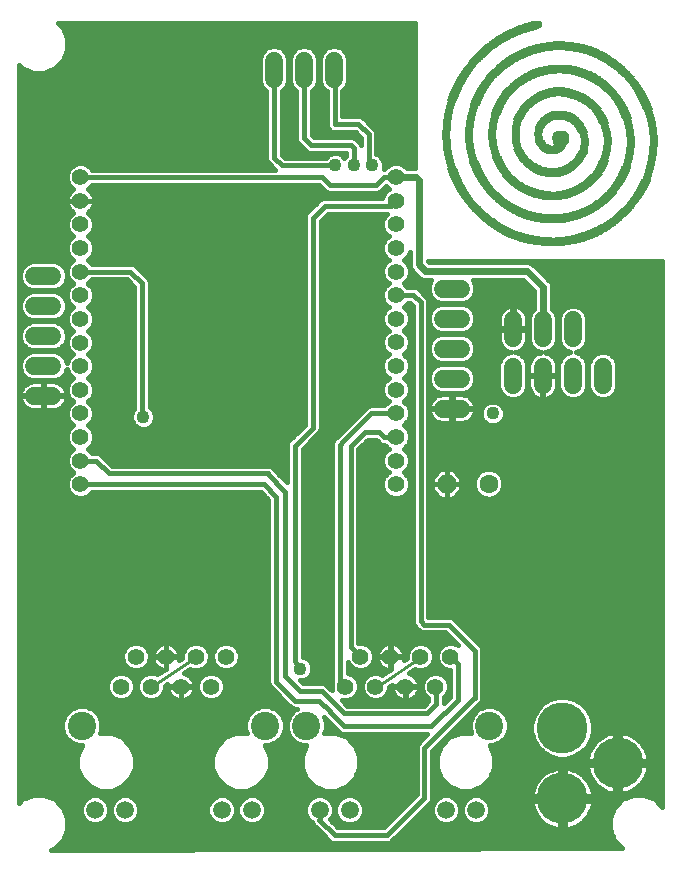
<source format=gbl>
G75*
G70*
%OFA0B0*%
%FSLAX24Y24*%
%IPPOS*%
%LPD*%
%AMOC8*
5,1,8,0,0,1.08239X$1,22.5*
%
%ADD10C,0.0560*%
%ADD11OC8,0.0630*%
%ADD12C,0.0630*%
%ADD13C,0.1700*%
%ADD14C,0.0600*%
%ADD15C,0.0554*%
%ADD16C,0.0594*%
%ADD17C,0.0945*%
%ADD18R,0.0431X0.0007*%
%ADD19R,0.0657X0.0007*%
%ADD20R,0.0825X0.0007*%
%ADD21R,0.0957X0.0007*%
%ADD22R,0.1081X0.0007*%
%ADD23R,0.1190X0.0007*%
%ADD24R,0.1285X0.0007*%
%ADD25R,0.1373X0.0007*%
%ADD26R,0.1453X0.0007*%
%ADD27R,0.1534X0.0007*%
%ADD28R,0.1607X0.0007*%
%ADD29R,0.1672X0.0007*%
%ADD30R,0.1731X0.0007*%
%ADD31R,0.1804X0.0007*%
%ADD32R,0.1862X0.0007*%
%ADD33R,0.1921X0.0007*%
%ADD34R,0.1972X0.0007*%
%ADD35R,0.2030X0.0007*%
%ADD36R,0.2081X0.0007*%
%ADD37R,0.2125X0.0007*%
%ADD38R,0.2184X0.0007*%
%ADD39R,0.2227X0.0007*%
%ADD40R,0.2271X0.0007*%
%ADD41R,0.2315X0.0007*%
%ADD42R,0.2359X0.0007*%
%ADD43R,0.2403X0.0007*%
%ADD44R,0.2447X0.0007*%
%ADD45R,0.2490X0.0007*%
%ADD46R,0.2527X0.0007*%
%ADD47R,0.2563X0.0007*%
%ADD48R,0.2600X0.0007*%
%ADD49R,0.2636X0.0007*%
%ADD50R,0.2680X0.0007*%
%ADD51R,0.2709X0.0007*%
%ADD52R,0.2746X0.0007*%
%ADD53R,0.1380X0.0007*%
%ADD54R,0.1249X0.0007*%
%ADD55R,0.1169X0.0007*%
%ADD56R,0.1183X0.0007*%
%ADD57R,0.1110X0.0007*%
%ADD58R,0.1125X0.0007*%
%ADD59R,0.1059X0.0007*%
%ADD60R,0.1022X0.0007*%
%ADD61R,0.1044X0.0007*%
%ADD62R,0.0993X0.0007*%
%ADD63R,0.1001X0.0007*%
%ADD64R,0.0964X0.0007*%
%ADD65R,0.0971X0.0007*%
%ADD66R,0.0942X0.0007*%
%ADD67R,0.0957X0.0007*%
%ADD68R,0.0913X0.0007*%
%ADD69R,0.0935X0.0007*%
%ADD70R,0.0898X0.0007*%
%ADD71R,0.0906X0.0007*%
%ADD72R,0.0876X0.0007*%
%ADD73R,0.0884X0.0007*%
%ADD74R,0.0862X0.0007*%
%ADD75R,0.0862X0.0007*%
%ADD76R,0.0840X0.0007*%
%ADD77R,0.0847X0.0007*%
%ADD78R,0.0825X0.0007*%
%ADD79R,0.0825X0.0007*%
%ADD80R,0.0811X0.0007*%
%ADD81R,0.0811X0.0007*%
%ADD82R,0.0803X0.0007*%
%ADD83R,0.0796X0.0007*%
%ADD84R,0.0789X0.0007*%
%ADD85R,0.0781X0.0007*%
%ADD86R,0.0774X0.0007*%
%ADD87R,0.0767X0.0007*%
%ADD88R,0.0767X0.0007*%
%ADD89R,0.0752X0.0007*%
%ADD90R,0.0752X0.0007*%
%ADD91R,0.0738X0.0007*%
%ADD92R,0.0738X0.0007*%
%ADD93R,0.0730X0.0007*%
%ADD94R,0.0723X0.0007*%
%ADD95R,0.0723X0.0007*%
%ADD96R,0.0708X0.0007*%
%ADD97R,0.0716X0.0007*%
%ADD98R,0.0694X0.0007*%
%ADD99R,0.0701X0.0007*%
%ADD100R,0.0686X0.0007*%
%ADD101R,0.0694X0.0007*%
%ADD102R,0.0679X0.0007*%
%ADD103R,0.0686X0.0007*%
%ADD104R,0.0665X0.0007*%
%ADD105R,0.0679X0.0007*%
%ADD106R,0.0665X0.0007*%
%ADD107R,0.0672X0.0007*%
%ADD108R,0.0650X0.0007*%
%ADD109R,0.0665X0.0007*%
%ADD110R,0.0643X0.0007*%
%ADD111R,0.0657X0.0007*%
%ADD112R,0.0635X0.0007*%
%ADD113R,0.0643X0.0007*%
%ADD114R,0.0628X0.0007*%
%ADD115R,0.0643X0.0007*%
%ADD116R,0.0621X0.0007*%
%ADD117R,0.0635X0.0007*%
%ADD118R,0.0613X0.0007*%
%ADD119R,0.0628X0.0007*%
%ADD120R,0.0606X0.0007*%
%ADD121R,0.0621X0.0007*%
%ADD122R,0.0606X0.0007*%
%ADD123R,0.0613X0.0007*%
%ADD124R,0.0599X0.0007*%
%ADD125R,0.0592X0.0007*%
%ADD126R,0.0599X0.0007*%
%ADD127R,0.0584X0.0007*%
%ADD128R,0.0599X0.0007*%
%ADD129R,0.0577X0.0007*%
%ADD130R,0.0592X0.0007*%
%ADD131R,0.0570X0.0007*%
%ADD132R,0.0584X0.0007*%
%ADD133R,0.0562X0.0007*%
%ADD134R,0.0577X0.0007*%
%ADD135R,0.0562X0.0007*%
%ADD136R,0.0577X0.0007*%
%ADD137R,0.0555X0.0007*%
%ADD138R,0.0555X0.0007*%
%ADD139R,0.0570X0.0007*%
%ADD140R,0.0548X0.0007*%
%ADD141R,0.0555X0.0007*%
%ADD142R,0.0548X0.0007*%
%ADD143R,0.0540X0.0007*%
%ADD144R,0.0548X0.0007*%
%ADD145R,0.0533X0.0007*%
%ADD146R,0.0540X0.0007*%
%ADD147R,0.0526X0.0007*%
%ADD148R,0.0533X0.0007*%
%ADD149R,0.0526X0.0007*%
%ADD150R,0.0533X0.0007*%
%ADD151R,0.0519X0.0007*%
%ADD152R,0.0526X0.0007*%
%ADD153R,0.0511X0.0007*%
%ADD154R,0.0519X0.0007*%
%ADD155R,0.0511X0.0007*%
%ADD156R,0.0519X0.0007*%
%ADD157R,0.0504X0.0007*%
%ADD158R,0.0511X0.0007*%
%ADD159R,0.0504X0.0007*%
%ADD160R,0.0504X0.0007*%
%ADD161R,0.0497X0.0007*%
%ADD162R,0.0489X0.0007*%
%ADD163R,0.0489X0.0007*%
%ADD164R,0.0482X0.0007*%
%ADD165R,0.0489X0.0007*%
%ADD166R,0.0482X0.0007*%
%ADD167R,0.0482X0.0007*%
%ADD168R,0.0475X0.0007*%
%ADD169R,0.0475X0.0007*%
%ADD170R,0.0467X0.0007*%
%ADD171R,0.0475X0.0007*%
%ADD172R,0.0467X0.0007*%
%ADD173R,0.0467X0.0007*%
%ADD174R,0.0460X0.0007*%
%ADD175R,0.0745X0.0007*%
%ADD176R,0.0460X0.0007*%
%ADD177R,0.0869X0.0007*%
%ADD178R,0.0453X0.0007*%
%ADD179R,0.0460X0.0007*%
%ADD180R,0.0971X0.0007*%
%ADD181R,0.1052X0.0007*%
%ADD182R,0.0453X0.0007*%
%ADD183R,0.1132X0.0007*%
%ADD184R,0.0453X0.0007*%
%ADD185R,0.1198X0.0007*%
%ADD186R,0.0446X0.0007*%
%ADD187R,0.0445X0.0007*%
%ADD188R,0.1271X0.0007*%
%ADD189R,0.1329X0.0007*%
%ADD190R,0.0445X0.0007*%
%ADD191R,0.1388X0.0007*%
%ADD192R,0.1446X0.0007*%
%ADD193R,0.0438X0.0007*%
%ADD194R,0.0446X0.0007*%
%ADD195R,0.1497X0.0007*%
%ADD196R,0.0438X0.0007*%
%ADD197R,0.0438X0.0007*%
%ADD198R,0.1556X0.0007*%
%ADD199R,0.0431X0.0007*%
%ADD200R,0.1599X0.0007*%
%ADD201R,0.0431X0.0007*%
%ADD202R,0.1651X0.0007*%
%ADD203R,0.0424X0.0007*%
%ADD204R,0.1702X0.0007*%
%ADD205R,0.0424X0.0007*%
%ADD206R,0.1745X0.0007*%
%ADD207R,0.0424X0.0007*%
%ADD208R,0.0431X0.0007*%
%ADD209R,0.1789X0.0007*%
%ADD210R,0.0431X0.0007*%
%ADD211R,0.1833X0.0007*%
%ADD212R,0.1870X0.0007*%
%ADD213R,0.0416X0.0007*%
%ADD214R,0.1913X0.0007*%
%ADD215R,0.0416X0.0007*%
%ADD216R,0.1957X0.0007*%
%ADD217R,0.1986X0.0007*%
%ADD218R,0.0409X0.0007*%
%ADD219R,0.2030X0.0007*%
%ADD220R,0.0409X0.0007*%
%ADD221R,0.2074X0.0007*%
%ADD222R,0.0409X0.0007*%
%ADD223R,0.2103X0.0007*%
%ADD224R,0.0402X0.0007*%
%ADD225R,0.0416X0.0007*%
%ADD226R,0.2133X0.0007*%
%ADD227R,0.0402X0.0007*%
%ADD228R,0.0416X0.0007*%
%ADD229R,0.2176X0.0007*%
%ADD230R,0.0402X0.0007*%
%ADD231R,0.0416X0.0007*%
%ADD232R,0.2206X0.0007*%
%ADD233R,0.2242X0.0007*%
%ADD234R,0.2271X0.0007*%
%ADD235R,0.2308X0.0007*%
%ADD236R,0.0402X0.0007*%
%ADD237R,0.0416X0.0007*%
%ADD238R,0.2344X0.0007*%
%ADD239R,0.0402X0.0007*%
%ADD240R,0.2374X0.0007*%
%ADD241R,0.0394X0.0007*%
%ADD242R,0.0394X0.0007*%
%ADD243R,0.2432X0.0007*%
%ADD244R,0.0394X0.0007*%
%ADD245R,0.0979X0.0007*%
%ADD246R,0.0949X0.0007*%
%ADD247R,0.0387X0.0007*%
%ADD248R,0.0913X0.0007*%
%ADD249R,0.0906X0.0007*%
%ADD250R,0.0387X0.0007*%
%ADD251R,0.0876X0.0007*%
%ADD252R,0.0869X0.0007*%
%ADD253R,0.0854X0.0007*%
%ADD254R,0.0847X0.0007*%
%ADD255R,0.0387X0.0007*%
%ADD256R,0.0833X0.0007*%
%ADD257R,0.0818X0.0007*%
%ADD258R,0.0387X0.0007*%
%ADD259R,0.0818X0.0007*%
%ADD260R,0.0803X0.0007*%
%ADD261R,0.0796X0.0007*%
%ADD262R,0.0781X0.0007*%
%ADD263R,0.0387X0.0007*%
%ADD264R,0.0774X0.0007*%
%ADD265R,0.0380X0.0007*%
%ADD266R,0.0760X0.0007*%
%ADD267R,0.0372X0.0007*%
%ADD268R,0.0730X0.0007*%
%ADD269R,0.0372X0.0007*%
%ADD270R,0.0738X0.0007*%
%ADD271R,0.0372X0.0007*%
%ADD272R,0.0723X0.0007*%
%ADD273R,0.0708X0.0007*%
%ADD274R,0.0372X0.0007*%
%ADD275R,0.0372X0.0007*%
%ADD276R,0.0372X0.0007*%
%ADD277R,0.0672X0.0007*%
%ADD278R,0.0387X0.0007*%
%ADD279R,0.0665X0.0007*%
%ADD280R,0.0650X0.0007*%
%ADD281R,0.0657X0.0007*%
%ADD282R,0.0635X0.0007*%
%ADD283R,0.0380X0.0007*%
%ADD284R,0.0621X0.0007*%
%ADD285R,0.0365X0.0007*%
%ADD286R,0.0380X0.0007*%
%ADD287R,0.0606X0.0007*%
%ADD288R,0.0365X0.0007*%
%ADD289R,0.0606X0.0007*%
%ADD290R,0.0365X0.0007*%
%ADD291R,0.0592X0.0007*%
%ADD292R,0.0592X0.0007*%
%ADD293R,0.0577X0.0007*%
%ADD294R,0.0584X0.0007*%
%ADD295R,0.0562X0.0007*%
%ADD296R,0.0562X0.0007*%
%ADD297R,0.0548X0.0007*%
%ADD298R,0.0540X0.0007*%
%ADD299R,0.0533X0.0007*%
%ADD300R,0.0533X0.0007*%
%ADD301R,0.0533X0.0007*%
%ADD302R,0.0519X0.0007*%
%ADD303R,0.0504X0.0007*%
%ADD304R,0.0497X0.0007*%
%ADD305R,0.0358X0.0007*%
%ADD306R,0.0497X0.0007*%
%ADD307R,0.0489X0.0007*%
%ADD308R,0.0358X0.0007*%
%ADD309R,0.0358X0.0007*%
%ADD310R,0.0358X0.0007*%
%ADD311R,0.0358X0.0007*%
%ADD312R,0.0475X0.0007*%
%ADD313R,0.0351X0.0007*%
%ADD314R,0.0351X0.0007*%
%ADD315R,0.0351X0.0007*%
%ADD316R,0.0358X0.0007*%
%ADD317R,0.0445X0.0007*%
%ADD318R,0.0343X0.0007*%
%ADD319R,0.0343X0.0007*%
%ADD320R,0.0343X0.0007*%
%ADD321R,0.0343X0.0007*%
%ADD322R,0.0336X0.0007*%
%ADD323R,0.0307X0.0007*%
%ADD324R,0.0343X0.0007*%
%ADD325R,0.0336X0.0007*%
%ADD326R,0.0854X0.0007*%
%ADD327R,0.0920X0.0007*%
%ADD328R,0.0336X0.0007*%
%ADD329R,0.0402X0.0007*%
%ADD330R,0.0986X0.0007*%
%ADD331R,0.1052X0.0007*%
%ADD332R,0.1095X0.0007*%
%ADD333R,0.1154X0.0007*%
%ADD334R,0.1205X0.0007*%
%ADD335R,0.1256X0.0007*%
%ADD336R,0.1300X0.0007*%
%ADD337R,0.1351X0.0007*%
%ADD338R,0.1388X0.0007*%
%ADD339R,0.1424X0.0007*%
%ADD340R,0.1468X0.0007*%
%ADD341R,0.1504X0.0007*%
%ADD342R,0.0329X0.0007*%
%ADD343R,0.1548X0.0007*%
%ADD344R,0.1577X0.0007*%
%ADD345R,0.1621X0.0007*%
%ADD346R,0.1651X0.0007*%
%ADD347R,0.1687X0.0007*%
%ADD348R,0.1716X0.0007*%
%ADD349R,0.1745X0.0007*%
%ADD350R,0.1775X0.0007*%
%ADD351R,0.0329X0.0007*%
%ADD352R,0.1804X0.0007*%
%ADD353R,0.1833X0.0007*%
%ADD354R,0.1899X0.0007*%
%ADD355R,0.1928X0.0007*%
%ADD356R,0.1950X0.0007*%
%ADD357R,0.1972X0.0007*%
%ADD358R,0.0329X0.0007*%
%ADD359R,0.2001X0.0007*%
%ADD360R,0.0329X0.0007*%
%ADD361R,0.0329X0.0007*%
%ADD362R,0.1001X0.0007*%
%ADD363R,0.0891X0.0007*%
%ADD364R,0.0927X0.0007*%
%ADD365R,0.0869X0.0007*%
%ADD366R,0.0789X0.0007*%
%ADD367R,0.0321X0.0007*%
%ADD368R,0.0760X0.0007*%
%ADD369R,0.0329X0.0007*%
%ADD370R,0.0738X0.0007*%
%ADD371R,0.0716X0.0007*%
%ADD372R,0.0686X0.0007*%
%ADD373R,0.0321X0.0007*%
%ADD374R,0.0321X0.0007*%
%ADD375R,0.0701X0.0007*%
%ADD376R,0.0672X0.0007*%
%ADD377R,0.0635X0.0007*%
%ADD378R,0.0650X0.0007*%
%ADD379R,0.0592X0.0007*%
%ADD380R,0.0606X0.0007*%
%ADD381R,0.0577X0.0007*%
%ADD382R,0.0314X0.0007*%
%ADD383R,0.0314X0.0007*%
%ADD384R,0.0314X0.0007*%
%ADD385R,0.0504X0.0007*%
%ADD386R,0.0314X0.0007*%
%ADD387R,0.0343X0.0007*%
%ADD388R,0.0519X0.0007*%
%ADD389R,0.0489X0.0007*%
%ADD390R,0.0314X0.0007*%
%ADD391R,0.0475X0.0007*%
%ADD392R,0.0314X0.0007*%
%ADD393R,0.0307X0.0007*%
%ADD394R,0.0475X0.0007*%
%ADD395R,0.0307X0.0007*%
%ADD396R,0.0460X0.0007*%
%ADD397R,0.0460X0.0007*%
%ADD398R,0.0460X0.0007*%
%ADD399R,0.0446X0.0007*%
%ADD400R,0.0431X0.0007*%
%ADD401R,0.0299X0.0007*%
%ADD402R,0.0299X0.0007*%
%ADD403R,0.0299X0.0007*%
%ADD404R,0.0299X0.0007*%
%ADD405R,0.0299X0.0007*%
%ADD406R,0.0299X0.0007*%
%ADD407R,0.0292X0.0007*%
%ADD408R,0.0234X0.0007*%
%ADD409R,0.0292X0.0007*%
%ADD410R,0.0825X0.0007*%
%ADD411R,0.0920X0.0007*%
%ADD412R,0.0957X0.0007*%
%ADD413R,0.0986X0.0007*%
%ADD414R,0.1030X0.0007*%
%ADD415R,0.0285X0.0007*%
%ADD416R,0.1059X0.0007*%
%ADD417R,0.1125X0.0007*%
%ADD418R,0.0285X0.0007*%
%ADD419R,0.1147X0.0007*%
%ADD420R,0.1176X0.0007*%
%ADD421R,0.1198X0.0007*%
%ADD422R,0.1227X0.0007*%
%ADD423R,0.1271X0.0007*%
%ADD424R,0.0285X0.0007*%
%ADD425R,0.1293X0.0007*%
%ADD426R,0.1315X0.0007*%
%ADD427R,0.1336X0.0007*%
%ADD428R,0.1358X0.0007*%
%ADD429R,0.1380X0.0007*%
%ADD430R,0.1402X0.0007*%
%ADD431R,0.1439X0.0007*%
%ADD432R,0.0285X0.0007*%
%ADD433R,0.1483X0.0007*%
%ADD434R,0.0285X0.0007*%
%ADD435R,0.1519X0.0007*%
%ADD436R,0.0285X0.0007*%
%ADD437R,0.1541X0.0007*%
%ADD438R,0.0292X0.0007*%
%ADD439R,0.1556X0.0007*%
%ADD440R,0.1577X0.0007*%
%ADD441R,0.0679X0.0007*%
%ADD442R,0.0621X0.0007*%
%ADD443R,0.0278X0.0007*%
%ADD444R,0.0278X0.0007*%
%ADD445R,0.0278X0.0007*%
%ADD446R,0.0270X0.0007*%
%ADD447R,0.0270X0.0007*%
%ADD448R,0.0270X0.0007*%
%ADD449R,0.0117X0.0007*%
%ADD450R,0.0270X0.0007*%
%ADD451R,0.0270X0.0007*%
%ADD452R,0.0270X0.0007*%
%ADD453R,0.0694X0.0007*%
%ADD454R,0.0708X0.0007*%
%ADD455R,0.0723X0.0007*%
%ADD456R,0.0774X0.0007*%
%ADD457R,0.0789X0.0007*%
%ADD458R,0.0796X0.0007*%
%ADD459R,0.0811X0.0007*%
%ADD460R,0.0825X0.0007*%
%ADD461R,0.0263X0.0007*%
%ADD462R,0.0840X0.0007*%
%ADD463R,0.0263X0.0007*%
%ADD464R,0.0840X0.0007*%
%ADD465R,0.0263X0.0007*%
%ADD466R,0.0891X0.0007*%
%ADD467R,0.0898X0.0007*%
%ADD468R,0.0920X0.0007*%
%ADD469R,0.0248X0.0007*%
%ADD470R,0.0212X0.0007*%
%ADD471R,0.0256X0.0007*%
%ADD472R,0.0161X0.0007*%
%ADD473R,0.0256X0.0007*%
%ADD474R,0.0058X0.0007*%
%ADD475R,0.0256X0.0007*%
%ADD476R,0.0489X0.0007*%
%ADD477R,0.1315X0.0007*%
%ADD478R,0.1300X0.0007*%
%ADD479R,0.1285X0.0007*%
%ADD480R,0.1271X0.0007*%
%ADD481R,0.1234X0.0007*%
%ADD482R,0.1220X0.0007*%
%ADD483R,0.1205X0.0007*%
%ADD484R,0.1190X0.0007*%
%ADD485R,0.1176X0.0007*%
%ADD486R,0.1154X0.0007*%
%ADD487R,0.1132X0.0007*%
%ADD488R,0.1117X0.0007*%
%ADD489R,0.1103X0.0007*%
%ADD490R,0.1066X0.0007*%
%ADD491R,0.1044X0.0007*%
%ADD492R,0.1008X0.0007*%
%ADD493R,0.0979X0.0007*%
%ADD494R,0.0964X0.0007*%
%ADD495R,0.0935X0.0007*%
%ADD496R,0.0818X0.0007*%
%ADD497R,0.0592X0.0007*%
%ADD498R,0.0562X0.0007*%
%ADD499R,0.0679X0.0007*%
%ADD500R,0.0694X0.0007*%
%ADD501R,0.0650X0.0007*%
%ADD502R,0.0730X0.0007*%
%ADD503R,0.0884X0.0007*%
%ADD504R,0.1811X0.0007*%
%ADD505R,0.1797X0.0007*%
%ADD506R,0.1767X0.0007*%
%ADD507R,0.1738X0.0007*%
%ADD508R,0.1716X0.0007*%
%ADD509R,0.1687X0.0007*%
%ADD510R,0.1665X0.0007*%
%ADD511R,0.1643X0.0007*%
%ADD512R,0.1614X0.0007*%
%ADD513R,0.1585X0.0007*%
%ADD514R,0.1556X0.0007*%
%ADD515R,0.1526X0.0007*%
%ADD516R,0.1475X0.0007*%
%ADD517R,0.1409X0.0007*%
%ADD518R,0.1380X0.0007*%
%ADD519R,0.1344X0.0007*%
%ADD520R,0.1307X0.0007*%
%ADD521R,0.1278X0.0007*%
%ADD522R,0.1242X0.0007*%
%ADD523R,0.1088X0.0007*%
%ADD524R,0.1044X0.0007*%
%ADD525R,0.1001X0.0007*%
%ADD526R,0.0869X0.0007*%
%ADD527R,0.0767X0.0007*%
%ADD528R,0.0708X0.0007*%
%ADD529R,0.0073X0.0007*%
%ADD530R,0.0570X0.0007*%
%ADD531R,0.0628X0.0007*%
%ADD532R,0.0635X0.0007*%
%ADD533R,0.0679X0.0007*%
%ADD534R,0.0708X0.0007*%
%ADD535R,0.0716X0.0007*%
%ADD536R,0.0738X0.0007*%
%ADD537R,0.0738X0.0007*%
%ADD538R,0.0760X0.0007*%
%ADD539R,0.0833X0.0007*%
%ADD540R,0.0840X0.0007*%
%ADD541R,0.0869X0.0007*%
%ADD542R,0.0957X0.0007*%
%ADD543R,0.0949X0.0007*%
%ADD544R,0.1044X0.0007*%
%ADD545R,0.2198X0.0007*%
%ADD546R,0.2169X0.0007*%
%ADD547R,0.2140X0.0007*%
%ADD548R,0.2111X0.0007*%
%ADD549R,0.2052X0.0007*%
%ADD550R,0.2023X0.0007*%
%ADD551R,0.1957X0.0007*%
%ADD552R,0.1928X0.0007*%
%ADD553R,0.1891X0.0007*%
%ADD554R,0.1855X0.0007*%
%ADD555R,0.1826X0.0007*%
%ADD556R,0.1782X0.0007*%
%ADD557R,0.1709X0.0007*%
%ADD558R,0.1665X0.0007*%
%ADD559R,0.1621X0.0007*%
%ADD560R,0.1534X0.0007*%
%ADD561R,0.1490X0.0007*%
%ADD562R,0.1439X0.0007*%
%ADD563R,0.1329X0.0007*%
%ADD564R,0.1278X0.0007*%
%ADD565R,0.1220X0.0007*%
%ADD566R,0.1161X0.0007*%
%ADD567R,0.1088X0.0007*%
%ADD568R,0.1015X0.0007*%
%ADD569R,0.0862X0.0007*%
%ADD570R,0.0548X0.0007*%
%ADD571R,0.0621X0.0007*%
%ADD572R,0.0613X0.0007*%
%ADD573R,0.0665X0.0007*%
%ADD574R,0.0701X0.0007*%
%ADD575R,0.0723X0.0007*%
%ADD576R,0.0745X0.0007*%
%ADD577R,0.0752X0.0007*%
%ADD578R,0.0781X0.0007*%
%ADD579R,0.0803X0.0007*%
%ADD580R,0.0833X0.0007*%
%ADD581R,0.0891X0.0007*%
%ADD582R,0.0913X0.0007*%
%ADD583R,0.0949X0.0007*%
%ADD584R,0.1015X0.0007*%
%ADD585R,0.1015X0.0007*%
%ADD586R,0.1066X0.0007*%
%ADD587R,0.1059X0.0007*%
%ADD588R,0.1132X0.0007*%
%ADD589R,0.1249X0.0007*%
%ADD590R,0.2541X0.0007*%
%ADD591R,0.2505X0.0007*%
%ADD592R,0.2476X0.0007*%
%ADD593R,0.2439X0.0007*%
%ADD594R,0.2410X0.0007*%
%ADD595R,0.2366X0.0007*%
%ADD596R,0.2337X0.0007*%
%ADD597R,0.2301X0.0007*%
%ADD598R,0.2264X0.0007*%
%ADD599R,0.2220X0.0007*%
%ADD600R,0.2176X0.0007*%
%ADD601R,0.2147X0.0007*%
%ADD602R,0.2103X0.0007*%
%ADD603R,0.2059X0.0007*%
%ADD604R,0.2016X0.0007*%
%ADD605R,0.1972X0.0007*%
%ADD606R,0.1928X0.0007*%
%ADD607R,0.1884X0.0007*%
%ADD608R,0.1840X0.0007*%
%ADD609R,0.1731X0.0007*%
%ADD610R,0.1680X0.0007*%
%ADD611R,0.1563X0.0007*%
%ADD612R,0.1504X0.0007*%
%ADD613R,0.1366X0.0007*%
%ADD614R,0.1139X0.0007*%
%ADD615R,0.1059X0.0007*%
%ADD616R,0.0847X0.0007*%
%ADD617R,0.0723X0.0007*%
%ADD618R,0.0548X0.0007*%
%ADD619R,0.0562X0.0007*%
%ADD620R,0.0577X0.0007*%
%ADD621R,0.0650X0.0007*%
%ADD622R,0.0781X0.0007*%
%ADD623R,0.0840X0.0007*%
%ADD624R,0.0869X0.0007*%
%ADD625R,0.0884X0.0007*%
%ADD626R,0.0884X0.0007*%
%ADD627R,0.0884X0.0007*%
%ADD628R,0.0745X0.0007*%
%ADD629R,0.0241X0.0007*%
%ADD630R,0.0190X0.0007*%
%ADD631R,0.0117X0.0007*%
%ADD632C,0.0476*%
%ADD633C,0.0050*%
%ADD634C,0.0436*%
%ADD635R,0.0436X0.0436*%
%ADD636C,0.0160*%
%ADD637C,0.0240*%
%ADD638C,0.0100*%
D10*
X002532Y014005D03*
X002532Y014793D03*
X002532Y015580D03*
X002532Y016368D03*
X002532Y017155D03*
X002532Y017942D03*
X002532Y018730D03*
X002532Y019517D03*
X002532Y020305D03*
X002532Y021092D03*
X002532Y021879D03*
X002532Y022667D03*
X002532Y023454D03*
X002532Y024242D03*
X013052Y024246D03*
X013052Y023458D03*
X013052Y022671D03*
X013052Y021883D03*
X013052Y021096D03*
X013052Y020309D03*
X013052Y019521D03*
X013052Y018734D03*
X013052Y017946D03*
X013052Y017159D03*
X013052Y016371D03*
X013052Y015584D03*
X013052Y014797D03*
X013052Y014009D03*
D11*
X014737Y014025D03*
D12*
X016137Y014025D03*
D13*
X018595Y005894D03*
X018595Y003531D03*
X020445Y004713D03*
D14*
X015218Y016527D02*
X014618Y016527D01*
X014618Y017527D02*
X015218Y017527D01*
X015218Y018527D02*
X014618Y018527D01*
X014618Y019527D02*
X015218Y019527D01*
X015218Y020527D02*
X014618Y020527D01*
X016949Y019484D02*
X016949Y018884D01*
X016945Y017929D02*
X016945Y017329D01*
X017945Y017329D02*
X017945Y017929D01*
X017949Y018884D02*
X017949Y019484D01*
X018949Y019484D02*
X018949Y018884D01*
X018945Y017929D02*
X018945Y017329D01*
X019945Y017329D02*
X019945Y017929D01*
X010982Y027524D02*
X010982Y028124D01*
X009982Y028124D02*
X009982Y027524D01*
X008982Y027524D02*
X008982Y028124D01*
X001596Y020954D02*
X000996Y020954D01*
X000996Y019954D02*
X001596Y019954D01*
X001596Y018954D02*
X000996Y018954D01*
X000996Y017954D02*
X001596Y017954D01*
X001596Y016954D02*
X000996Y016954D01*
D15*
X004381Y008257D03*
X003881Y007257D03*
X004881Y007257D03*
X005381Y008257D03*
X005881Y007257D03*
X006381Y008257D03*
X006881Y007257D03*
X007381Y008257D03*
X011362Y007257D03*
X011862Y008257D03*
X012362Y007257D03*
X012862Y008257D03*
X013362Y007257D03*
X013862Y008257D03*
X014362Y007257D03*
X014862Y008257D03*
D16*
X014722Y003155D03*
X015722Y003155D03*
X011501Y003155D03*
X010501Y003155D03*
X008241Y003155D03*
X007241Y003155D03*
X004021Y003155D03*
X003021Y003155D03*
D17*
X002580Y005954D03*
X008682Y005954D03*
X010060Y005954D03*
X016163Y005954D03*
D18*
X018282Y021948D03*
X019962Y023460D03*
X018486Y025271D03*
X017508Y026674D03*
X017055Y027302D03*
X016617Y027930D03*
X016587Y027908D03*
X016996Y024066D03*
D19*
X017409Y023825D03*
X018271Y024278D03*
X018249Y025103D03*
X019775Y028309D03*
X016891Y028996D03*
X018278Y021956D03*
D20*
X018274Y021963D03*
X017486Y029244D03*
D21*
X018501Y028704D03*
X018267Y021970D03*
D22*
X018264Y021978D03*
X017321Y022233D03*
X018505Y026265D03*
D23*
X018260Y021985D03*
D24*
X018256Y021992D03*
X018987Y022204D03*
D25*
X018256Y022000D03*
D26*
X018253Y022007D03*
D27*
X018249Y022014D03*
D28*
X018249Y022021D03*
D29*
X018245Y022029D03*
D30*
X018245Y022036D03*
D31*
X018245Y022043D03*
D32*
X018245Y022051D03*
D33*
X018238Y022058D03*
D34*
X018242Y022065D03*
D35*
X018242Y022073D03*
X018249Y023730D03*
D36*
X018238Y022080D03*
X018501Y027740D03*
D37*
X018238Y022087D03*
D38*
X018238Y022094D03*
D39*
X018238Y022102D03*
X018501Y027703D03*
D40*
X018238Y022109D03*
D41*
X018238Y022116D03*
D42*
X018238Y022124D03*
D43*
X018238Y022131D03*
X018253Y022964D03*
D44*
X018238Y022138D03*
D45*
X018238Y022146D03*
D46*
X018234Y022153D03*
D47*
X018238Y022160D03*
D48*
X018234Y022168D03*
D49*
X018238Y022175D03*
D50*
X018238Y022182D03*
D51*
X018238Y022189D03*
D52*
X018234Y022197D03*
D53*
X017537Y022204D03*
D54*
X017457Y022211D03*
X018245Y024395D03*
X018508Y026192D03*
D55*
X018490Y027097D03*
X019060Y022211D03*
D56*
X017402Y022219D03*
D57*
X019111Y022219D03*
D58*
X017358Y022226D03*
D59*
X019151Y022226D03*
D60*
X019184Y022233D03*
X018505Y026286D03*
D61*
X017289Y022241D03*
D62*
X017504Y022985D03*
X019213Y022241D03*
D63*
X017252Y022248D03*
D64*
X019249Y022248D03*
D65*
X017223Y022255D03*
D66*
X019275Y022255D03*
D67*
X017194Y022262D03*
D68*
X019304Y022262D03*
D69*
X019045Y022993D03*
X017168Y022270D03*
X018234Y025264D03*
D70*
X019326Y022270D03*
D71*
X017139Y022277D03*
D72*
X019352Y022277D03*
X017321Y029164D03*
D73*
X017391Y029193D03*
X017113Y022284D03*
D74*
X019374Y022284D03*
X018505Y026338D03*
X017767Y027674D03*
X017285Y029149D03*
D75*
X017446Y029222D03*
X017088Y022292D03*
D76*
X019399Y022292D03*
D77*
X018862Y023745D03*
X017066Y022299D03*
X018505Y026345D03*
X017241Y029135D03*
D78*
X019421Y022299D03*
D79*
X017048Y022306D03*
D80*
X018888Y023752D03*
X019443Y022306D03*
D81*
X017026Y022314D03*
X018486Y027156D03*
X017478Y028397D03*
D82*
X017161Y029106D03*
X019461Y022314D03*
D83*
X017004Y022321D03*
D84*
X019483Y022321D03*
X017979Y026929D03*
X019578Y028383D03*
D85*
X019056Y026915D03*
X018267Y023504D03*
X016982Y022328D03*
D86*
X018264Y024293D03*
X019505Y022328D03*
X019337Y027645D03*
D87*
X018508Y027937D03*
X017413Y028375D03*
X016960Y022335D03*
D88*
X019231Y023044D03*
X019523Y022335D03*
X017099Y029084D03*
D89*
X019078Y026907D03*
X019253Y023051D03*
X016945Y022343D03*
D90*
X019538Y022343D03*
D91*
X016923Y022350D03*
D92*
X019560Y022350D03*
D93*
X019578Y022357D03*
X016905Y022357D03*
D94*
X016887Y022365D03*
X018976Y023782D03*
X019662Y028353D03*
D95*
X019290Y023066D03*
X019596Y022365D03*
D96*
X018998Y023789D03*
X016865Y022372D03*
X017318Y028339D03*
D97*
X017007Y029047D03*
X019417Y027616D03*
X019615Y022372D03*
D98*
X016850Y022379D03*
X017917Y026915D03*
X019450Y027601D03*
D99*
X017562Y029295D03*
X016971Y029032D03*
X017183Y023080D03*
X019330Y023080D03*
X019629Y022379D03*
D100*
X019344Y023088D03*
X016832Y022387D03*
D101*
X017164Y023088D03*
X019647Y022387D03*
X019721Y028331D03*
D102*
X018245Y025111D03*
X016814Y022394D03*
D103*
X017146Y023095D03*
X017446Y023811D03*
X018264Y023497D03*
X019666Y022394D03*
X017584Y027616D03*
X017263Y028317D03*
X016956Y029025D03*
D104*
X019180Y026871D03*
X019501Y027579D03*
X019385Y023102D03*
X016799Y022401D03*
D105*
X017128Y023102D03*
X019684Y022401D03*
X019742Y028324D03*
D106*
X016785Y022409D03*
D107*
X019038Y023803D03*
X019695Y022409D03*
X019483Y027586D03*
D108*
X019516Y027572D03*
X019195Y026863D03*
X017530Y027594D03*
X016858Y028981D03*
X019414Y023117D03*
X016770Y022416D03*
D109*
X019713Y022416D03*
X019757Y028317D03*
D110*
X019790Y028302D03*
X018249Y025096D03*
X017373Y023840D03*
X017080Y023124D03*
X016752Y022423D03*
X017183Y028280D03*
D111*
X017548Y027601D03*
X019731Y022423D03*
D112*
X016734Y022430D03*
D113*
X017752Y024534D03*
X019746Y022430D03*
X019534Y027565D03*
D114*
X017146Y028266D03*
X017358Y023847D03*
X016723Y022438D03*
X019089Y023825D03*
X019447Y023132D03*
D115*
X019761Y022438D03*
X017066Y023132D03*
X019213Y026856D03*
X018490Y027177D03*
D116*
X016704Y022445D03*
D117*
X017048Y023139D03*
X019779Y022445D03*
X019545Y027557D03*
X019808Y028295D03*
X017164Y028273D03*
D118*
X016781Y028945D03*
X018497Y026396D03*
X019834Y022474D03*
X016693Y022452D03*
D119*
X017730Y024541D03*
X019228Y026849D03*
X017497Y027579D03*
X016825Y028967D03*
X019790Y022452D03*
D120*
X017712Y024548D03*
X016675Y022460D03*
X019260Y026834D03*
D121*
X019808Y022460D03*
D122*
X019494Y023153D03*
X016660Y022467D03*
D123*
X017343Y023855D03*
X018249Y025089D03*
X019103Y023833D03*
X019476Y023146D03*
X019819Y022467D03*
X019242Y026842D03*
X019578Y027543D03*
X019856Y028273D03*
X017468Y027565D03*
X017117Y028251D03*
X016766Y028938D03*
D124*
X016737Y028923D03*
X017088Y028236D03*
X019885Y028258D03*
X019118Y023840D03*
X019505Y023161D03*
X016650Y022474D03*
D125*
X016631Y022482D03*
X018267Y023489D03*
X019523Y023168D03*
D126*
X019848Y022482D03*
X018249Y025081D03*
D127*
X017694Y024556D03*
X016934Y023197D03*
X016620Y022489D03*
X019534Y023175D03*
X019286Y026820D03*
X019943Y028229D03*
X017789Y026863D03*
X017424Y027543D03*
X017621Y029332D03*
D128*
X017073Y028229D03*
X017438Y027550D03*
X017453Y027557D03*
X019607Y027528D03*
X019899Y028251D03*
X019863Y022489D03*
D129*
X019151Y023855D03*
X017281Y023884D03*
X016609Y022496D03*
X019647Y027506D03*
X018494Y028726D03*
X017033Y028207D03*
X016682Y028894D03*
D130*
X019874Y022496D03*
D131*
X019929Y022525D03*
X018249Y025074D03*
X019315Y026805D03*
X017007Y028193D03*
X016657Y028879D03*
X016920Y023205D03*
X016591Y022503D03*
D132*
X018271Y024271D03*
X019892Y022503D03*
X019929Y028236D03*
X017044Y028215D03*
D133*
X019998Y028200D03*
X016580Y022511D03*
D134*
X019304Y026812D03*
X019903Y022511D03*
D135*
X019574Y023197D03*
X019165Y023862D03*
X016566Y022518D03*
X017384Y027521D03*
X016989Y028185D03*
X019983Y028207D03*
D136*
X018486Y027185D03*
X018895Y026148D03*
X019918Y022518D03*
D137*
X019972Y022547D03*
X016883Y023226D03*
X016555Y022525D03*
X016964Y028171D03*
X020009Y028193D03*
D138*
X018490Y026403D03*
X018797Y024548D03*
X017256Y023898D03*
X016869Y023234D03*
X016540Y022533D03*
X016978Y028178D03*
D139*
X017774Y026856D03*
X019958Y028222D03*
X019564Y023190D03*
X019943Y022533D03*
X016905Y023212D03*
D140*
X016529Y022540D03*
X019713Y027470D03*
X020020Y028185D03*
X016953Y028163D03*
X016938Y028156D03*
D141*
X016606Y028850D03*
X017745Y026842D03*
X018249Y025067D03*
X019330Y026798D03*
X019695Y027477D03*
X019958Y022540D03*
D142*
X016514Y022547D03*
D143*
X016503Y022555D03*
X018914Y026140D03*
X019724Y027462D03*
X017643Y029347D03*
X016927Y028149D03*
X016555Y028821D03*
D144*
X016595Y028843D03*
X017734Y026834D03*
X019341Y026790D03*
X017661Y024570D03*
X018304Y022715D03*
X019195Y023876D03*
X019604Y023212D03*
X019983Y022555D03*
D145*
X019370Y026776D03*
X019750Y027448D03*
X020071Y028156D03*
X016901Y028134D03*
X016478Y022569D03*
X016493Y022562D03*
D146*
X016854Y023241D03*
X017643Y024578D03*
X018811Y024556D03*
X019206Y023884D03*
X019994Y022562D03*
X020009Y022569D03*
X017358Y027506D03*
X017343Y027499D03*
X016569Y028828D03*
X020060Y028163D03*
D147*
X020097Y028141D03*
X018512Y027952D03*
X018826Y024563D03*
X019666Y023248D03*
X016467Y022576D03*
D148*
X019217Y023891D03*
X020020Y022576D03*
X016544Y028813D03*
D149*
X016518Y028799D03*
X017694Y026812D03*
X018249Y025060D03*
X019235Y023898D03*
X019381Y026769D03*
X019761Y027440D03*
X016452Y022584D03*
D150*
X017216Y023920D03*
X019640Y023234D03*
X020035Y022584D03*
D151*
X019246Y023906D03*
X018107Y026148D03*
X016880Y028120D03*
X016471Y028770D03*
X020108Y028134D03*
X020122Y028127D03*
X016807Y023270D03*
X016441Y022591D03*
D152*
X016818Y023263D03*
X017205Y023928D03*
X017708Y026820D03*
X017307Y027477D03*
X017321Y027484D03*
X016891Y028127D03*
X016869Y028112D03*
X016503Y028791D03*
X020045Y022591D03*
D153*
X020089Y022620D03*
X019257Y023913D03*
X016781Y023285D03*
X016430Y022598D03*
X019804Y027411D03*
X016460Y028762D03*
D154*
X016493Y028784D03*
X018932Y026133D03*
X020056Y022598D03*
D155*
X020104Y022628D03*
X018840Y024570D03*
X017175Y023942D03*
X016774Y023292D03*
X016416Y022606D03*
X017285Y027462D03*
X016482Y028777D03*
X019797Y027418D03*
D156*
X017617Y024592D03*
X019677Y023256D03*
X020071Y022606D03*
D157*
X020115Y022635D03*
X019282Y023928D03*
X018274Y024264D03*
X017164Y023949D03*
X016405Y022613D03*
X018946Y026126D03*
X020173Y028090D03*
X020188Y028083D03*
X016814Y028076D03*
X016434Y028748D03*
D158*
X016847Y028098D03*
X017292Y027470D03*
X017672Y026798D03*
X017606Y024599D03*
X019403Y026754D03*
X019783Y027426D03*
X020140Y028112D03*
X020155Y028105D03*
X019702Y023270D03*
X020082Y022613D03*
D159*
X019728Y023285D03*
X018253Y025052D03*
X017274Y027455D03*
X016427Y028740D03*
X016398Y022620D03*
D160*
X016383Y022628D03*
D161*
X016372Y022635D03*
X018855Y024578D03*
X019746Y023300D03*
X020126Y022642D03*
X020140Y022650D03*
X020221Y028061D03*
X020199Y028076D03*
X016803Y028068D03*
X016401Y028726D03*
D162*
X016770Y028047D03*
X016785Y028054D03*
X019852Y027382D03*
X020232Y028054D03*
X016726Y023321D03*
X016361Y022642D03*
D163*
X016354Y022650D03*
X016339Y022657D03*
X017128Y023971D03*
X017639Y026776D03*
X016792Y028061D03*
X016368Y028704D03*
X019436Y026732D03*
X020239Y028047D03*
X020210Y028068D03*
X020151Y022657D03*
D164*
X019790Y023329D03*
X018074Y026133D03*
X017621Y026761D03*
X016328Y028675D03*
X017665Y029361D03*
X019870Y027367D03*
X017117Y023979D03*
X016715Y023329D03*
X016328Y022664D03*
D165*
X017237Y027433D03*
X016361Y028697D03*
X019837Y027389D03*
X020159Y022664D03*
D166*
X020170Y022671D03*
X019768Y023314D03*
X018877Y024592D03*
X019447Y026725D03*
X017212Y027418D03*
X016708Y023336D03*
X016321Y022671D03*
D167*
X016306Y022679D03*
X017570Y024621D03*
X018475Y026411D03*
X017606Y026754D03*
X017226Y027426D03*
X016759Y028039D03*
X016350Y028689D03*
X019315Y023949D03*
X019783Y023321D03*
X020184Y022679D03*
X020272Y028025D03*
X020265Y028032D03*
X020250Y028039D03*
D168*
X017201Y027411D03*
X018267Y023482D03*
X020195Y022686D03*
X016295Y022686D03*
X016266Y022708D03*
D169*
X016288Y022693D03*
X017106Y023986D03*
X019341Y023964D03*
X020203Y022693D03*
X020305Y028003D03*
D170*
X020323Y027988D03*
X020352Y027966D03*
X019914Y027338D03*
X019469Y026710D03*
X018987Y026104D03*
X018059Y026126D03*
X017577Y026732D03*
X017161Y027382D03*
X016723Y028010D03*
X016730Y028017D03*
X018892Y024599D03*
X019812Y023343D03*
X019841Y023365D03*
X017095Y023993D03*
X016664Y023365D03*
X016277Y022701D03*
D171*
X016697Y023343D03*
X017194Y027404D03*
X016741Y028025D03*
X016288Y028645D03*
X016317Y028667D03*
X019881Y027360D03*
X020290Y028010D03*
X020217Y022701D03*
D172*
X020228Y022708D03*
X019819Y023351D03*
X019359Y023979D03*
X019490Y026695D03*
X019899Y027345D03*
X020316Y027995D03*
X016701Y027995D03*
X016299Y028653D03*
X016686Y023351D03*
D173*
X016679Y023358D03*
X017073Y024008D03*
X017548Y024636D03*
X016255Y022715D03*
X019476Y026703D03*
X017183Y027397D03*
X016708Y028003D03*
X016277Y028638D03*
X019834Y023358D03*
X020235Y022715D03*
D174*
X020246Y022723D03*
X019852Y023373D03*
X018903Y024607D03*
X017559Y026717D03*
X016653Y023373D03*
X016215Y022744D03*
X016244Y022723D03*
D175*
X017241Y023059D03*
X018293Y022723D03*
X018957Y023774D03*
X018242Y025140D03*
D176*
X018998Y026097D03*
X017566Y026725D03*
X016646Y023380D03*
X016237Y022730D03*
D177*
X018282Y022730D03*
X018238Y025213D03*
X017551Y028419D03*
X017435Y029215D03*
D178*
X017679Y029368D03*
X016679Y027981D03*
X016219Y028594D03*
X016189Y028572D03*
X017541Y026703D03*
X018044Y026119D03*
X018490Y025534D03*
X018490Y025512D03*
X018490Y025490D03*
X018497Y025469D03*
X018914Y024614D03*
X019403Y024008D03*
X019863Y023380D03*
X020286Y022752D03*
X020257Y022730D03*
X019505Y026681D03*
X019951Y027309D03*
X020389Y027937D03*
X017044Y024030D03*
X016175Y022774D03*
X016204Y022752D03*
D179*
X016222Y022737D03*
X017537Y024643D03*
X019377Y023993D03*
X020268Y022737D03*
X016690Y027988D03*
D180*
X018274Y022737D03*
D181*
X018271Y022744D03*
X018957Y022978D03*
X017548Y022978D03*
D182*
X017051Y024023D03*
X017526Y024651D03*
X018490Y025505D03*
X018490Y025527D03*
X019008Y026089D03*
X019388Y024001D03*
X020279Y022744D03*
X017139Y027367D03*
X016671Y027974D03*
D183*
X018260Y022752D03*
D184*
X019410Y024015D03*
X019870Y023387D03*
X018490Y025498D03*
X018490Y025520D03*
X018483Y025542D03*
X017548Y026710D03*
X017132Y027360D03*
X016226Y028602D03*
X019498Y026688D03*
X019943Y027316D03*
X020411Y027922D03*
X020381Y027944D03*
X016628Y023394D03*
X016635Y023387D03*
X016197Y022759D03*
D185*
X018256Y022759D03*
D186*
X018924Y024621D03*
X018501Y025454D03*
X018486Y025563D03*
X017522Y026688D03*
X017099Y027338D03*
X016660Y027966D03*
X016617Y023402D03*
X016164Y022781D03*
X019888Y023402D03*
X019918Y023424D03*
X020327Y022781D03*
X020297Y022759D03*
D187*
X020305Y022766D03*
X018932Y024629D03*
X018494Y025483D03*
X017982Y025271D03*
X017530Y026695D03*
X019516Y026674D03*
X016186Y022766D03*
X016157Y022788D03*
X016127Y022810D03*
D188*
X018256Y022766D03*
D189*
X018249Y022774D03*
D190*
X019428Y024030D03*
X020319Y022774D03*
X017515Y024658D03*
X017121Y027353D03*
X016653Y027959D03*
X020422Y027915D03*
D191*
X018249Y022781D03*
D192*
X018249Y022788D03*
X018497Y027039D03*
D193*
X018037Y026111D03*
X018483Y025571D03*
X019447Y024044D03*
X019929Y023431D03*
X020338Y022788D03*
X019987Y027280D03*
X020454Y027886D03*
X017080Y027324D03*
X016153Y028543D03*
X016124Y028521D03*
X016102Y022832D03*
D194*
X016149Y022796D03*
X018486Y025556D03*
D195*
X018245Y024483D03*
X018245Y022796D03*
D196*
X017015Y024052D03*
X016116Y022818D03*
X018505Y025447D03*
X018483Y025578D03*
X018943Y024636D03*
X020345Y022796D03*
X019534Y026659D03*
X019980Y027287D03*
X020447Y027893D03*
X017088Y027331D03*
X016628Y027937D03*
X016160Y028550D03*
X016131Y028529D03*
D197*
X016146Y028536D03*
X016116Y028514D03*
X016606Y027922D03*
X016635Y027944D03*
X017073Y027316D03*
X018483Y025585D03*
X019016Y026082D03*
X019527Y026666D03*
X019439Y024037D03*
X019907Y023416D03*
X019899Y023409D03*
X019936Y023438D03*
X017504Y024665D03*
X016606Y023409D03*
X016598Y023416D03*
X016138Y022803D03*
X016109Y022825D03*
D198*
X018245Y022803D03*
D199*
X019465Y024059D03*
X018954Y024643D03*
X020356Y022803D03*
X017493Y024673D03*
X016587Y023424D03*
X019553Y026644D03*
X020487Y027857D03*
X020517Y027835D03*
X016091Y028492D03*
D200*
X018245Y022810D03*
D201*
X019472Y024066D03*
X020363Y022810D03*
X018508Y025439D03*
X018479Y025593D03*
X019545Y026652D03*
X020480Y027864D03*
X016580Y023431D03*
X016054Y022869D03*
X016069Y022854D03*
X016098Y028499D03*
D202*
X018249Y022818D03*
D203*
X019483Y024074D03*
X019512Y024096D03*
X018972Y024658D03*
X018483Y025600D03*
X018015Y026097D03*
X017489Y026659D03*
X017037Y027287D03*
X017007Y027265D03*
X016569Y027893D03*
X016080Y028485D03*
X016029Y028441D03*
X019564Y026637D03*
X020031Y027243D03*
X020498Y027849D03*
X020528Y027827D03*
X019972Y023467D03*
X020403Y022839D03*
X020374Y022818D03*
X016533Y023467D03*
X016021Y022898D03*
X016043Y022876D03*
D204*
X018245Y022825D03*
D205*
X019490Y024081D03*
X019520Y024103D03*
X019980Y023475D03*
X020411Y022847D03*
X020381Y022825D03*
X018512Y025432D03*
X018483Y025607D03*
X017475Y024687D03*
X017467Y024694D03*
X016978Y024081D03*
X016547Y023453D03*
X016036Y022883D03*
X015985Y022927D03*
X017497Y026666D03*
X017044Y027294D03*
X017015Y027272D03*
X016555Y027879D03*
X016065Y028470D03*
X016036Y028448D03*
X017694Y029376D03*
X020024Y027251D03*
X020542Y027813D03*
D206*
X018245Y022832D03*
D207*
X019498Y024088D03*
X019527Y024110D03*
X019987Y023482D03*
X020396Y022832D03*
X018965Y024651D03*
X019038Y026067D03*
X019571Y026630D03*
X020016Y027258D03*
X020506Y027842D03*
X020535Y027820D03*
X016971Y024088D03*
X016540Y023460D03*
X016029Y022891D03*
X016562Y027886D03*
X016073Y028477D03*
D208*
X016105Y028507D03*
X018253Y025038D03*
X019027Y026075D03*
X020005Y027265D03*
X020473Y027871D03*
X019947Y023446D03*
X016558Y023446D03*
X016091Y022839D03*
X016062Y022861D03*
D209*
X018245Y022839D03*
D210*
X017004Y024059D03*
X016566Y023438D03*
X016084Y022847D03*
X017486Y024680D03*
X018026Y026104D03*
X016580Y027900D03*
X019954Y023453D03*
X019998Y027272D03*
X020465Y027879D03*
D211*
X018245Y022847D03*
D212*
X018249Y022854D03*
X018249Y023687D03*
D213*
X016945Y024110D03*
X015952Y022956D03*
X018479Y025615D03*
X020042Y027236D03*
X020582Y027776D03*
X020013Y023504D03*
X020436Y022869D03*
X020422Y022854D03*
X016536Y027864D03*
X015996Y028412D03*
D214*
X018249Y022861D03*
D215*
X019538Y024117D03*
X020020Y023511D03*
X020429Y022861D03*
X018515Y025425D03*
X019056Y026053D03*
X020575Y027784D03*
X016982Y027243D03*
X016544Y027871D03*
X016003Y028419D03*
D216*
X018249Y022869D03*
D217*
X018249Y022876D03*
X018497Y027762D03*
D218*
X018490Y027199D03*
X017460Y026637D03*
X016956Y027221D03*
X016496Y027827D03*
X016518Y027849D03*
X015978Y028397D03*
X015956Y028375D03*
X016934Y024117D03*
X016503Y023489D03*
X015941Y022964D03*
X015919Y022985D03*
X020045Y023533D03*
X020447Y022876D03*
X020060Y027221D03*
X020601Y027762D03*
X020622Y027740D03*
D219*
X018249Y022883D03*
D220*
X016927Y024125D03*
X016920Y024132D03*
X016496Y023497D03*
X015934Y022971D03*
X017438Y024716D03*
X018987Y024673D03*
X019578Y024154D03*
X020053Y023541D03*
X020031Y023519D03*
X020454Y022883D03*
X019607Y026601D03*
X020075Y027207D03*
X020615Y027747D03*
X020593Y027769D03*
X016964Y027229D03*
X016503Y027835D03*
X015963Y028383D03*
X015985Y028404D03*
D221*
X018249Y022891D03*
D222*
X017431Y024724D03*
X016489Y023504D03*
X015927Y022978D03*
X017453Y026630D03*
X016949Y027214D03*
X016971Y027236D03*
X016511Y027842D03*
X015970Y028390D03*
X020067Y027214D03*
X020608Y027754D03*
X020060Y023548D03*
X020038Y023526D03*
X020462Y022891D03*
D223*
X018249Y022898D03*
D224*
X019611Y024190D03*
X020502Y022920D03*
X020473Y022898D03*
X018501Y025279D03*
X017420Y024731D03*
X016909Y027177D03*
X016471Y027806D03*
X015930Y028353D03*
X019611Y026593D03*
X020108Y027177D03*
X020648Y027718D03*
D225*
X020568Y027791D03*
X019049Y026060D03*
X017471Y026644D03*
X016989Y027251D03*
X016011Y028426D03*
X017457Y024702D03*
X016522Y023475D03*
X016011Y022905D03*
X019545Y024125D03*
X019560Y024139D03*
D226*
X018249Y022905D03*
D227*
X016901Y024147D03*
X017413Y024738D03*
X018479Y025629D03*
X017997Y026082D03*
X016916Y027185D03*
X016478Y027813D03*
X015937Y028361D03*
X019005Y024687D03*
X019618Y024198D03*
X020509Y022927D03*
X020480Y022905D03*
X020100Y027185D03*
X020641Y027725D03*
X015908Y022993D03*
X015894Y023007D03*
D228*
X015974Y022934D03*
X016003Y022912D03*
X016514Y023482D03*
X018004Y026089D03*
X017478Y026652D03*
X017026Y027280D03*
X016996Y027258D03*
X016047Y028456D03*
X016018Y028434D03*
X019596Y026608D03*
X020560Y027798D03*
D229*
X018249Y022912D03*
D230*
X019582Y024161D03*
X019626Y024205D03*
X020517Y022934D03*
X020487Y022912D03*
X018253Y025030D03*
X016923Y027192D03*
X016485Y027820D03*
X015945Y028368D03*
X015901Y028324D03*
X015886Y023015D03*
X020093Y027192D03*
X020633Y027733D03*
D231*
X020553Y027806D03*
X019589Y026615D03*
X017968Y025279D03*
X016960Y024096D03*
X015996Y022920D03*
X015967Y022942D03*
X019998Y023489D03*
X016054Y028463D03*
D232*
X018249Y022920D03*
D233*
X018253Y022927D03*
D234*
X018253Y022934D03*
D235*
X018249Y022942D03*
D236*
X019589Y024169D03*
X019633Y024212D03*
X020071Y023555D03*
X020524Y022942D03*
X018479Y025622D03*
X016931Y027199D03*
X015908Y028331D03*
X016478Y023511D03*
X015879Y023022D03*
X020086Y027199D03*
D237*
X020049Y027229D03*
X019582Y026622D03*
X018983Y024665D03*
X019553Y024132D03*
X019567Y024147D03*
X020005Y023497D03*
X017449Y024709D03*
X016953Y024103D03*
X015959Y022949D03*
X016529Y027857D03*
D238*
X018253Y022949D03*
D239*
X016909Y024139D03*
X016894Y024154D03*
X016471Y023519D03*
X015901Y023000D03*
X015872Y023029D03*
X017449Y026622D03*
X016938Y027207D03*
X016456Y027791D03*
X015916Y028339D03*
X019071Y026038D03*
X018998Y024680D03*
X019596Y024176D03*
X020078Y023562D03*
X020531Y022949D03*
X020663Y027703D03*
D240*
X018253Y022956D03*
D241*
X016891Y024161D03*
X016387Y023592D03*
X016438Y023548D03*
X015861Y023037D03*
X015839Y023059D03*
X015817Y023080D03*
X017979Y026067D03*
X017431Y026608D03*
X016898Y027170D03*
X016416Y027754D03*
X016438Y027776D03*
X015875Y028302D03*
X015854Y028280D03*
X019644Y026564D03*
X020140Y027148D03*
X020119Y027170D03*
X020674Y027689D03*
X019651Y024227D03*
X020104Y023592D03*
X020082Y023570D03*
X020564Y022978D03*
X020542Y022956D03*
D242*
X020549Y022964D03*
X020571Y022985D03*
X020097Y023584D03*
X020119Y023606D03*
X018278Y024256D03*
X016883Y024169D03*
X016394Y023584D03*
X016430Y023555D03*
X016452Y023533D03*
X015854Y023044D03*
X015832Y023066D03*
X015810Y023088D03*
X017986Y026075D03*
X017438Y026615D03*
X016883Y027156D03*
X016423Y027762D03*
X016445Y027784D03*
X015883Y028309D03*
X015861Y028288D03*
X019081Y026031D03*
X019637Y026571D03*
X020133Y027156D03*
X020666Y027696D03*
D243*
X018253Y022971D03*
D244*
X019644Y024220D03*
X020111Y023599D03*
X020089Y023577D03*
X020557Y022971D03*
X019016Y024694D03*
X019023Y024702D03*
X019030Y024709D03*
X019038Y024716D03*
X017942Y025293D03*
X018461Y026418D03*
X019629Y026579D03*
X020126Y027163D03*
X016891Y027163D03*
X016409Y027747D03*
X016430Y027769D03*
X015890Y028317D03*
X015868Y028295D03*
X015846Y028273D03*
X016401Y023577D03*
X016445Y023541D03*
X015846Y023051D03*
X015824Y023073D03*
D245*
X019008Y022985D03*
X019366Y028441D03*
D246*
X018505Y027922D03*
X017467Y022993D03*
D247*
X016419Y023562D03*
X016376Y023599D03*
X016361Y023614D03*
X015777Y023117D03*
X016872Y024176D03*
X019092Y026016D03*
X019647Y026557D03*
X020728Y027638D03*
X020685Y027681D03*
X019662Y024242D03*
X020129Y023614D03*
X020597Y023007D03*
X020582Y022993D03*
X016872Y027141D03*
X016361Y027703D03*
D248*
X018486Y027141D03*
X018501Y026323D03*
X017435Y023000D03*
D249*
X018234Y025242D03*
X019074Y023000D03*
X019206Y027681D03*
X017796Y027681D03*
D250*
X017420Y026601D03*
X016850Y027119D03*
X016383Y027725D03*
X015828Y028251D03*
X017391Y024760D03*
X016850Y024198D03*
X015799Y023095D03*
X018530Y025410D03*
X019684Y024264D03*
X020619Y023029D03*
X020590Y023000D03*
X020151Y027141D03*
X020706Y027659D03*
X020750Y027616D03*
D251*
X018234Y025220D03*
X017402Y023007D03*
D252*
X018260Y024307D03*
X019107Y023007D03*
D253*
X018238Y025206D03*
X017376Y023015D03*
X017259Y029142D03*
D254*
X017460Y029230D03*
X017526Y028412D03*
X019133Y023015D03*
D255*
X020137Y023621D03*
X020604Y023015D03*
X019669Y024249D03*
X018515Y025286D03*
X019085Y026024D03*
X020166Y027126D03*
X020721Y027645D03*
X017405Y026586D03*
X016880Y027148D03*
X016368Y027711D03*
X017405Y024746D03*
X016865Y024183D03*
X016412Y023570D03*
X015770Y023124D03*
D256*
X017351Y023022D03*
X017599Y023760D03*
D257*
X019162Y023022D03*
X019023Y026922D03*
X019534Y028397D03*
D258*
X020714Y027652D03*
X020159Y027134D03*
X019677Y024256D03*
X020144Y023628D03*
X020611Y023022D03*
X017398Y024753D03*
X016858Y024190D03*
X017413Y026593D03*
X016843Y027112D03*
X016376Y027718D03*
X015821Y028244D03*
D259*
X017183Y029113D03*
X017329Y023029D03*
D260*
X017570Y023767D03*
X019184Y023029D03*
X017709Y027659D03*
D261*
X017143Y029098D03*
X017303Y023037D03*
D262*
X017544Y023774D03*
X019209Y023037D03*
D263*
X019691Y024271D03*
X020626Y023037D03*
X018479Y025637D03*
X017384Y024767D03*
X016843Y024205D03*
X015791Y023102D03*
X016858Y027126D03*
X016390Y027733D03*
X016346Y027689D03*
X015835Y028258D03*
X017705Y029383D03*
X019662Y026542D03*
X020743Y027623D03*
X020699Y027667D03*
D264*
X019600Y028375D03*
X017687Y027652D03*
X017285Y023044D03*
D265*
X016818Y024234D03*
X016350Y023628D03*
X015766Y023132D03*
X015729Y023168D03*
X015707Y023190D03*
X017373Y024775D03*
X017935Y025301D03*
X017964Y026053D03*
X019074Y024753D03*
X019052Y024731D03*
X019695Y024278D03*
X019717Y024300D03*
X020184Y023672D03*
X020162Y023650D03*
X020630Y023044D03*
X019680Y026528D03*
X020177Y027112D03*
X016818Y027090D03*
X016335Y027674D03*
X015795Y028222D03*
X015773Y028200D03*
D266*
X018505Y026367D03*
X019359Y027638D03*
X018935Y023767D03*
X017263Y023051D03*
D267*
X016317Y023657D03*
X016273Y023701D03*
X015660Y023241D03*
X018523Y025293D03*
X018479Y025651D03*
X019691Y026513D03*
X020217Y027075D03*
X020772Y027594D03*
X020801Y027565D03*
X019721Y024307D03*
X020641Y023051D03*
X020685Y023095D03*
X020728Y023139D03*
X020758Y023175D03*
X016785Y027053D03*
X016215Y027550D03*
X016273Y027616D03*
X016317Y027659D03*
X015733Y028156D03*
X015675Y028090D03*
D268*
X017811Y024519D03*
X018505Y026374D03*
X019396Y027623D03*
X019271Y023059D03*
D269*
X019728Y024315D03*
X020195Y023687D03*
X020765Y023183D03*
X020692Y023102D03*
X020648Y023059D03*
X019684Y026520D03*
X020210Y027083D03*
X020765Y027601D03*
X017362Y024789D03*
X016266Y023708D03*
X016310Y023665D03*
X015696Y023205D03*
X015653Y023248D03*
X016792Y027061D03*
X016281Y027623D03*
D270*
X017354Y028353D03*
X017223Y023066D03*
D271*
X016303Y023672D03*
X016259Y023716D03*
X015689Y023212D03*
X015645Y023256D03*
X017354Y024797D03*
X018479Y025644D03*
X019122Y025987D03*
X020203Y027090D03*
X020758Y027608D03*
X018494Y028733D03*
X016799Y027068D03*
X016288Y027630D03*
X019735Y024322D03*
X020203Y023694D03*
X020772Y023190D03*
X020699Y023110D03*
X020655Y023066D03*
D272*
X018267Y024285D03*
X017201Y023073D03*
X017551Y029288D03*
D273*
X019312Y023073D03*
D274*
X020210Y023701D03*
X020779Y023197D03*
X020706Y023117D03*
X020663Y023073D03*
X019114Y025994D03*
X020195Y027097D03*
X020794Y027572D03*
X017376Y026557D03*
X016807Y027075D03*
X016748Y027010D03*
X016208Y027543D03*
X016222Y027557D03*
X016295Y027638D03*
X015740Y028163D03*
X015711Y028134D03*
X015682Y028098D03*
X015667Y028083D03*
X017347Y024804D03*
X016807Y024242D03*
X016295Y023679D03*
X015682Y023219D03*
D275*
X015675Y023226D03*
X016288Y023687D03*
X016799Y024249D03*
X017340Y024811D03*
X017924Y025308D03*
X017384Y026564D03*
X016770Y027039D03*
X016259Y027601D03*
X016303Y027645D03*
X015748Y028171D03*
X015718Y028141D03*
X019107Y026002D03*
X019706Y026498D03*
X020188Y027104D03*
X020787Y027579D03*
X020217Y023708D03*
X020714Y023124D03*
X020670Y023080D03*
D276*
X020677Y023088D03*
X020721Y023132D03*
X020224Y023716D03*
X019699Y026506D03*
X020779Y027586D03*
X017391Y026571D03*
X016777Y027046D03*
X016266Y027608D03*
X016310Y027652D03*
X015755Y028178D03*
X015726Y028149D03*
X016281Y023694D03*
X016325Y023650D03*
X015667Y023234D03*
D277*
X017891Y026907D03*
X016905Y029003D03*
X019366Y023095D03*
D278*
X019655Y024234D03*
X019100Y026009D03*
X019655Y026549D03*
X020736Y027630D03*
X020692Y027674D03*
X016865Y027134D03*
X016398Y027740D03*
X016354Y027696D03*
X015843Y028266D03*
X016836Y024212D03*
X016368Y023606D03*
X015784Y023110D03*
D279*
X017113Y023110D03*
D280*
X019399Y023110D03*
X017194Y028288D03*
D281*
X017212Y028295D03*
X017584Y029310D03*
X018512Y027944D03*
X018505Y026389D03*
X019052Y023811D03*
X017095Y023117D03*
D282*
X019428Y023124D03*
X017851Y026893D03*
D283*
X017402Y026579D03*
X017971Y026060D03*
X017365Y024782D03*
X016832Y024220D03*
X016343Y023635D03*
X015759Y023139D03*
X015751Y023146D03*
X015744Y023153D03*
X015722Y023175D03*
X015700Y023197D03*
X016825Y027097D03*
X016343Y027681D03*
X015802Y028229D03*
X015780Y028207D03*
X015759Y028185D03*
X019060Y024738D03*
X019702Y024285D03*
X020192Y023679D03*
X020170Y023657D03*
X020148Y023635D03*
X019673Y026535D03*
X020170Y027119D03*
D284*
X017836Y026885D03*
X017486Y027572D03*
X017018Y023153D03*
X017033Y023146D03*
X019458Y023139D03*
D285*
X020228Y023723D03*
X020250Y023745D03*
X020265Y023767D03*
X020834Y023263D03*
X020842Y023270D03*
X020849Y023278D03*
X020871Y023300D03*
X020820Y023241D03*
X020798Y023219D03*
X020739Y023153D03*
X020732Y023146D03*
X019739Y024329D03*
X019103Y024782D03*
X019081Y024760D03*
X019133Y025972D03*
X019710Y026491D03*
X020257Y027031D03*
X020235Y027053D03*
X020805Y027557D03*
X020812Y027550D03*
X020820Y027543D03*
X020827Y027535D03*
X020834Y027528D03*
X020842Y027521D03*
X020863Y027492D03*
X020871Y027484D03*
X017949Y026038D03*
X017358Y026535D03*
X016766Y027031D03*
X016730Y026988D03*
X016723Y026980D03*
X016189Y027521D03*
X016182Y027513D03*
X016175Y027506D03*
X016168Y027499D03*
X016153Y027477D03*
X016146Y027470D03*
X016197Y027528D03*
X016204Y027535D03*
X016226Y027565D03*
X016233Y027572D03*
X016255Y027594D03*
X015707Y028127D03*
X015700Y028120D03*
X015693Y028112D03*
X015686Y028105D03*
X015664Y028076D03*
X015656Y028068D03*
X015649Y028061D03*
X015642Y028054D03*
X015634Y028047D03*
X015605Y028010D03*
X016752Y024307D03*
X016766Y024285D03*
X016788Y024264D03*
X016255Y023723D03*
X016233Y023745D03*
X015642Y023263D03*
X015634Y023270D03*
X015627Y023278D03*
X015605Y023300D03*
D286*
X015715Y023183D03*
X015737Y023161D03*
X016335Y023643D03*
X016357Y023621D03*
X016825Y024227D03*
X017957Y026045D03*
X016832Y027104D03*
X016810Y027083D03*
X016328Y027667D03*
X015788Y028215D03*
X015810Y028236D03*
X015766Y028193D03*
X019067Y024746D03*
X019045Y024724D03*
X019710Y024293D03*
X020177Y023665D03*
X020155Y023643D03*
D287*
X018873Y026155D03*
X017004Y023161D03*
D288*
X016248Y023730D03*
X016226Y023752D03*
X016781Y024271D03*
X016744Y024315D03*
X015620Y023285D03*
X017935Y026024D03*
X017365Y026542D03*
X016737Y026995D03*
X016752Y027017D03*
X016241Y027579D03*
X016116Y027433D03*
X019125Y025980D03*
X019724Y026476D03*
X020250Y027039D03*
X020228Y027061D03*
X019089Y024767D03*
X019746Y024337D03*
X019761Y024358D03*
X020272Y023774D03*
X020257Y023752D03*
X020235Y023730D03*
X020783Y023205D03*
X020805Y023226D03*
X020827Y023248D03*
X020856Y023285D03*
X020893Y023329D03*
X020929Y023373D03*
X020747Y023161D03*
D289*
X017822Y026878D03*
X017106Y028244D03*
X016755Y028930D03*
X016989Y023168D03*
D290*
X016241Y023738D03*
X016219Y023760D03*
X016774Y024278D03*
X016796Y024256D03*
X015612Y023292D03*
X017942Y026031D03*
X017373Y026549D03*
X016744Y027002D03*
X016759Y027024D03*
X016248Y027586D03*
X016138Y027462D03*
X019140Y025965D03*
X019717Y026484D03*
X020243Y027046D03*
X020221Y027068D03*
X019096Y024775D03*
X019753Y024344D03*
X019768Y024366D03*
X020279Y023782D03*
X020243Y023738D03*
X020790Y023212D03*
X020812Y023234D03*
X020834Y023256D03*
X020863Y023292D03*
X020900Y023336D03*
X020754Y023168D03*
D291*
X018756Y024534D03*
X016975Y023175D03*
X019618Y027521D03*
X019633Y027513D03*
X016726Y028916D03*
D292*
X017310Y023869D03*
X016960Y023183D03*
D293*
X018778Y024541D03*
X019553Y023183D03*
D294*
X016949Y023190D03*
X017059Y028222D03*
X016708Y028908D03*
X019914Y028244D03*
D295*
X019969Y028215D03*
X018128Y026155D03*
X017676Y024563D03*
X017267Y023891D03*
X019180Y023869D03*
X019589Y023205D03*
X017632Y029339D03*
D296*
X019684Y027484D03*
X016894Y023219D03*
D297*
X017237Y023906D03*
X019618Y023219D03*
X017369Y027513D03*
D298*
X019352Y026783D03*
X020046Y028171D03*
X017226Y023913D03*
X019629Y023226D03*
D299*
X019655Y023241D03*
X017332Y027492D03*
X016529Y028806D03*
D300*
X016916Y028141D03*
X017719Y026827D03*
X017632Y024585D03*
X016843Y023248D03*
X019735Y027455D03*
D301*
X020086Y028149D03*
X016828Y023256D03*
D302*
X016799Y023278D03*
X019691Y023263D03*
X020129Y028120D03*
X016858Y028105D03*
D303*
X016836Y028090D03*
X016821Y028083D03*
X017259Y027448D03*
X017654Y029354D03*
X019815Y027404D03*
X020166Y028098D03*
X016763Y023300D03*
X019713Y023278D03*
D304*
X019739Y023292D03*
X018088Y026140D03*
X017248Y027440D03*
X016416Y028733D03*
X019826Y027397D03*
X017139Y023964D03*
X016737Y023314D03*
D305*
X016186Y023796D03*
X016171Y023818D03*
X016726Y024337D03*
X015602Y023307D03*
X018479Y025658D03*
X019107Y024789D03*
X019779Y024380D03*
X020290Y023796D03*
X020874Y023307D03*
X020977Y023431D03*
X020290Y026995D03*
X016098Y027411D03*
X016084Y027389D03*
X015558Y027952D03*
X015572Y027974D03*
D306*
X016394Y028718D03*
X017650Y026783D03*
X018490Y027192D03*
X019425Y026739D03*
X017592Y024607D03*
X017153Y023957D03*
X016752Y023307D03*
X019293Y023935D03*
D307*
X018866Y024585D03*
X019757Y023307D03*
D308*
X020297Y023803D03*
X020312Y023825D03*
X020882Y023314D03*
X019114Y024797D03*
X018530Y025301D03*
X018545Y025403D03*
X017332Y024819D03*
X016164Y023825D03*
X016178Y023803D03*
X015594Y023314D03*
X017332Y026506D03*
X016105Y027418D03*
X016120Y027440D03*
X015565Y027959D03*
X015580Y027981D03*
X020283Y027002D03*
D309*
X020276Y027010D03*
X020845Y027513D03*
X020860Y027499D03*
X020874Y027477D03*
X020904Y027448D03*
X019151Y025951D03*
X019122Y024804D03*
X020319Y023833D03*
X020305Y023811D03*
X020904Y023343D03*
X020889Y023321D03*
X020947Y023394D03*
X020962Y023409D03*
X020962Y023416D03*
X017325Y024826D03*
X016157Y023833D03*
X016215Y023767D03*
X015587Y023321D03*
X017340Y026513D03*
X016697Y026944D03*
X016697Y026951D03*
X016712Y026966D03*
X016682Y026929D03*
X016157Y027484D03*
X016127Y027448D03*
X016113Y027426D03*
X015587Y027988D03*
X015616Y028025D03*
X015631Y028039D03*
D310*
X015594Y027995D03*
X016135Y027455D03*
X017347Y026520D03*
X017318Y024833D03*
X016763Y024293D03*
X016208Y023774D03*
X016149Y023840D03*
X015580Y023329D03*
X019144Y025958D03*
X019742Y026454D03*
X019757Y026433D03*
X020268Y027017D03*
X020896Y027455D03*
X020999Y023460D03*
X020911Y023351D03*
D311*
X020918Y023358D03*
X020933Y023380D03*
X021020Y023489D03*
X020261Y023760D03*
X019735Y026462D03*
X020261Y027024D03*
X020889Y027462D03*
X017909Y025322D03*
X017310Y024840D03*
X016741Y024322D03*
X016755Y024300D03*
X016200Y023782D03*
X015572Y023336D03*
X017354Y026528D03*
X016069Y027375D03*
X016054Y027353D03*
X015602Y028003D03*
X017719Y029390D03*
D312*
X016339Y028682D03*
X016310Y028660D03*
X017595Y026747D03*
X019888Y027353D03*
X019801Y023336D03*
D313*
X020338Y023855D03*
X020345Y023862D03*
X020360Y023884D03*
X020374Y023906D03*
X019797Y024402D03*
X019790Y024395D03*
X019140Y024826D03*
X019155Y024848D03*
X019775Y026411D03*
X019768Y026418D03*
X019761Y026425D03*
X019746Y026447D03*
X020323Y026951D03*
X020323Y026958D03*
X020316Y026966D03*
X020308Y026973D03*
X020301Y026980D03*
X020330Y026944D03*
X020338Y026936D03*
X020345Y026929D03*
X020936Y027404D03*
X020922Y027426D03*
X021083Y023577D03*
X021024Y023497D03*
X021010Y023475D03*
X020995Y023453D03*
X017928Y026016D03*
X017321Y026491D03*
X016664Y026907D03*
X016650Y026885D03*
X016635Y026863D03*
X016014Y027294D03*
X016029Y027316D03*
X016043Y027338D03*
X016058Y027360D03*
X015518Y027900D03*
X015532Y027922D03*
X015569Y027966D03*
X015481Y027857D03*
X015466Y027835D03*
X017307Y024848D03*
X016715Y024351D03*
X016175Y023811D03*
X016138Y023855D03*
X016131Y023862D03*
X016116Y023884D03*
X015532Y023387D03*
X015525Y023394D03*
X015518Y023402D03*
X015547Y023365D03*
X015569Y023343D03*
D314*
X015561Y023351D03*
X015539Y023373D03*
X015496Y023431D03*
X016124Y023869D03*
X016109Y023891D03*
X016095Y023913D03*
X016708Y024358D03*
X016693Y024380D03*
X017300Y024855D03*
X017285Y024877D03*
X017906Y025330D03*
X017329Y026498D03*
X016671Y026915D03*
X016657Y026893D03*
X016642Y026871D03*
X016036Y027324D03*
X016051Y027345D03*
X016065Y027367D03*
X015488Y027864D03*
X015503Y027886D03*
X015525Y027908D03*
X015539Y027930D03*
X019162Y025936D03*
X019162Y024855D03*
X019147Y024833D03*
X019125Y024811D03*
X020345Y023869D03*
X020323Y023840D03*
X020308Y023818D03*
X021017Y023482D03*
X021031Y023504D03*
X021046Y023526D03*
X020951Y027389D03*
X020929Y027411D03*
X020915Y027433D03*
D315*
X020907Y027440D03*
X020929Y027418D03*
X020944Y027397D03*
X020367Y026900D03*
X019753Y026440D03*
X019155Y025943D03*
X019133Y024819D03*
X019783Y024388D03*
X020352Y023876D03*
X020330Y023847D03*
X020988Y023446D03*
X021002Y023467D03*
X021039Y023511D03*
X021053Y023533D03*
X021068Y023555D03*
X017898Y025337D03*
X017278Y024884D03*
X017292Y024862D03*
X016686Y024388D03*
X016701Y024366D03*
X016723Y024344D03*
X016124Y023876D03*
X016102Y023898D03*
X016087Y023920D03*
X016146Y023847D03*
X015539Y023380D03*
X015554Y023358D03*
X017920Y026009D03*
X017314Y026484D03*
X016679Y026922D03*
X016664Y026900D03*
X016087Y027397D03*
X016036Y027331D03*
X016021Y027309D03*
X016007Y027287D03*
X015992Y027265D03*
X015978Y027243D03*
X015496Y027871D03*
X015510Y027893D03*
X015525Y027915D03*
X015547Y027937D03*
D316*
X015550Y027944D03*
X015609Y028017D03*
X015623Y028032D03*
X016091Y027404D03*
X016076Y027382D03*
X016164Y027492D03*
X016704Y026958D03*
X016719Y026973D03*
X016690Y026936D03*
X017917Y025315D03*
X018253Y025023D03*
X019728Y026469D03*
X020297Y026988D03*
X020853Y027506D03*
X020882Y027470D03*
X019772Y024373D03*
X019757Y024351D03*
X020283Y023789D03*
X020926Y023365D03*
X020940Y023387D03*
X020955Y023402D03*
X020969Y023424D03*
X020984Y023438D03*
X016734Y024329D03*
X016193Y023789D03*
D317*
X017033Y024037D03*
X018494Y025476D03*
X019969Y027294D03*
X020436Y027900D03*
X019881Y023394D03*
X016171Y028558D03*
X016200Y028580D03*
D318*
X015499Y027879D03*
X015996Y027272D03*
X015981Y027251D03*
X015967Y027229D03*
X015952Y027207D03*
X016624Y026842D03*
X017909Y025994D03*
X017895Y025344D03*
X016668Y024417D03*
X016668Y024410D03*
X016682Y024395D03*
X016697Y024373D03*
X016084Y023928D03*
X016098Y023906D03*
X015514Y023409D03*
X015499Y023424D03*
X015412Y023541D03*
X019165Y025929D03*
X019180Y025907D03*
X020392Y026863D03*
X020378Y026885D03*
X020363Y026907D03*
X020991Y027338D03*
X021006Y027316D03*
X019808Y024417D03*
X020407Y023949D03*
X020392Y023928D03*
X020422Y023971D03*
X020436Y023993D03*
X021108Y023614D03*
X021123Y023635D03*
X021137Y023657D03*
D319*
X021101Y023599D03*
X021072Y023562D03*
X021057Y023541D03*
X021042Y023519D03*
X019801Y024410D03*
X019173Y024870D03*
X019187Y024892D03*
X017289Y024870D03*
X017274Y024892D03*
X016660Y024424D03*
X016675Y024402D03*
X016047Y023971D03*
X016062Y023949D03*
X016032Y023993D03*
X016018Y024015D03*
X016003Y024037D03*
X015492Y023438D03*
X015477Y023453D03*
X015463Y023475D03*
X015507Y023416D03*
X017289Y026447D03*
X017303Y026469D03*
X015404Y027747D03*
X015419Y027769D03*
X015434Y027791D03*
X015448Y027813D03*
X020955Y027382D03*
X020969Y027360D03*
D320*
X020977Y027353D03*
X020962Y027375D03*
X020349Y026922D03*
X019779Y026403D03*
X019794Y026381D03*
X019165Y024862D03*
X019151Y024840D03*
X018479Y025666D03*
X015967Y027221D03*
X015952Y027199D03*
X015937Y027177D03*
X015923Y027156D03*
X015368Y027696D03*
X015382Y027718D03*
X015397Y027740D03*
X015412Y027762D03*
X015426Y027784D03*
X016040Y023986D03*
X016054Y023964D03*
X016069Y023942D03*
X015485Y023446D03*
D321*
X015470Y023460D03*
X015455Y023482D03*
X015441Y023504D03*
X016653Y024431D03*
X016639Y024453D03*
X017267Y024899D03*
X017310Y026476D03*
X016624Y026849D03*
X016609Y026827D03*
X015426Y027776D03*
X015441Y027798D03*
X015455Y027820D03*
X015470Y027842D03*
X018537Y025308D03*
X020392Y023935D03*
X020378Y023913D03*
X020363Y023891D03*
X021064Y023548D03*
X021079Y023570D03*
X021094Y023592D03*
X020436Y026805D03*
X020422Y026827D03*
X020407Y026849D03*
X020392Y026871D03*
D322*
X020433Y026812D03*
X020447Y026790D03*
X020462Y026769D03*
X020476Y026747D03*
X020491Y026725D03*
X020506Y026703D03*
X021024Y027287D03*
X021010Y027309D03*
X020995Y027331D03*
X019812Y026360D03*
X019826Y026338D03*
X019198Y025878D03*
X019213Y024928D03*
X019198Y024906D03*
X019184Y024884D03*
X019819Y024439D03*
X020447Y024008D03*
X020433Y023986D03*
X020462Y024030D03*
X020476Y024052D03*
X021119Y023628D03*
X021134Y023650D03*
X021148Y023672D03*
X021163Y023694D03*
X021199Y023760D03*
X017884Y025359D03*
X017906Y025987D03*
X017285Y026440D03*
X017300Y026462D03*
X016576Y026769D03*
X016562Y026747D03*
X015912Y027134D03*
X015897Y027112D03*
X015883Y027090D03*
X017263Y024906D03*
X016620Y024483D03*
X016606Y024505D03*
X016591Y024526D03*
X016635Y024461D03*
X016650Y024439D03*
X016021Y024008D03*
X016007Y024030D03*
X015992Y024052D03*
X015978Y024074D03*
X015963Y024096D03*
X015948Y024117D03*
X015905Y024190D03*
X015335Y023650D03*
X015350Y023628D03*
X015364Y023606D03*
X015379Y023584D03*
X015401Y023555D03*
X015415Y023533D03*
X015466Y023467D03*
D323*
X015021Y024242D03*
X014992Y024307D03*
X014984Y024329D03*
X014977Y024351D03*
X014970Y024373D03*
X014955Y024402D03*
X014955Y024410D03*
X014948Y024424D03*
X014941Y024446D03*
X014933Y024468D03*
X014926Y024490D03*
X014919Y024512D03*
X015649Y024738D03*
X015656Y024716D03*
X015664Y024702D03*
X015664Y024694D03*
X015671Y024680D03*
X015671Y024673D03*
X015678Y024665D03*
X015686Y024643D03*
X015693Y024621D03*
X015700Y024599D03*
X015729Y024534D03*
X016445Y024804D03*
X016438Y024826D03*
X016467Y024760D03*
X017153Y025089D03*
X017146Y025111D03*
X017175Y025045D03*
X017840Y025432D03*
X017833Y025454D03*
X017855Y025907D03*
X017153Y026213D03*
X017132Y026170D03*
X017124Y026148D03*
X016401Y026389D03*
X016409Y026411D03*
X016409Y026418D03*
X016438Y026491D03*
X015722Y026754D03*
X015729Y026776D03*
X015700Y026710D03*
X015693Y026688D03*
X015686Y026666D03*
X015678Y026644D03*
X015671Y026622D03*
X014963Y026907D03*
X014970Y026929D03*
X014970Y026936D03*
X014977Y026944D03*
X014977Y026951D03*
X014977Y026958D03*
X014984Y026966D03*
X014984Y026973D03*
X014992Y026988D03*
X014999Y027010D03*
X015028Y027075D03*
X018271Y023475D03*
X019279Y025067D03*
X019279Y025717D03*
X019271Y025739D03*
X019965Y026060D03*
X019972Y026038D03*
X019958Y026082D03*
X019951Y026104D03*
X019936Y026126D03*
X019929Y026148D03*
X020703Y026301D03*
X020710Y026279D03*
X020717Y026257D03*
X020725Y026235D03*
X020732Y026213D03*
X020739Y026192D03*
X020747Y026170D03*
X021448Y026469D03*
X021440Y026491D03*
X021433Y026513D03*
X021426Y026535D03*
X021397Y026601D03*
X021389Y026622D03*
X021382Y026644D03*
X021360Y026688D03*
X021353Y026710D03*
X020710Y024534D03*
X020703Y024512D03*
X020695Y024490D03*
X020688Y024468D03*
X020666Y024417D03*
X021360Y024081D03*
X021353Y024059D03*
X021345Y024037D03*
X021324Y023993D03*
X021382Y024125D03*
X021389Y024147D03*
X019951Y024687D03*
X019951Y024694D03*
X019951Y024702D03*
X019958Y024709D03*
X019958Y024716D03*
X019965Y024738D03*
X019943Y024680D03*
X019943Y024673D03*
X019936Y024665D03*
X019929Y024643D03*
X019921Y024621D03*
D324*
X020414Y023964D03*
X020400Y023942D03*
X020385Y023920D03*
X020370Y023898D03*
X021086Y023584D03*
X021101Y023606D03*
X019187Y025899D03*
X019173Y025921D03*
X020414Y026834D03*
X020400Y026856D03*
X020385Y026878D03*
X018515Y027959D03*
X016646Y026878D03*
X016631Y026856D03*
X016617Y026834D03*
X016602Y026812D03*
X016587Y026790D03*
X015448Y027806D03*
X015463Y027827D03*
X015477Y027849D03*
X015434Y023511D03*
X015448Y023489D03*
D325*
X015445Y023497D03*
X015430Y023519D03*
X015393Y023562D03*
X015386Y023577D03*
X015371Y023599D03*
X015927Y024154D03*
X015941Y024132D03*
X015970Y024081D03*
X015985Y024059D03*
X016613Y024490D03*
X016628Y024468D03*
X016642Y024446D03*
X017256Y024914D03*
X017241Y024935D03*
X017263Y026411D03*
X017270Y026418D03*
X017270Y026425D03*
X016606Y026820D03*
X016591Y026798D03*
X016576Y026776D03*
X015941Y027185D03*
X015927Y027163D03*
X015912Y027141D03*
X015897Y027119D03*
X015890Y027097D03*
X015875Y027075D03*
X015328Y027638D03*
X015342Y027659D03*
X015357Y027681D03*
X015371Y027703D03*
X015386Y027725D03*
X018548Y025315D03*
X019220Y024943D03*
X019826Y024446D03*
X019812Y024424D03*
X020447Y024015D03*
X020462Y024037D03*
X020476Y024059D03*
X020491Y024081D03*
X020506Y024103D03*
X020528Y024139D03*
X021163Y023701D03*
X021148Y023679D03*
X021177Y023723D03*
X021192Y023745D03*
X019834Y026323D03*
X019819Y026345D03*
X019804Y026367D03*
X019790Y026389D03*
X020411Y026842D03*
X020425Y026820D03*
X020440Y026798D03*
X020454Y026776D03*
X020469Y026754D03*
X020484Y026732D03*
X020498Y026710D03*
X020513Y026688D03*
X021083Y027207D03*
X021068Y027229D03*
X021053Y027251D03*
X021039Y027272D03*
X021024Y027294D03*
X019198Y025885D03*
D326*
X018267Y023511D03*
D327*
X018264Y023519D03*
D328*
X019176Y024877D03*
X019191Y024899D03*
X019206Y024921D03*
X019834Y024453D03*
X020411Y023957D03*
X020425Y023979D03*
X020440Y024001D03*
X020454Y024023D03*
X020469Y024044D03*
X020484Y024066D03*
X020498Y024088D03*
X021141Y023665D03*
X021156Y023687D03*
X021170Y023708D03*
X021126Y023643D03*
X021112Y023621D03*
X019206Y025870D03*
X019191Y025892D03*
X019812Y026352D03*
X020454Y026783D03*
X020469Y026761D03*
X020484Y026739D03*
X020535Y026652D03*
X021046Y027258D03*
X021031Y027280D03*
X021017Y027302D03*
X021002Y027324D03*
X017898Y025980D03*
X017278Y026433D03*
X017292Y026454D03*
X016598Y026805D03*
X016584Y026783D03*
X016569Y026761D03*
X015919Y027148D03*
X015905Y027126D03*
X015890Y027104D03*
X015868Y027061D03*
X015291Y027579D03*
X015306Y027601D03*
X015320Y027623D03*
X015335Y027645D03*
X015350Y027667D03*
X015364Y027689D03*
X015379Y027711D03*
X015393Y027733D03*
X015408Y027754D03*
X017248Y024921D03*
X015985Y024066D03*
X016000Y024044D03*
X016014Y024023D03*
X016029Y024001D03*
X016043Y023979D03*
X015970Y024088D03*
X015956Y024110D03*
X015313Y023687D03*
X015298Y023708D03*
X015328Y023665D03*
X015342Y023643D03*
X015357Y023621D03*
X015379Y023592D03*
X015393Y023570D03*
X015408Y023548D03*
X015423Y023526D03*
D329*
X016463Y023526D03*
X017953Y025286D03*
X018523Y025417D03*
X019063Y026045D03*
X019618Y026586D03*
X020655Y027711D03*
X019604Y024183D03*
X016463Y027798D03*
X015923Y028346D03*
D330*
X018267Y023526D03*
D331*
X018264Y023533D03*
D332*
X018264Y023541D03*
X018249Y024351D03*
D333*
X018264Y023548D03*
D334*
X018260Y023555D03*
X018494Y027090D03*
D335*
X018264Y023562D03*
D336*
X018264Y023570D03*
X018505Y028675D03*
D337*
X018260Y023577D03*
D338*
X018256Y023584D03*
X018497Y027871D03*
D339*
X018245Y024453D03*
X018260Y023592D03*
D340*
X018260Y023599D03*
X018245Y024468D03*
D341*
X018256Y023606D03*
X018497Y027024D03*
D342*
X019217Y025848D03*
X019859Y026279D03*
X019845Y026301D03*
X020575Y026579D03*
X019246Y024987D03*
X019231Y024965D03*
X019231Y024957D03*
X019217Y024935D03*
X019202Y024914D03*
X019845Y024468D03*
X020517Y024125D03*
X020531Y024147D03*
X020546Y024176D03*
X020560Y024198D03*
X021203Y023767D03*
X021218Y023789D03*
X017230Y024950D03*
X017216Y024972D03*
X016573Y024556D03*
X016587Y024534D03*
X016602Y024512D03*
X015959Y024103D03*
X015945Y024125D03*
X015930Y024147D03*
X015916Y024176D03*
X015901Y024198D03*
X015886Y024220D03*
X015828Y024329D03*
X015273Y023745D03*
X015288Y023723D03*
X015302Y023701D03*
X015317Y023679D03*
X015331Y023657D03*
X015346Y023635D03*
X015361Y023614D03*
X015171Y023928D03*
X016529Y026688D03*
X016544Y026710D03*
X015843Y027010D03*
X015828Y026988D03*
X015813Y026958D03*
X015258Y027521D03*
X015258Y027528D03*
X015273Y027550D03*
X015288Y027572D03*
X015302Y027594D03*
X015317Y027616D03*
X015244Y027499D03*
X015229Y027477D03*
X015214Y027448D03*
X015200Y027426D03*
D343*
X018256Y023614D03*
D344*
X018256Y023621D03*
X018497Y027842D03*
D345*
X018512Y028638D03*
X018256Y023628D03*
D346*
X018256Y023635D03*
D347*
X018253Y023643D03*
D348*
X018253Y023650D03*
D349*
X018253Y023657D03*
X018501Y027813D03*
D350*
X018253Y023665D03*
D351*
X018552Y025322D03*
X019209Y025863D03*
X019852Y026294D03*
X019837Y026316D03*
X020553Y026615D03*
X020568Y026593D03*
X021181Y027046D03*
X019852Y024483D03*
X019837Y024461D03*
X020568Y024212D03*
X021210Y023782D03*
X021225Y023803D03*
X016580Y024548D03*
X016566Y024570D03*
X015894Y024212D03*
X015879Y024234D03*
X015266Y023760D03*
X015251Y023782D03*
X015280Y023738D03*
X015295Y023716D03*
X015309Y023694D03*
X015324Y023672D03*
X016536Y026703D03*
X016551Y026725D03*
X015850Y027024D03*
X015835Y027002D03*
X015295Y027586D03*
X015309Y027608D03*
X015324Y027630D03*
X015339Y027652D03*
X015353Y027674D03*
X015222Y027462D03*
D352*
X018253Y023672D03*
D353*
X018253Y023679D03*
D354*
X018249Y023694D03*
D355*
X018249Y023701D03*
D356*
X018253Y023708D03*
D357*
X018249Y023716D03*
D358*
X017245Y024928D03*
X017887Y025965D03*
X017245Y026381D03*
X017230Y026360D03*
X017259Y026403D03*
X016514Y026659D03*
X015872Y027068D03*
X015857Y027046D03*
X015843Y024300D03*
X015916Y024169D03*
X015229Y023825D03*
X015214Y023847D03*
X020487Y024074D03*
X020502Y024096D03*
X020517Y024117D03*
X020546Y024169D03*
X021188Y023738D03*
X021174Y023716D03*
X020590Y026549D03*
X020546Y026637D03*
X020531Y026659D03*
X020517Y026681D03*
X021086Y027199D03*
X021101Y027177D03*
X021115Y027156D03*
X021130Y027134D03*
X021072Y027221D03*
X021057Y027243D03*
X021042Y027265D03*
D359*
X018249Y023723D03*
D360*
X017873Y025374D03*
X017887Y025958D03*
X016558Y026739D03*
X016544Y026717D03*
X015857Y027039D03*
X015843Y027017D03*
X016544Y024607D03*
X015886Y024227D03*
X015872Y024249D03*
X015857Y024271D03*
X015258Y023774D03*
X015273Y023752D03*
X015288Y023730D03*
X015244Y023796D03*
X019845Y024475D03*
X019859Y024497D03*
X020575Y024227D03*
X021232Y023818D03*
X019845Y026308D03*
X019830Y026330D03*
X020546Y026630D03*
X020560Y026608D03*
X021159Y027083D03*
D361*
X021108Y027170D03*
X021094Y027192D03*
X021079Y027214D03*
X021064Y027236D03*
X020495Y026717D03*
X020509Y026695D03*
X020524Y026674D03*
X020582Y026564D03*
X019209Y025856D03*
X020553Y024183D03*
X020538Y024161D03*
X020509Y024110D03*
X021181Y023730D03*
X021196Y023752D03*
X021210Y023774D03*
X017252Y026396D03*
X017237Y026374D03*
X016522Y026674D03*
X015879Y027083D03*
X015193Y027411D03*
X016580Y024541D03*
X016595Y024519D03*
X016609Y024497D03*
X016624Y024475D03*
X015923Y024161D03*
X015908Y024183D03*
X015894Y024205D03*
X015835Y024315D03*
X015178Y023913D03*
D362*
X017719Y023738D03*
D363*
X018826Y023738D03*
X019454Y028419D03*
D364*
X017668Y023745D03*
D365*
X017632Y023752D03*
D366*
X018914Y023760D03*
X018505Y026360D03*
X019315Y027652D03*
D367*
X019870Y026257D03*
X019885Y026235D03*
X019907Y026192D03*
X019242Y025804D03*
X019228Y025826D03*
X018475Y025673D03*
X017862Y025388D03*
X017205Y024994D03*
X017197Y025001D03*
X017212Y024979D03*
X016562Y024578D03*
X016547Y024599D03*
X016533Y024621D03*
X016525Y024643D03*
X016511Y024665D03*
X016503Y024680D03*
X015817Y024351D03*
X015802Y024373D03*
X015795Y024395D03*
X015788Y024410D03*
X015780Y024424D03*
X015759Y024468D03*
X015839Y024307D03*
X015875Y024242D03*
X015262Y023767D03*
X015211Y023855D03*
X015196Y023884D03*
X015182Y023906D03*
X015160Y023949D03*
X015145Y023971D03*
X015138Y023993D03*
X015123Y024015D03*
X015072Y024125D03*
X016474Y026579D03*
X016496Y026622D03*
X016503Y026644D03*
X016518Y026666D03*
X015824Y026980D03*
X015817Y026966D03*
X015810Y026951D03*
X015802Y026936D03*
X015802Y026929D03*
X015788Y026907D03*
X015759Y026842D03*
X015109Y027251D03*
X015130Y027294D03*
X015152Y027338D03*
X015167Y027360D03*
X015174Y027382D03*
X015189Y027404D03*
X015225Y027470D03*
X015240Y027492D03*
X015247Y027506D03*
X017197Y026301D03*
X017212Y026323D03*
X019264Y025023D03*
X019249Y024994D03*
X019242Y024979D03*
X019870Y024512D03*
X019856Y024490D03*
X020571Y024220D03*
X020586Y024242D03*
X020593Y024264D03*
X020608Y024285D03*
X020615Y024307D03*
X020637Y024351D03*
X021280Y023906D03*
X021258Y023862D03*
X021251Y023855D03*
X021243Y023833D03*
X021229Y023811D03*
X020666Y026389D03*
X020630Y026469D03*
X020622Y026491D03*
X020608Y026513D03*
X020601Y026535D03*
X020586Y026557D03*
X020564Y026601D03*
X021236Y026944D03*
X021236Y026951D03*
X021229Y026958D03*
X021229Y026966D03*
X021221Y026973D03*
X021221Y026980D03*
X021214Y026988D03*
X021199Y027010D03*
X021192Y027031D03*
X021178Y027053D03*
X021163Y027075D03*
X021243Y026936D03*
X021258Y026907D03*
X021280Y026863D03*
X017730Y029398D03*
D368*
X018242Y025147D03*
X017526Y023782D03*
D369*
X017237Y024943D03*
X017223Y024957D03*
X017223Y024965D03*
X017208Y024987D03*
X017880Y025366D03*
X017880Y025951D03*
X017895Y025972D03*
X017252Y026389D03*
X017237Y026367D03*
X017223Y026345D03*
X016566Y026754D03*
X016551Y026732D03*
X015864Y027053D03*
X015850Y027031D03*
X015821Y026973D03*
X015806Y026944D03*
X015266Y027535D03*
X015266Y027543D03*
X015280Y027557D03*
X015280Y027565D03*
X015251Y027513D03*
X015236Y027484D03*
X015850Y024285D03*
X015864Y024264D03*
X015937Y024139D03*
X015251Y023789D03*
X015236Y023811D03*
X015222Y023833D03*
X015207Y023862D03*
X019224Y024950D03*
X019239Y024972D03*
X019253Y025001D03*
X020538Y024154D03*
X020524Y024132D03*
X020553Y026622D03*
X020538Y026644D03*
X020524Y026666D03*
X021152Y027097D03*
X021137Y027119D03*
X021123Y027141D03*
X021108Y027163D03*
X021094Y027185D03*
D370*
X017500Y023789D03*
D371*
X017482Y023796D03*
X019125Y026893D03*
X019680Y028346D03*
D372*
X019016Y023796D03*
D373*
X019870Y024519D03*
X020564Y024205D03*
X020586Y024249D03*
X020601Y024271D03*
X020608Y024293D03*
X020622Y024315D03*
X020630Y024337D03*
X021294Y023935D03*
X021272Y023891D03*
X021258Y023869D03*
X021243Y023840D03*
X021221Y023796D03*
X019892Y026221D03*
X019878Y026243D03*
X019870Y026265D03*
X019856Y026286D03*
X019228Y025834D03*
X019235Y025812D03*
X019257Y025008D03*
X017869Y025936D03*
X017205Y026308D03*
X017212Y026330D03*
X017226Y026352D03*
X017190Y026286D03*
X016511Y026652D03*
X016496Y026630D03*
X016489Y026608D03*
X016533Y026695D03*
X015832Y026995D03*
X015795Y026915D03*
X015780Y026893D03*
X015751Y026827D03*
X015101Y027236D03*
X015123Y027280D03*
X015145Y027324D03*
X015160Y027345D03*
X015167Y027367D03*
X015182Y027389D03*
X015204Y027433D03*
X015218Y027455D03*
X016518Y024651D03*
X016533Y024629D03*
X016555Y024585D03*
X016569Y024563D03*
X017197Y025008D03*
X017183Y025030D03*
X015824Y024337D03*
X015810Y024358D03*
X015802Y024380D03*
X015766Y024453D03*
X015846Y024293D03*
X015167Y023935D03*
X015152Y023957D03*
X015145Y023979D03*
X015130Y024001D03*
X015123Y024023D03*
X015109Y024044D03*
X015079Y024110D03*
X015189Y023891D03*
X015204Y023869D03*
X015218Y023840D03*
X015233Y023818D03*
X020615Y026498D03*
X020608Y026520D03*
X020593Y026542D03*
X020571Y026586D03*
X020637Y026454D03*
X021287Y026849D03*
X021265Y026893D03*
X021207Y026995D03*
X021199Y027017D03*
X021185Y027039D03*
X021170Y027061D03*
X021148Y027104D03*
X021134Y027126D03*
X021119Y027148D03*
D374*
X021141Y027112D03*
X021156Y027090D03*
X021170Y027068D03*
X021192Y027024D03*
X021207Y027002D03*
X021251Y026922D03*
X021272Y026878D03*
X021294Y026834D03*
X020644Y026440D03*
X020659Y026403D03*
X020622Y026484D03*
X020615Y026506D03*
X020601Y026528D03*
X020579Y026571D03*
X019899Y026206D03*
X019878Y026250D03*
X019863Y026272D03*
X019220Y025841D03*
X019235Y025819D03*
X019878Y024526D03*
X019863Y024505D03*
X020557Y024190D03*
X020579Y024234D03*
X020593Y024256D03*
X020601Y024278D03*
X020615Y024300D03*
X020622Y024322D03*
X020644Y024366D03*
X021287Y023920D03*
X021265Y023876D03*
X021251Y023847D03*
X021236Y023825D03*
X017869Y025381D03*
X017876Y025943D03*
X017219Y026338D03*
X017205Y026316D03*
X016525Y026681D03*
X016503Y026637D03*
X016482Y026593D03*
X015795Y026922D03*
X015773Y026878D03*
X015094Y027221D03*
X015116Y027265D03*
X015138Y027309D03*
X015160Y027353D03*
X015174Y027375D03*
X015182Y027397D03*
X015196Y027418D03*
X015211Y027440D03*
X016525Y024636D03*
X016540Y024614D03*
X016555Y024592D03*
X017190Y025016D03*
X015868Y024256D03*
X015853Y024278D03*
X015832Y024322D03*
X015817Y024344D03*
X015810Y024366D03*
X015795Y024388D03*
X015773Y024439D03*
X015130Y024008D03*
X015138Y023986D03*
X015152Y023964D03*
X015160Y023942D03*
X015174Y023920D03*
X015189Y023898D03*
X015196Y023876D03*
X015240Y023803D03*
X015116Y024030D03*
D375*
X017460Y023803D03*
X018505Y026381D03*
X019432Y027608D03*
X017300Y028331D03*
D376*
X016920Y029011D03*
X018702Y024519D03*
X017424Y023818D03*
D377*
X019071Y023818D03*
X017595Y029317D03*
D378*
X017391Y023833D03*
D379*
X019136Y023847D03*
D380*
X017325Y023862D03*
X019589Y027535D03*
D381*
X017018Y028200D03*
X016668Y028886D03*
X017296Y023876D03*
D382*
X016507Y024673D03*
X016493Y024702D03*
X016493Y024709D03*
X016478Y024738D03*
X017164Y025067D03*
X017851Y025410D03*
X017866Y025929D03*
X017164Y026235D03*
X016449Y026513D03*
X016463Y026557D03*
X016419Y026447D03*
X015748Y026820D03*
X015777Y026885D03*
X015090Y027207D03*
X015076Y027185D03*
X015046Y027119D03*
X015017Y027053D03*
X014988Y026980D03*
X015120Y027272D03*
X015718Y024556D03*
X015748Y024490D03*
X015791Y024402D03*
X015105Y024059D03*
X015090Y024081D03*
X015061Y024147D03*
X015061Y024154D03*
X015046Y024176D03*
X015032Y024220D03*
X015003Y024285D03*
X019253Y025783D03*
X019896Y026213D03*
X020641Y026447D03*
X020655Y026418D03*
X020655Y026411D03*
X020685Y026345D03*
X021313Y026798D03*
X021298Y026820D03*
X021269Y026885D03*
X021342Y026732D03*
X021371Y026666D03*
X019910Y024599D03*
X019881Y024534D03*
X020626Y024329D03*
X020655Y024395D03*
X020670Y024424D03*
X021313Y023971D03*
X021269Y023884D03*
D383*
X021276Y023898D03*
X021320Y023986D03*
X020677Y024439D03*
X020633Y024344D03*
X019918Y024614D03*
X019888Y024548D03*
X019260Y025016D03*
X019275Y025731D03*
X019246Y025797D03*
X019932Y026140D03*
X019888Y026228D03*
X020633Y026462D03*
X020677Y026360D03*
X021305Y026812D03*
X021335Y026747D03*
X021364Y026681D03*
X021261Y026900D03*
X017858Y025403D03*
X017157Y025081D03*
X016471Y024753D03*
X016514Y024658D03*
X015755Y024483D03*
X015740Y024505D03*
X015726Y024548D03*
X015696Y024614D03*
X015054Y024169D03*
X015025Y024234D03*
X014995Y024300D03*
X015083Y024096D03*
X015098Y024074D03*
X016427Y026462D03*
X016441Y026506D03*
X016471Y026571D03*
X015784Y026900D03*
X015755Y026834D03*
X015726Y026769D03*
X015054Y027134D03*
X015083Y027199D03*
X015127Y027287D03*
X015025Y027068D03*
X017172Y026250D03*
D384*
X017164Y026243D03*
X017179Y026265D03*
X016478Y026586D03*
X016449Y026520D03*
X015762Y026849D03*
X015733Y026783D03*
X015061Y027148D03*
X015032Y027083D03*
X015003Y027017D03*
X015090Y027214D03*
X015134Y027302D03*
X015718Y024563D03*
X015733Y024519D03*
X015748Y024497D03*
X015777Y024431D03*
X016463Y024767D03*
X015090Y024088D03*
X015046Y024183D03*
X015017Y024249D03*
X019268Y025030D03*
X019268Y025746D03*
X019925Y026155D03*
X020626Y026476D03*
X020670Y026374D03*
X020699Y026308D03*
X021298Y026827D03*
X021327Y026761D03*
X021254Y026915D03*
X020699Y024497D03*
X020670Y024431D03*
X020641Y024358D03*
X019925Y024629D03*
X019896Y024563D03*
X019881Y024541D03*
X021283Y023913D03*
X021327Y024001D03*
D385*
X019414Y026747D03*
X017661Y026790D03*
X016449Y028755D03*
X019268Y023920D03*
D386*
X019888Y024556D03*
X019903Y024578D03*
X019275Y025045D03*
X019260Y025761D03*
X019918Y026170D03*
X020648Y026425D03*
X020677Y026367D03*
X020692Y026323D03*
X021291Y026842D03*
X021320Y026776D03*
X021335Y026754D03*
X021247Y026929D03*
X020677Y024446D03*
X020663Y024410D03*
X020663Y024402D03*
X020648Y024373D03*
X021305Y023949D03*
X021291Y023928D03*
X021335Y024015D03*
X017186Y025023D03*
X016500Y024694D03*
X016500Y024687D03*
X016485Y024716D03*
X016456Y024782D03*
X015770Y024446D03*
X015784Y024417D03*
X015740Y024512D03*
X015711Y024578D03*
X015039Y024198D03*
X015068Y024139D03*
X015068Y024132D03*
X015083Y024103D03*
X015112Y024037D03*
X015010Y024264D03*
X016412Y026425D03*
X016427Y026469D03*
X016456Y026535D03*
X016485Y026601D03*
X015770Y026863D03*
X015740Y026798D03*
X015711Y026732D03*
X015039Y027097D03*
X015054Y027141D03*
X015068Y027163D03*
X015098Y027229D03*
X015141Y027316D03*
X015010Y027031D03*
X017172Y026257D03*
X017186Y026279D03*
D387*
X017917Y026002D03*
X017887Y025352D03*
X019173Y025914D03*
X019801Y026374D03*
X019786Y026396D03*
X020370Y026893D03*
X020356Y026915D03*
X020984Y027345D03*
X020969Y027367D03*
X019815Y024431D03*
X016076Y023935D03*
X016062Y023957D03*
X015930Y027170D03*
X015945Y027192D03*
X015959Y027214D03*
X015974Y027236D03*
X015989Y027258D03*
X016003Y027280D03*
X016018Y027302D03*
D388*
X017683Y026805D03*
X019392Y026761D03*
X019772Y027433D03*
X017186Y023935D03*
D389*
X017581Y024614D03*
X019304Y023942D03*
X019859Y027375D03*
X016383Y028711D03*
D390*
X015149Y027331D03*
X015105Y027243D03*
X015076Y027177D03*
X015061Y027156D03*
X015032Y027090D03*
X015733Y026790D03*
X015748Y026812D03*
X015762Y026856D03*
X015718Y026747D03*
X016434Y026484D03*
X016463Y026549D03*
X016493Y026615D03*
X017179Y026272D03*
X017194Y026294D03*
X017851Y025899D03*
X017866Y025921D03*
X017179Y025038D03*
X016478Y024731D03*
X016449Y024797D03*
X015762Y024461D03*
X015733Y024526D03*
X015704Y024592D03*
X015076Y024117D03*
X015105Y024052D03*
X015032Y024212D03*
X019268Y025038D03*
X019253Y025775D03*
X019910Y026184D03*
X020670Y026381D03*
X021313Y026790D03*
X021327Y026769D03*
X021356Y026703D03*
X021283Y026856D03*
X019910Y024592D03*
X019896Y024570D03*
X020655Y024388D03*
X020685Y024461D03*
X021298Y023942D03*
D391*
X019326Y023957D03*
X018976Y026111D03*
X019458Y026717D03*
X017588Y026739D03*
X017559Y024629D03*
D392*
X017172Y025052D03*
X016485Y024724D03*
X016471Y024746D03*
X015755Y024475D03*
X015726Y024541D03*
X015054Y024161D03*
X015025Y024227D03*
X015098Y024066D03*
X016441Y026498D03*
X016456Y026542D03*
X016471Y026564D03*
X015770Y026871D03*
X015740Y026805D03*
X015039Y027104D03*
X015068Y027170D03*
X015083Y027192D03*
X015112Y027258D03*
X017157Y026221D03*
X017858Y025914D03*
X017858Y025396D03*
X018559Y025330D03*
X019275Y025052D03*
X019260Y025768D03*
X019246Y025790D03*
X019903Y026199D03*
X020648Y026433D03*
X020663Y026396D03*
X020692Y026330D03*
X020706Y026286D03*
X021305Y026805D03*
X021320Y026783D03*
X021349Y026717D03*
X021276Y026871D03*
X019932Y024651D03*
X019903Y024585D03*
X020648Y024380D03*
X021305Y023957D03*
D393*
X021309Y023964D03*
X021331Y024008D03*
X021338Y024030D03*
X021353Y024052D03*
X021360Y024074D03*
X021367Y024096D03*
X020695Y024483D03*
X020703Y024505D03*
X020710Y024526D03*
X020717Y024548D03*
X020725Y024570D03*
X020732Y024592D03*
X019980Y024775D03*
X019972Y024753D03*
X019965Y024731D03*
X019936Y024658D03*
X019929Y024636D03*
X019279Y025060D03*
X019286Y025081D03*
X019286Y025710D03*
X019264Y025753D03*
X019958Y026075D03*
X019951Y026097D03*
X019943Y026119D03*
X019921Y026162D03*
X020688Y026338D03*
X020695Y026316D03*
X020703Y026294D03*
X020710Y026272D03*
X020717Y026250D03*
X021426Y026528D03*
X021419Y026549D03*
X021411Y026571D03*
X021404Y026593D03*
X021389Y026615D03*
X021382Y026637D03*
X021375Y026659D03*
X021345Y026725D03*
X018563Y025337D03*
X018256Y025016D03*
X017847Y025425D03*
X017840Y025878D03*
X017132Y026162D03*
X017139Y026184D03*
X017146Y026206D03*
X017161Y026228D03*
X016452Y026528D03*
X016416Y026440D03*
X016401Y026403D03*
X016394Y026381D03*
X016387Y026360D03*
X016379Y026338D03*
X015707Y026725D03*
X015700Y026703D03*
X015693Y026681D03*
X015686Y026659D03*
X015043Y027112D03*
X015014Y027046D03*
X015006Y027024D03*
X014999Y027002D03*
X014955Y026900D03*
X014948Y026878D03*
X014941Y026856D03*
X014933Y026834D03*
X014926Y026812D03*
X014919Y026790D03*
X014911Y026769D03*
X015678Y024658D03*
X015686Y024636D03*
X015715Y024570D03*
X016438Y024819D03*
X016430Y024840D03*
X016423Y024862D03*
X016460Y024775D03*
X017146Y025103D03*
X017139Y025125D03*
X017168Y025060D03*
X015043Y024190D03*
X015014Y024256D03*
X015006Y024278D03*
X014984Y024322D03*
X014977Y024344D03*
X014970Y024366D03*
X014963Y024388D03*
D394*
X016748Y028032D03*
X018253Y025045D03*
X019348Y023971D03*
X020283Y028017D03*
D395*
X021338Y026739D03*
X021360Y026695D03*
X021367Y026674D03*
X021375Y026652D03*
X021389Y026630D03*
X021397Y026608D03*
X021404Y026586D03*
X021411Y026564D03*
X020717Y026265D03*
X020725Y026243D03*
X020732Y026221D03*
X020739Y026199D03*
X020681Y026352D03*
X019972Y026045D03*
X019980Y026024D03*
X019965Y026067D03*
X019951Y026089D03*
X019943Y026111D03*
X019936Y026133D03*
X019914Y026177D03*
X019279Y025724D03*
X019286Y025702D03*
X019286Y025074D03*
X019914Y024607D03*
X020681Y024453D03*
X020688Y024475D03*
X020710Y024519D03*
X020717Y024541D03*
X020725Y024563D03*
X020732Y024585D03*
X021375Y024110D03*
X021367Y024088D03*
X021353Y024066D03*
X021345Y024044D03*
X021338Y024023D03*
X021316Y023979D03*
X017847Y025417D03*
X017840Y025439D03*
X017847Y025892D03*
X017139Y026177D03*
X017146Y026199D03*
X016416Y026433D03*
X016423Y026454D03*
X016430Y026476D03*
X016401Y026396D03*
X016394Y026374D03*
X016387Y026352D03*
X016379Y026330D03*
X015707Y026717D03*
X015700Y026695D03*
X015715Y026739D03*
X015722Y026761D03*
X015050Y027126D03*
X015021Y027061D03*
X015014Y027039D03*
X014992Y026995D03*
X014963Y026915D03*
X014955Y026893D03*
X014948Y026871D03*
X015678Y024651D03*
X015693Y024629D03*
X015700Y024607D03*
X015707Y024585D03*
X016423Y024855D03*
X016416Y024877D03*
X016409Y024899D03*
X016445Y024811D03*
X016452Y024789D03*
X017139Y025118D03*
X017132Y025140D03*
X017153Y025096D03*
X017161Y025074D03*
X015036Y024205D03*
X015006Y024271D03*
X014999Y024293D03*
X014992Y024315D03*
X014984Y024337D03*
X014963Y024380D03*
X014948Y024431D03*
D396*
X017150Y027375D03*
X016244Y028616D03*
X019370Y023986D03*
X019925Y027331D03*
X020363Y027959D03*
X020334Y027981D03*
D397*
X020341Y027974D03*
X020370Y027952D03*
X019932Y027324D03*
X017172Y027389D03*
X016237Y028609D03*
X016266Y028631D03*
X017084Y024001D03*
D398*
X017062Y024015D03*
X016259Y028624D03*
D399*
X016208Y028587D03*
X016178Y028565D03*
X016646Y027952D03*
X017113Y027345D03*
X018486Y025549D03*
X018501Y025461D03*
X019421Y024023D03*
X017026Y024044D03*
X019962Y027302D03*
X020400Y027930D03*
X020429Y027908D03*
D400*
X017515Y026681D03*
X017062Y027309D03*
X016595Y027915D03*
X016989Y024074D03*
X019458Y024052D03*
D401*
X019983Y024782D03*
X019998Y024826D03*
X019297Y025111D03*
X019297Y025673D03*
X020013Y025929D03*
X019998Y025972D03*
X019983Y026016D03*
X020027Y025885D03*
X020787Y026038D03*
X020758Y026148D03*
X021473Y026389D03*
X021459Y026447D03*
X021415Y026557D03*
X021517Y026257D03*
X020772Y024716D03*
X020758Y024673D03*
X020758Y024665D03*
X020743Y024621D03*
X020728Y024578D03*
X021400Y024176D03*
X021386Y024139D03*
X021386Y024132D03*
X021371Y024103D03*
X018567Y025344D03*
X017135Y025133D03*
X016405Y024914D03*
X016390Y024943D03*
X016390Y024950D03*
X016376Y024987D03*
X016376Y024994D03*
X016419Y024870D03*
X015660Y024709D03*
X015631Y024782D03*
X014959Y024395D03*
X016361Y026279D03*
X016376Y026323D03*
X016390Y026367D03*
X015660Y026601D03*
X015645Y026557D03*
X014930Y026820D03*
X014944Y026863D03*
X014915Y026776D03*
X014900Y026732D03*
X014886Y026688D03*
X014871Y026644D03*
X018494Y027207D03*
D402*
X019290Y025688D03*
X019290Y025103D03*
X019991Y024797D03*
X020750Y024636D03*
X021422Y024234D03*
X021408Y024190D03*
X021378Y024117D03*
X020005Y025943D03*
X019991Y025987D03*
X019976Y026031D03*
X020736Y026206D03*
X020750Y026162D03*
X020765Y026119D03*
X021481Y026381D03*
X021451Y026462D03*
X021437Y026506D03*
X017829Y025469D03*
X017113Y025191D03*
X017128Y025147D03*
X016412Y024884D03*
X016398Y024928D03*
X015653Y024731D03*
X015638Y024775D03*
X014908Y024548D03*
X014922Y024505D03*
X014937Y024461D03*
X014893Y024592D03*
X014879Y024636D03*
X015623Y026484D03*
X015638Y026528D03*
X015653Y026571D03*
X015667Y026615D03*
X014966Y026922D03*
X014908Y026747D03*
X014893Y026703D03*
X014879Y026659D03*
X014864Y026615D03*
X016354Y026250D03*
X016368Y026294D03*
X017099Y026075D03*
X017113Y026119D03*
D403*
X017113Y026126D03*
X017143Y026192D03*
X017844Y025885D03*
X017829Y025848D03*
X017128Y025155D03*
X016412Y024892D03*
X016427Y024848D03*
X016383Y024965D03*
X016383Y024972D03*
X015667Y024687D03*
X015638Y024760D03*
X014908Y024534D03*
X014952Y024417D03*
X014864Y024687D03*
X014849Y026557D03*
X014879Y026666D03*
X014893Y026710D03*
X014908Y026754D03*
X014922Y026798D03*
X014937Y026842D03*
X014952Y026885D03*
X015653Y026579D03*
X016368Y026301D03*
X016354Y026257D03*
X016383Y026345D03*
X019290Y025695D03*
X019290Y025089D03*
X020005Y024848D03*
X019991Y024804D03*
X019976Y024760D03*
X020721Y024556D03*
X020736Y024599D03*
X020750Y024643D03*
X020765Y024687D03*
X020765Y024694D03*
X021408Y024198D03*
X021393Y024154D03*
X020020Y025907D03*
X020005Y025951D03*
X019991Y025994D03*
X020779Y026060D03*
X021510Y026279D03*
X021466Y026411D03*
X021466Y026418D03*
X021466Y026425D03*
X021408Y026579D03*
D404*
X021422Y026542D03*
X021437Y026498D03*
X021451Y026454D03*
X021481Y026374D03*
X021495Y026330D03*
X020779Y026067D03*
X020765Y026111D03*
X020750Y026155D03*
X020005Y025958D03*
X019991Y026002D03*
X020035Y025856D03*
X019991Y024811D03*
X019976Y024767D03*
X019962Y024724D03*
X019290Y025096D03*
X017829Y025461D03*
X017829Y025856D03*
X017113Y026111D03*
X017128Y026155D03*
X017113Y025184D03*
X016398Y024921D03*
X016368Y025008D03*
X015638Y024767D03*
X015653Y024724D03*
X015623Y024811D03*
X015609Y024855D03*
X014893Y024585D03*
X014908Y024541D03*
X014922Y024497D03*
X014937Y024453D03*
X015653Y026564D03*
X015667Y026608D03*
X015682Y026652D03*
X016368Y026308D03*
X014922Y026805D03*
X014908Y026761D03*
X014893Y026717D03*
X014864Y026608D03*
X014937Y026849D03*
X020750Y024651D03*
X020736Y024607D03*
X021451Y024315D03*
X021437Y024271D03*
X021422Y024227D03*
X021408Y024183D03*
X021393Y024161D03*
D405*
X021400Y024169D03*
X021415Y024212D03*
X020743Y024614D03*
X020758Y024658D03*
X019998Y025965D03*
X019983Y026009D03*
X019969Y026053D03*
X019297Y025666D03*
X020758Y026140D03*
X020743Y026184D03*
X020728Y026228D03*
X021444Y026484D03*
X021459Y026440D03*
X021473Y026403D03*
X021488Y026360D03*
X017836Y025863D03*
X017836Y025447D03*
X017121Y025169D03*
X016405Y024906D03*
X015645Y024753D03*
X015631Y024797D03*
X014900Y024570D03*
X014915Y024526D03*
X014930Y024483D03*
X014944Y024439D03*
X014886Y024614D03*
X015631Y026506D03*
X015645Y026549D03*
X015660Y026593D03*
X015675Y026637D03*
X016376Y026316D03*
X016361Y026272D03*
X016346Y026228D03*
X017106Y026097D03*
X017121Y026140D03*
X014900Y026725D03*
X014886Y026681D03*
X014871Y026637D03*
D406*
X014857Y026586D03*
X014886Y026695D03*
X014900Y026739D03*
X014915Y026783D03*
X014930Y026827D03*
X015660Y026586D03*
X015675Y026630D03*
X015689Y026674D03*
X015645Y026542D03*
X016361Y026286D03*
X017121Y026133D03*
X017836Y025870D03*
X017822Y025483D03*
X018479Y025680D03*
X019297Y025680D03*
X019297Y025118D03*
X019969Y024746D03*
X019983Y024789D03*
X019998Y024833D03*
X020743Y024629D03*
X021444Y024293D03*
X021429Y024249D03*
X021415Y024205D03*
X020772Y026089D03*
X020758Y026133D03*
X020743Y026177D03*
X021459Y026433D03*
X021473Y026396D03*
X021488Y026352D03*
X021502Y026308D03*
X021444Y026476D03*
X021429Y026520D03*
X019998Y025980D03*
X020013Y025936D03*
X017121Y025162D03*
X017106Y025206D03*
X016434Y024833D03*
X015645Y024746D03*
X015631Y024789D03*
X015616Y024833D03*
X014886Y024607D03*
X014900Y024563D03*
X014915Y024519D03*
X014930Y024475D03*
X014973Y024358D03*
D407*
X014904Y024556D03*
X014897Y024578D03*
X014889Y024599D03*
X014882Y024621D03*
X014875Y024643D03*
X014868Y024665D03*
X014868Y024673D03*
X014868Y024680D03*
X014860Y024694D03*
X014860Y024702D03*
X014860Y024709D03*
X014853Y024716D03*
X014846Y024760D03*
X014838Y024782D03*
X015576Y024972D03*
X015583Y024950D03*
X015583Y024943D03*
X015591Y024914D03*
X015598Y024892D03*
X015605Y024870D03*
X015613Y024848D03*
X015620Y024826D03*
X015627Y024804D03*
X016357Y025045D03*
X016350Y025067D03*
X016343Y025089D03*
X016365Y025023D03*
X016372Y025001D03*
X016379Y024979D03*
X016387Y024957D03*
X016394Y024935D03*
X017117Y025176D03*
X017110Y025198D03*
X017102Y025220D03*
X017095Y025242D03*
X017088Y025264D03*
X017080Y025293D03*
X017080Y026016D03*
X017088Y026038D03*
X017095Y026060D03*
X017102Y026082D03*
X017110Y026104D03*
X017818Y025826D03*
X017811Y025520D03*
X017818Y025498D03*
X017825Y025476D03*
X019301Y025651D03*
X019308Y025155D03*
X019301Y025133D03*
X020016Y024892D03*
X020024Y024914D03*
X020031Y024935D03*
X020038Y024965D03*
X020009Y024870D03*
X020089Y025629D03*
X020075Y025695D03*
X020067Y025739D03*
X020060Y025761D03*
X020053Y025783D03*
X020045Y025826D03*
X020038Y025848D03*
X020790Y026016D03*
X020798Y025994D03*
X020812Y025929D03*
X020776Y026082D03*
X020769Y026104D03*
X020761Y026126D03*
X021484Y026367D03*
X021492Y026345D03*
X021499Y026323D03*
X021506Y026301D03*
X021521Y026235D03*
X021528Y026213D03*
X021535Y026192D03*
X021543Y026170D03*
X021557Y026104D03*
X020798Y024804D03*
X020790Y024782D03*
X020783Y024760D03*
X020776Y024738D03*
X020769Y024709D03*
X020769Y024702D03*
X020761Y024680D03*
X021492Y024446D03*
X021499Y024468D03*
X021484Y024424D03*
X021484Y024417D03*
X021477Y024395D03*
X021470Y024373D03*
X021462Y024351D03*
X021455Y024329D03*
X021448Y024307D03*
X021440Y024285D03*
X021433Y024264D03*
X021426Y024242D03*
X021418Y024220D03*
X016328Y026170D03*
X016335Y026192D03*
X016343Y026213D03*
X016350Y026235D03*
X015605Y026411D03*
X015605Y026418D03*
X015605Y026425D03*
X015613Y026447D03*
X015620Y026469D03*
X015627Y026491D03*
X015634Y026513D03*
X015642Y026535D03*
X015598Y026389D03*
X015591Y026367D03*
X014846Y026535D03*
X014838Y026513D03*
X014831Y026491D03*
X014824Y026447D03*
X014816Y026425D03*
X014816Y026418D03*
X014809Y026389D03*
X014853Y026579D03*
X014860Y026601D03*
X014868Y026622D03*
D408*
X018256Y025008D03*
X018278Y024249D03*
D409*
X017818Y025490D03*
X017811Y025512D03*
X017803Y025556D03*
X017818Y025819D03*
X017825Y025841D03*
X017095Y026053D03*
X017088Y026031D03*
X017080Y026009D03*
X017095Y025235D03*
X017102Y025213D03*
X016365Y025016D03*
X016357Y025038D03*
X016350Y025060D03*
X016343Y025103D03*
X016335Y025125D03*
X016328Y025147D03*
X015598Y024884D03*
X015605Y024862D03*
X015613Y024840D03*
X015620Y024819D03*
X014875Y024658D03*
X014853Y024731D03*
X014846Y024753D03*
X014824Y024840D03*
X014824Y026462D03*
X014831Y026484D03*
X014838Y026506D03*
X014838Y026528D03*
X014846Y026549D03*
X014853Y026571D03*
X014860Y026593D03*
X015591Y026360D03*
X015583Y026338D03*
X015613Y026440D03*
X015620Y026462D03*
X016343Y026206D03*
X016335Y026184D03*
X016328Y026162D03*
X019308Y025644D03*
X019301Y025125D03*
X020016Y024884D03*
X020009Y024862D03*
X020002Y024840D03*
X019994Y024819D03*
X020024Y024906D03*
X020097Y025578D03*
X020089Y025622D03*
X020082Y025666D03*
X020067Y025731D03*
X020060Y025753D03*
X020053Y025797D03*
X020045Y025819D03*
X020038Y025841D03*
X020031Y025863D03*
X020031Y025878D03*
X020024Y025899D03*
X020016Y025921D03*
X020769Y026097D03*
X020776Y026075D03*
X020783Y026053D03*
X020790Y026031D03*
X020790Y026009D03*
X020798Y025987D03*
X020805Y025965D03*
X021528Y026206D03*
X021528Y026228D03*
X021521Y026250D03*
X021513Y026272D03*
X021506Y026294D03*
X021499Y026316D03*
X021492Y026338D03*
X021535Y026184D03*
X021543Y026162D03*
X021550Y026140D03*
X021565Y026075D03*
X020805Y024840D03*
X020790Y024775D03*
X020783Y024753D03*
X020776Y024731D03*
X021492Y024439D03*
X021477Y024388D03*
X021470Y024366D03*
X021462Y024344D03*
X021455Y024322D03*
X021448Y024300D03*
X021440Y024278D03*
X021433Y024256D03*
D410*
X018260Y024300D03*
D411*
X018256Y024315D03*
X018234Y025249D03*
X017606Y028434D03*
D412*
X018486Y027134D03*
X018253Y024322D03*
D413*
X018253Y024329D03*
D414*
X018253Y024337D03*
D415*
X017807Y025549D03*
X017807Y025768D03*
X017062Y025936D03*
X017077Y026002D03*
X017062Y025374D03*
X017077Y025308D03*
X017091Y025249D03*
X016332Y025140D03*
X016317Y025184D03*
X015558Y025052D03*
X015558Y025030D03*
X014827Y024833D03*
X014813Y024877D03*
X014813Y024899D03*
X014784Y025030D03*
X014842Y024767D03*
X015558Y026221D03*
X015572Y026286D03*
X015587Y026352D03*
X016332Y026177D03*
X016317Y026111D03*
X014813Y026396D03*
X014798Y026330D03*
X019312Y025615D03*
X019312Y025162D03*
X020027Y024921D03*
X020100Y025505D03*
X020100Y025527D03*
X020100Y025549D03*
X020086Y025637D03*
X020831Y025834D03*
X020816Y025914D03*
X020801Y025980D03*
X020816Y024899D03*
X020816Y024877D03*
X020801Y024833D03*
X020787Y024767D03*
X021532Y024607D03*
X021517Y024541D03*
X021502Y024475D03*
X021488Y024431D03*
X021473Y024380D03*
X021459Y024337D03*
X021590Y025958D03*
X021576Y026024D03*
X021561Y026089D03*
D416*
X018253Y024344D03*
D417*
X018249Y024358D03*
X018490Y027104D03*
D418*
X017800Y025746D03*
X017800Y025724D03*
X017800Y025593D03*
X017800Y025571D03*
X017069Y025330D03*
X017084Y025286D03*
X017084Y025271D03*
X017069Y025958D03*
X017069Y025980D03*
X017084Y026024D03*
X016310Y026089D03*
X015580Y026308D03*
X015580Y026330D03*
X015594Y026374D03*
X015565Y026265D03*
X014820Y026433D03*
X014805Y026374D03*
X014805Y026352D03*
X014791Y026286D03*
X014835Y026498D03*
X014805Y024921D03*
X014820Y024855D03*
X015565Y025008D03*
X015550Y025074D03*
X016310Y025228D03*
X016325Y025162D03*
X018574Y025352D03*
X019319Y025206D03*
X019319Y025593D03*
X020064Y025746D03*
X020078Y025680D03*
X020093Y025593D03*
X020049Y025008D03*
X020020Y024899D03*
X020809Y024855D03*
X020823Y024921D03*
X021539Y024629D03*
X021524Y024563D03*
X021510Y024519D03*
X021495Y024453D03*
X021466Y024358D03*
X021568Y024767D03*
X021612Y025812D03*
X021597Y025914D03*
X021583Y025980D03*
X021568Y026045D03*
X021568Y026067D03*
X021554Y026111D03*
X021539Y026177D03*
X020823Y025892D03*
X020823Y025870D03*
X020838Y025790D03*
X017741Y029405D03*
D419*
X018245Y024366D03*
D420*
X018245Y024373D03*
D421*
X018249Y024380D03*
D422*
X018249Y024388D03*
X018505Y028682D03*
D423*
X018249Y024402D03*
D424*
X017800Y025563D03*
X017800Y025585D03*
X017800Y025739D03*
X017814Y025804D03*
X017069Y025972D03*
X017069Y025344D03*
X016325Y025176D03*
X016325Y025155D03*
X016339Y025111D03*
X016310Y025220D03*
X015565Y025023D03*
X015565Y025001D03*
X015580Y024965D03*
X015580Y024957D03*
X015550Y025067D03*
X014820Y024870D03*
X014820Y024848D03*
X014835Y024804D03*
X014849Y024738D03*
X014805Y024914D03*
X014791Y024987D03*
X014791Y024994D03*
X015550Y026192D03*
X015565Y026257D03*
X015580Y026323D03*
X016325Y026148D03*
X016310Y026082D03*
X016295Y026016D03*
X014805Y026367D03*
X014791Y026301D03*
X020049Y025804D03*
X020078Y025673D03*
X020093Y025607D03*
X020093Y025585D03*
X020049Y025001D03*
X020035Y024957D03*
X020035Y024950D03*
X020035Y024943D03*
X020809Y024870D03*
X020809Y024848D03*
X020823Y024914D03*
X021539Y024621D03*
X021524Y024578D03*
X021524Y024556D03*
X021510Y024512D03*
X021481Y024410D03*
X021481Y024402D03*
X021554Y024694D03*
X021597Y025907D03*
X021583Y025972D03*
X021583Y025994D03*
X021568Y026060D03*
X021554Y026126D03*
X020809Y025951D03*
X020823Y025885D03*
X020838Y025804D03*
D425*
X018245Y024410D03*
D426*
X018249Y024417D03*
D427*
X018245Y024424D03*
D428*
X018249Y024431D03*
D429*
X018245Y024439D03*
D430*
X018249Y024446D03*
D431*
X018245Y024461D03*
X018508Y028660D03*
D432*
X017814Y025797D03*
X017800Y025731D03*
X017800Y025578D03*
X017069Y025337D03*
X017084Y025279D03*
X017069Y025965D03*
X016325Y026140D03*
X016310Y026097D03*
X015580Y026316D03*
X015565Y026272D03*
X015594Y026381D03*
X014820Y026440D03*
X014805Y026381D03*
X014805Y026360D03*
X014791Y026294D03*
X014805Y024928D03*
X014820Y024862D03*
X014835Y024797D03*
X015565Y025016D03*
X015550Y025081D03*
X015594Y024906D03*
X016325Y025169D03*
X018574Y025359D03*
X019304Y025147D03*
X020049Y025016D03*
X020093Y025600D03*
X020078Y025688D03*
X020823Y025863D03*
X020823Y025878D03*
X020809Y025943D03*
X020838Y025797D03*
X020823Y024928D03*
X020809Y024862D03*
X020794Y024797D03*
X021539Y024636D03*
X021524Y024570D03*
X021510Y024505D03*
X021495Y024461D03*
X021597Y025899D03*
X021583Y025987D03*
X021568Y026053D03*
X021554Y026119D03*
D433*
X018245Y024475D03*
D434*
X017807Y025534D03*
X017807Y025775D03*
X017077Y025987D03*
X017077Y025301D03*
X017091Y025257D03*
X016346Y025081D03*
X016317Y025191D03*
X016303Y025257D03*
X015543Y025103D03*
X015558Y025038D03*
X015587Y024928D03*
X014842Y024775D03*
X014827Y024819D03*
X014813Y024884D03*
X014784Y026250D03*
X014798Y026338D03*
X014813Y026403D03*
X015558Y026228D03*
X015572Y026294D03*
X015602Y026403D03*
X016317Y026119D03*
X016303Y026053D03*
X019312Y025622D03*
X019312Y025169D03*
X020027Y024928D03*
X020056Y025038D03*
X020100Y025512D03*
X020100Y025534D03*
X020100Y025556D03*
X020086Y025644D03*
X020071Y025710D03*
X020056Y025775D03*
X020816Y025899D03*
X020816Y025921D03*
X020831Y025841D03*
X020816Y024884D03*
X020801Y024819D03*
X021532Y024592D03*
X021517Y024548D03*
X021517Y024526D03*
X021502Y024483D03*
X021546Y024658D03*
X021561Y024731D03*
X021605Y025863D03*
X021590Y025943D03*
X021576Y026009D03*
X021576Y026031D03*
X021561Y026097D03*
D435*
X018242Y024490D03*
D436*
X017807Y025542D03*
X017807Y025761D03*
X017807Y025783D03*
X017062Y025929D03*
X017077Y025994D03*
X017077Y025315D03*
X016332Y025133D03*
X016317Y025198D03*
X015572Y024994D03*
X015572Y024987D03*
X015572Y024979D03*
X015587Y024935D03*
X015558Y025045D03*
X015543Y025111D03*
X014813Y024892D03*
X014798Y024950D03*
X014798Y024957D03*
X014798Y024965D03*
X014827Y024826D03*
X015558Y026235D03*
X015572Y026279D03*
X015572Y026301D03*
X015587Y026345D03*
X016317Y026126D03*
X016317Y026104D03*
X016303Y026060D03*
X014813Y026411D03*
X014827Y026469D03*
X014798Y026345D03*
X014798Y026323D03*
X019312Y025629D03*
X019312Y025176D03*
X020042Y024987D03*
X020042Y024979D03*
X020042Y024972D03*
X020100Y025498D03*
X020100Y025520D03*
X020100Y025542D03*
X020100Y025563D03*
X020086Y025651D03*
X020071Y025717D03*
X020816Y025907D03*
X020831Y025848D03*
X020801Y025972D03*
X020831Y024965D03*
X020831Y024957D03*
X020816Y024892D03*
X020801Y024826D03*
X021532Y024599D03*
X021517Y024534D03*
X021502Y024490D03*
X021546Y024665D03*
X021590Y025951D03*
X021576Y026016D03*
X021576Y026038D03*
X021561Y026082D03*
X021546Y026148D03*
D437*
X018245Y024497D03*
D438*
X017818Y025505D03*
X017811Y025527D03*
X017811Y025790D03*
X017818Y025812D03*
X017825Y025834D03*
X017095Y026067D03*
X017088Y026045D03*
X017102Y026089D03*
X017102Y025228D03*
X016365Y025030D03*
X016357Y025052D03*
X016350Y025074D03*
X016343Y025096D03*
X016335Y025118D03*
X015605Y024877D03*
X015598Y024899D03*
X015591Y024921D03*
X014853Y024724D03*
X014846Y024746D03*
X014838Y024789D03*
X014831Y024811D03*
X014875Y024651D03*
X014882Y024629D03*
X014824Y026454D03*
X014831Y026476D03*
X014838Y026520D03*
X014846Y026542D03*
X014853Y026564D03*
X014868Y026630D03*
X014875Y026652D03*
X014882Y026674D03*
X015613Y026454D03*
X015613Y026433D03*
X015598Y026396D03*
X015620Y026476D03*
X015627Y026498D03*
X015634Y026520D03*
X016357Y026265D03*
X016350Y026243D03*
X016343Y026221D03*
X016335Y026199D03*
X016328Y026155D03*
X016321Y026133D03*
X019301Y025658D03*
X019308Y025637D03*
X019301Y025140D03*
X020016Y024877D03*
X020009Y024855D03*
X020097Y025571D03*
X020089Y025615D03*
X020082Y025658D03*
X020075Y025702D03*
X020067Y025724D03*
X020060Y025768D03*
X020053Y025790D03*
X020045Y025812D03*
X020038Y025834D03*
X020031Y025870D03*
X020024Y025892D03*
X020016Y025914D03*
X020783Y026045D03*
X020790Y026024D03*
X020798Y026002D03*
X020805Y025958D03*
X020812Y025936D03*
X021535Y026199D03*
X021528Y026221D03*
X021521Y026243D03*
X021513Y026265D03*
X021506Y026286D03*
X021543Y026155D03*
X021550Y026133D03*
X020798Y024811D03*
X020790Y024789D03*
X020783Y024746D03*
X020776Y024724D03*
X021506Y024497D03*
D439*
X018245Y024505D03*
D440*
X018242Y024512D03*
D441*
X017778Y024526D03*
X017573Y029303D03*
D442*
X016792Y028952D03*
X018735Y024526D03*
D443*
X019315Y025184D03*
X019322Y025228D03*
X019322Y025571D03*
X020104Y025483D03*
X020104Y025461D03*
X020104Y025439D03*
X020104Y025417D03*
X020104Y025396D03*
X020075Y025140D03*
X020075Y025118D03*
X020067Y025096D03*
X020067Y025074D03*
X020060Y025052D03*
X020053Y025030D03*
X020842Y025030D03*
X020842Y025008D03*
X020849Y025074D03*
X020863Y025593D03*
X020856Y025658D03*
X020856Y025680D03*
X020849Y025724D03*
X020849Y025746D03*
X020842Y025768D03*
X020834Y025812D03*
X020827Y025856D03*
X021579Y026002D03*
X021594Y025936D03*
X021601Y025892D03*
X021601Y025870D03*
X021608Y025856D03*
X021608Y025834D03*
X021616Y025790D03*
X021616Y025768D03*
X021623Y025746D03*
X021623Y025724D03*
X021630Y025658D03*
X021630Y025637D03*
X021638Y025527D03*
X021616Y025074D03*
X021608Y025030D03*
X021594Y024921D03*
X021586Y024877D03*
X021586Y024855D03*
X021579Y024833D03*
X021579Y024811D03*
X021572Y024789D03*
X021565Y024746D03*
X021557Y024724D03*
X021543Y024651D03*
X021528Y024585D03*
X018585Y025396D03*
X017796Y025615D03*
X017796Y025637D03*
X017796Y025658D03*
X017796Y025680D03*
X017796Y025702D03*
X017059Y025892D03*
X017059Y025914D03*
X017051Y025870D03*
X017051Y025856D03*
X017051Y025439D03*
X017059Y025396D03*
X017066Y025352D03*
X016314Y025206D03*
X016306Y025249D03*
X016299Y025271D03*
X016299Y025286D03*
X016292Y025308D03*
X016284Y025352D03*
X016284Y025958D03*
X016292Y026002D03*
X016299Y026024D03*
X016299Y026045D03*
X016306Y026067D03*
X015554Y026199D03*
X015547Y026177D03*
X015539Y026155D03*
X015539Y026133D03*
X015532Y026111D03*
X015532Y026089D03*
X015525Y026045D03*
X015561Y026243D03*
X015518Y025249D03*
X015525Y025206D03*
X015532Y025162D03*
X015539Y025140D03*
X015539Y025118D03*
X015547Y025096D03*
X014787Y025008D03*
X014780Y025052D03*
X014773Y025074D03*
X014773Y025096D03*
X014765Y025140D03*
X014758Y025184D03*
X014751Y025249D03*
X014765Y026133D03*
X014773Y026177D03*
X014780Y026221D03*
X014780Y026243D03*
X014787Y026265D03*
X014795Y026308D03*
D444*
X014795Y026316D03*
X014787Y026272D03*
X014780Y026228D03*
X014780Y026206D03*
X014773Y026184D03*
X014765Y026119D03*
X014758Y025191D03*
X014765Y025147D03*
X014765Y025125D03*
X014773Y025103D03*
X014773Y025081D03*
X014780Y025060D03*
X014780Y025038D03*
X014787Y025016D03*
X014809Y024906D03*
X015554Y025060D03*
X015539Y025125D03*
X015532Y025147D03*
X015532Y025169D03*
X015525Y025191D03*
X015525Y025213D03*
X015518Y025235D03*
X015518Y025257D03*
X015510Y025301D03*
X015503Y025359D03*
X015518Y026009D03*
X015525Y026053D03*
X015532Y026097D03*
X015539Y026140D03*
X015547Y026162D03*
X015547Y026184D03*
X015554Y026206D03*
X015561Y026250D03*
X016306Y026075D03*
X016299Y026031D03*
X016292Y026009D03*
X016292Y025987D03*
X016284Y025965D03*
X016284Y025943D03*
X016284Y025359D03*
X016292Y025322D03*
X016292Y025301D03*
X016299Y025279D03*
X016306Y025235D03*
X016314Y025213D03*
X017051Y025425D03*
X017051Y025447D03*
X017059Y025403D03*
X017059Y025381D03*
X017066Y025359D03*
X017073Y025322D03*
X017051Y025863D03*
X017051Y025878D03*
X017059Y025899D03*
X017059Y025921D03*
X017066Y025943D03*
X017803Y025753D03*
X017796Y025710D03*
X017796Y025688D03*
X017796Y025666D03*
X017796Y025644D03*
X017796Y025622D03*
X017796Y025600D03*
X018475Y025688D03*
X018585Y025381D03*
X019322Y025235D03*
X019322Y025213D03*
X019315Y025191D03*
X019322Y025578D03*
X019315Y025600D03*
X020104Y025490D03*
X020104Y025469D03*
X020104Y025447D03*
X020104Y025425D03*
X020104Y025403D03*
X020104Y025381D03*
X020082Y025169D03*
X020075Y025125D03*
X020067Y025103D03*
X020067Y025081D03*
X020060Y025060D03*
X020820Y024906D03*
X020842Y025016D03*
X020849Y025060D03*
X020863Y025600D03*
X020856Y025666D03*
X020856Y025688D03*
X020849Y025710D03*
X020849Y025731D03*
X020842Y025753D03*
X020842Y025775D03*
X020834Y025819D03*
X021586Y025965D03*
X021594Y025921D03*
X021601Y025878D03*
X021608Y025841D03*
X021608Y025819D03*
X021616Y025797D03*
X021616Y025775D03*
X021623Y025731D03*
X021623Y025710D03*
X021630Y025666D03*
X021630Y025644D03*
X021616Y025081D03*
X021608Y025016D03*
X021594Y024928D03*
X021594Y024906D03*
X021586Y024884D03*
X021586Y024862D03*
X021579Y024840D03*
X021579Y024819D03*
X021572Y024797D03*
X021572Y024775D03*
X021565Y024753D03*
X021535Y024614D03*
D445*
X021543Y024643D03*
X021550Y024673D03*
X021550Y024680D03*
X021550Y024687D03*
X021557Y024702D03*
X021557Y024709D03*
X021557Y024716D03*
X021565Y024738D03*
X021565Y024760D03*
X021572Y024782D03*
X021572Y024804D03*
X021579Y024826D03*
X021579Y024848D03*
X021586Y024870D03*
X021594Y024914D03*
X021601Y024957D03*
X021601Y024965D03*
X021601Y024972D03*
X021601Y024979D03*
X021608Y025023D03*
X021616Y025089D03*
X021638Y025520D03*
X021630Y025651D03*
X021623Y025717D03*
X021623Y025739D03*
X021616Y025783D03*
X021616Y025804D03*
X021608Y025826D03*
X021608Y025848D03*
X021601Y025885D03*
X021594Y025929D03*
X020842Y025783D03*
X020842Y025761D03*
X020849Y025739D03*
X020849Y025717D03*
X020856Y025673D03*
X020856Y025651D03*
X020834Y025826D03*
X020849Y025067D03*
X020842Y025023D03*
X020834Y024994D03*
X020834Y024987D03*
X020834Y024979D03*
X020834Y024972D03*
X020827Y024950D03*
X020827Y024943D03*
X020827Y024935D03*
X020060Y025045D03*
X020060Y025067D03*
X020067Y025089D03*
X020075Y025133D03*
X020082Y025176D03*
X020053Y025023D03*
X020046Y024994D03*
X020104Y025388D03*
X020104Y025410D03*
X020104Y025432D03*
X020104Y025454D03*
X020104Y025476D03*
X019322Y025563D03*
X019322Y025585D03*
X019315Y025607D03*
X019322Y025220D03*
X019315Y025198D03*
X018585Y025388D03*
X018578Y025366D03*
X017796Y025607D03*
X017796Y025629D03*
X017796Y025651D03*
X017796Y025673D03*
X017796Y025695D03*
X017796Y025717D03*
X017059Y025907D03*
X017066Y025951D03*
X017051Y025432D03*
X017059Y025388D03*
X017066Y025366D03*
X016306Y025242D03*
X016299Y025264D03*
X016299Y025293D03*
X016292Y025315D03*
X016277Y025410D03*
X016277Y025907D03*
X016284Y025951D03*
X016292Y025994D03*
X016299Y026038D03*
X015547Y026170D03*
X015539Y026148D03*
X015539Y026126D03*
X015532Y026104D03*
X015525Y026060D03*
X015554Y026213D03*
X015510Y025293D03*
X015518Y025242D03*
X015525Y025198D03*
X015532Y025176D03*
X015532Y025155D03*
X015539Y025133D03*
X015547Y025089D03*
X014802Y024943D03*
X014802Y024935D03*
X014795Y024972D03*
X014795Y024979D03*
X014787Y025001D03*
X014787Y025023D03*
X014780Y025045D03*
X014780Y025067D03*
X014773Y025089D03*
X014773Y025111D03*
X014765Y025133D03*
X014765Y025155D03*
X014758Y025176D03*
X014758Y025198D03*
X014751Y025242D03*
X014765Y026126D03*
X014773Y026170D03*
X014773Y026192D03*
X014780Y026213D03*
X014780Y026235D03*
X014787Y026257D03*
X014787Y026279D03*
D446*
X014769Y026148D03*
X014754Y026060D03*
X014754Y026038D03*
X014754Y026016D03*
X014740Y025366D03*
X014740Y025344D03*
X014754Y025220D03*
X015499Y025366D03*
X015499Y025388D03*
X015499Y025410D03*
X015514Y025264D03*
X015499Y025826D03*
X015499Y025848D03*
X015514Y025972D03*
X015514Y025994D03*
X015529Y026082D03*
X016288Y025972D03*
X016273Y025885D03*
X016273Y025848D03*
X016273Y025454D03*
X016273Y025432D03*
X016288Y025344D03*
X017048Y025454D03*
X017048Y025476D03*
X017048Y025804D03*
X017048Y025826D03*
X017048Y025848D03*
X019326Y025542D03*
X019326Y025264D03*
X019326Y025242D03*
X020071Y025111D03*
X020086Y025198D03*
X020086Y025220D03*
X020100Y025315D03*
X020100Y025344D03*
X020100Y025366D03*
X020860Y025176D03*
X020860Y025155D03*
X020860Y025133D03*
X020845Y025045D03*
X020860Y025607D03*
X020860Y025629D03*
X021619Y025761D03*
X021634Y025629D03*
X021634Y025607D03*
X021634Y025585D03*
X021634Y025563D03*
X021634Y025542D03*
X021634Y025315D03*
X021634Y025293D03*
X021634Y025264D03*
X021634Y025242D03*
X021619Y025133D03*
X021619Y025111D03*
X021605Y025001D03*
X021605Y024994D03*
X021605Y024987D03*
X021590Y024892D03*
D447*
X021590Y024899D03*
X021605Y025008D03*
X021619Y025096D03*
X021619Y025118D03*
X021619Y025140D03*
X021634Y025249D03*
X021634Y025271D03*
X021634Y025286D03*
X021634Y025308D03*
X021634Y025549D03*
X021634Y025571D03*
X021634Y025593D03*
X021634Y025615D03*
X020860Y025615D03*
X020860Y025637D03*
X020860Y025162D03*
X020860Y025140D03*
X020845Y025052D03*
X020086Y025184D03*
X020086Y025206D03*
X020086Y025228D03*
X020100Y025308D03*
X020100Y025330D03*
X020100Y025352D03*
X020100Y025374D03*
X019326Y025249D03*
X019326Y025549D03*
X018581Y025374D03*
X017048Y025461D03*
X017048Y025483D03*
X017048Y025812D03*
X017048Y025834D03*
X016288Y025980D03*
X016273Y025892D03*
X016273Y025870D03*
X016273Y025856D03*
X016273Y025461D03*
X016273Y025439D03*
X016273Y025417D03*
X016288Y025330D03*
X015529Y025184D03*
X015514Y025271D03*
X015514Y025286D03*
X015499Y025374D03*
X015499Y025396D03*
X015499Y025417D03*
X015499Y025834D03*
X015499Y025856D03*
X015499Y025870D03*
X015514Y025958D03*
X015514Y025980D03*
X015514Y026002D03*
X015529Y026067D03*
X014769Y026155D03*
X014754Y026045D03*
X014754Y026024D03*
X014740Y025374D03*
X014740Y025352D03*
X014740Y025330D03*
X014754Y025228D03*
X014754Y025206D03*
X014769Y025118D03*
D448*
X014747Y025264D03*
X014747Y025293D03*
X014747Y025972D03*
X014762Y026082D03*
X014762Y026104D03*
X015507Y025951D03*
X015507Y025929D03*
X015507Y025907D03*
X015521Y026016D03*
X015521Y026038D03*
X015492Y025783D03*
X015492Y025761D03*
X015492Y025739D03*
X015492Y025717D03*
X015492Y025542D03*
X015492Y025520D03*
X015492Y025498D03*
X015492Y025476D03*
X015492Y025454D03*
X015507Y025344D03*
X015507Y025315D03*
X015521Y025220D03*
X016281Y025366D03*
X016281Y025388D03*
X016266Y025498D03*
X016266Y025520D03*
X016266Y025783D03*
X016266Y025804D03*
X016281Y025929D03*
X017040Y025783D03*
X017040Y025761D03*
X017040Y025739D03*
X017055Y025885D03*
X017040Y025563D03*
X017040Y025542D03*
X017040Y025520D03*
X017040Y025498D03*
X017055Y025410D03*
X018442Y026425D03*
X019333Y025520D03*
X019333Y025498D03*
X019333Y025315D03*
X019333Y025293D03*
X020078Y025155D03*
X020093Y025242D03*
X020093Y025264D03*
X020093Y025293D03*
X020853Y025111D03*
X020853Y025089D03*
X020838Y025001D03*
X020867Y025220D03*
X020867Y025242D03*
X020867Y025264D03*
X020867Y025498D03*
X020867Y025520D03*
X020867Y025542D03*
X020867Y025563D03*
X020867Y025585D03*
X020853Y025695D03*
X021627Y025695D03*
X021627Y025673D03*
X021641Y025498D03*
X021641Y025476D03*
X021641Y025454D03*
X021641Y025432D03*
X021641Y025410D03*
X021641Y025388D03*
X021627Y025220D03*
X021627Y025198D03*
X021627Y025176D03*
X021627Y025155D03*
X021612Y025067D03*
X021612Y025045D03*
X021597Y024950D03*
X021597Y024943D03*
X021597Y024935D03*
D449*
X018256Y025001D03*
D450*
X019326Y025257D03*
X019326Y025534D03*
X019326Y025556D03*
X020100Y025359D03*
X020100Y025337D03*
X020100Y025322D03*
X020100Y025301D03*
X020086Y025213D03*
X020086Y025191D03*
X020860Y025169D03*
X020860Y025147D03*
X020860Y025125D03*
X020845Y025038D03*
X020860Y025622D03*
X020860Y025644D03*
X021619Y025753D03*
X021634Y025622D03*
X021634Y025600D03*
X021634Y025578D03*
X021634Y025556D03*
X021634Y025534D03*
X021634Y025322D03*
X021634Y025301D03*
X021634Y025279D03*
X021634Y025257D03*
X021619Y025147D03*
X021619Y025125D03*
X021619Y025103D03*
X017048Y025469D03*
X017048Y025490D03*
X017048Y025819D03*
X017048Y025841D03*
X016273Y025863D03*
X016273Y025878D03*
X016273Y025899D03*
X016273Y025447D03*
X016273Y025425D03*
X016288Y025337D03*
X015514Y025279D03*
X015499Y025381D03*
X015499Y025403D03*
X015499Y025425D03*
X015499Y025841D03*
X015499Y025863D03*
X015499Y025878D03*
X015514Y025965D03*
X015514Y025987D03*
X015529Y026075D03*
X014769Y026140D03*
X014769Y026162D03*
X014754Y026053D03*
X014754Y026031D03*
X014740Y025359D03*
X014740Y025337D03*
X014740Y025322D03*
X014754Y025235D03*
X014754Y025213D03*
D451*
X014747Y025257D03*
X014747Y025279D03*
X014747Y025301D03*
X014762Y025169D03*
X014747Y025965D03*
X014762Y026075D03*
X014762Y026097D03*
X015507Y025943D03*
X015507Y025921D03*
X015507Y025899D03*
X015492Y025775D03*
X015492Y025753D03*
X015492Y025731D03*
X015492Y025710D03*
X015492Y025534D03*
X015492Y025512D03*
X015492Y025490D03*
X015492Y025469D03*
X015492Y025447D03*
X015507Y025337D03*
X015507Y025322D03*
X015521Y026031D03*
X015536Y026119D03*
X016281Y025921D03*
X016266Y025819D03*
X016266Y025797D03*
X016266Y025775D03*
X016266Y025512D03*
X016266Y025490D03*
X016281Y025403D03*
X016281Y025381D03*
X017040Y025512D03*
X017040Y025534D03*
X017040Y025556D03*
X017040Y025731D03*
X017040Y025753D03*
X017040Y025775D03*
X017040Y025797D03*
X019333Y025512D03*
X019333Y025490D03*
X019333Y025301D03*
X019333Y025279D03*
X020078Y025147D03*
X020093Y025235D03*
X020093Y025257D03*
X020093Y025279D03*
X020853Y025103D03*
X020853Y025081D03*
X020867Y025213D03*
X020867Y025235D03*
X020867Y025257D03*
X020867Y025512D03*
X020867Y025534D03*
X020867Y025556D03*
X020867Y025578D03*
X021627Y025688D03*
X021641Y025512D03*
X021641Y025490D03*
X021641Y025469D03*
X021641Y025447D03*
X021641Y025425D03*
X021641Y025403D03*
X021641Y025381D03*
X021627Y025213D03*
X021627Y025191D03*
X021627Y025169D03*
X021612Y025060D03*
X021612Y025038D03*
D452*
X021612Y025052D03*
X021627Y025162D03*
X021627Y025184D03*
X021627Y025206D03*
X021641Y025396D03*
X021641Y025417D03*
X021641Y025439D03*
X021641Y025461D03*
X021641Y025483D03*
X021641Y025505D03*
X021627Y025680D03*
X021627Y025702D03*
X020867Y025571D03*
X020867Y025549D03*
X020867Y025527D03*
X020867Y025505D03*
X020853Y025702D03*
X020867Y025249D03*
X020867Y025228D03*
X020853Y025118D03*
X020853Y025096D03*
X020093Y025249D03*
X020093Y025271D03*
X020093Y025286D03*
X020078Y025162D03*
X019333Y025286D03*
X019333Y025308D03*
X019333Y025505D03*
X019333Y025527D03*
X017055Y025417D03*
X017040Y025505D03*
X017040Y025527D03*
X017040Y025549D03*
X017040Y025571D03*
X017040Y025724D03*
X017040Y025746D03*
X017040Y025768D03*
X017040Y025790D03*
X016281Y025914D03*
X016281Y025936D03*
X016266Y025812D03*
X016266Y025790D03*
X016266Y025527D03*
X016266Y025505D03*
X016281Y025396D03*
X016281Y025374D03*
X015521Y025228D03*
X015507Y025308D03*
X015507Y025330D03*
X015507Y025352D03*
X015492Y025461D03*
X015492Y025483D03*
X015492Y025505D03*
X015492Y025527D03*
X015492Y025549D03*
X015492Y025724D03*
X015492Y025746D03*
X015492Y025768D03*
X015492Y025790D03*
X015507Y025914D03*
X015507Y025936D03*
X015521Y026024D03*
X014762Y026089D03*
X014762Y026111D03*
X014776Y026199D03*
X014747Y025980D03*
X014747Y025958D03*
X014747Y025308D03*
X014747Y025286D03*
X014747Y025271D03*
X014762Y025162D03*
D453*
X017281Y028324D03*
X018245Y025118D03*
D454*
X018245Y025125D03*
X016989Y029040D03*
D455*
X018245Y025133D03*
D456*
X018242Y025155D03*
X017519Y029266D03*
D457*
X018242Y025162D03*
D458*
X018238Y025169D03*
X017508Y029259D03*
D459*
X019290Y027659D03*
X018238Y025176D03*
D460*
X018238Y025184D03*
X017201Y029120D03*
D461*
X016270Y025834D03*
X016262Y025768D03*
X016262Y025746D03*
X016262Y025724D03*
X016262Y025702D03*
X016262Y025680D03*
X016262Y025658D03*
X016262Y025637D03*
X016262Y025615D03*
X016262Y025593D03*
X016262Y025571D03*
X016262Y025549D03*
X016270Y025483D03*
X017037Y025593D03*
X017037Y025615D03*
X017037Y025637D03*
X017037Y025658D03*
X017037Y025680D03*
X017037Y025702D03*
X015496Y025812D03*
X015503Y025892D03*
X015488Y025702D03*
X015488Y025680D03*
X015488Y025658D03*
X015488Y025637D03*
X015488Y025615D03*
X015488Y025593D03*
X015488Y025571D03*
X015496Y025439D03*
X014736Y025439D03*
X014736Y025417D03*
X014736Y025396D03*
X014736Y025461D03*
X014729Y025483D03*
X014729Y025505D03*
X014729Y025527D03*
X014729Y025549D03*
X014729Y025571D03*
X014729Y025593D03*
X014729Y025615D03*
X014729Y025637D03*
X014729Y025658D03*
X014729Y025680D03*
X014729Y025702D03*
X014736Y025812D03*
X014736Y025834D03*
X014736Y025856D03*
X014736Y025870D03*
X014743Y025892D03*
X014743Y025914D03*
X014743Y025936D03*
X014751Y026002D03*
X014758Y026067D03*
X019337Y025483D03*
X019337Y025461D03*
X019337Y025439D03*
X019337Y025417D03*
X019337Y025396D03*
X019337Y025374D03*
X019337Y025352D03*
X019337Y025330D03*
X019330Y025271D03*
X020863Y025206D03*
X020863Y025184D03*
X020871Y025271D03*
X020871Y025286D03*
X020871Y025308D03*
X020871Y025330D03*
X020871Y025352D03*
X020871Y025374D03*
X020871Y025396D03*
X020871Y025417D03*
X020871Y025439D03*
X020871Y025461D03*
X020871Y025483D03*
X021638Y025374D03*
X021638Y025352D03*
X021638Y025330D03*
X021630Y025228D03*
D462*
X018238Y025191D03*
D463*
X019337Y025322D03*
X019337Y025337D03*
X019337Y025359D03*
X019337Y025381D03*
X019337Y025403D03*
X019337Y025425D03*
X019337Y025447D03*
X019337Y025469D03*
X020863Y025191D03*
X020871Y025279D03*
X020871Y025301D03*
X020871Y025322D03*
X020871Y025337D03*
X020871Y025359D03*
X020871Y025381D03*
X020871Y025403D03*
X020871Y025425D03*
X020871Y025447D03*
X020871Y025469D03*
X020871Y025490D03*
X021638Y025359D03*
X021638Y025337D03*
X021630Y025235D03*
X017037Y025578D03*
X017037Y025600D03*
X017037Y025622D03*
X017037Y025644D03*
X017037Y025666D03*
X017037Y025688D03*
X017037Y025710D03*
X016262Y025710D03*
X016262Y025731D03*
X016262Y025753D03*
X016262Y025688D03*
X016262Y025666D03*
X016262Y025644D03*
X016262Y025622D03*
X016262Y025600D03*
X016262Y025578D03*
X016262Y025556D03*
X016262Y025534D03*
X016270Y025469D03*
X016270Y025841D03*
X015496Y025819D03*
X015496Y025797D03*
X015488Y025688D03*
X015488Y025666D03*
X015488Y025644D03*
X015488Y025622D03*
X015488Y025600D03*
X015488Y025578D03*
X015488Y025556D03*
X014736Y025469D03*
X014736Y025447D03*
X014736Y025425D03*
X014736Y025403D03*
X014736Y025381D03*
X014729Y025490D03*
X014729Y025512D03*
X014729Y025534D03*
X014729Y025556D03*
X014729Y025578D03*
X014729Y025600D03*
X014729Y025622D03*
X014729Y025644D03*
X014729Y025666D03*
X014729Y025688D03*
X014736Y025797D03*
X014736Y025819D03*
X014736Y025841D03*
X014736Y025863D03*
X014736Y025878D03*
X014743Y025899D03*
X014743Y025921D03*
X014743Y025943D03*
X014751Y025987D03*
X014751Y026009D03*
D464*
X018238Y025198D03*
X019509Y028404D03*
D465*
X019337Y025476D03*
X019337Y025454D03*
X019337Y025432D03*
X019337Y025410D03*
X019337Y025388D03*
X019337Y025366D03*
X019337Y025344D03*
X020863Y025198D03*
X020871Y025293D03*
X020871Y025315D03*
X020871Y025344D03*
X020871Y025366D03*
X020871Y025388D03*
X020871Y025410D03*
X020871Y025432D03*
X020871Y025454D03*
X020871Y025476D03*
X021638Y025366D03*
X021638Y025344D03*
X017037Y025585D03*
X017037Y025607D03*
X017037Y025629D03*
X017037Y025651D03*
X017037Y025673D03*
X017037Y025695D03*
X017037Y025717D03*
X016262Y025717D03*
X016262Y025739D03*
X016262Y025761D03*
X016270Y025826D03*
X016262Y025695D03*
X016262Y025673D03*
X016262Y025651D03*
X016262Y025629D03*
X016262Y025607D03*
X016262Y025585D03*
X016262Y025563D03*
X016262Y025542D03*
X016270Y025476D03*
X015496Y025432D03*
X015488Y025563D03*
X015488Y025585D03*
X015488Y025607D03*
X015488Y025629D03*
X015488Y025651D03*
X015488Y025673D03*
X015488Y025695D03*
X015496Y025804D03*
X015503Y025885D03*
X014743Y025885D03*
X014743Y025907D03*
X014743Y025929D03*
X014743Y025951D03*
X014751Y025994D03*
X014736Y025848D03*
X014736Y025826D03*
X014736Y025804D03*
X014729Y025695D03*
X014729Y025673D03*
X014729Y025651D03*
X014729Y025629D03*
X014729Y025607D03*
X014729Y025585D03*
X014729Y025563D03*
X014729Y025542D03*
X014729Y025520D03*
X014729Y025498D03*
X014729Y025476D03*
X014736Y025454D03*
X014736Y025432D03*
X014736Y025410D03*
X014736Y025388D03*
X014743Y025315D03*
D466*
X018234Y025228D03*
X018505Y026330D03*
D467*
X018238Y025235D03*
D468*
X018234Y025257D03*
D469*
X018475Y025695D03*
D470*
X018479Y025702D03*
D471*
X014732Y025710D03*
X014732Y025731D03*
X014732Y025753D03*
X014732Y025775D03*
D472*
X018475Y025710D03*
D473*
X014732Y025717D03*
X014732Y025739D03*
X014732Y025761D03*
X014732Y025783D03*
D474*
X018475Y025717D03*
D475*
X014732Y025724D03*
X014732Y025746D03*
X014732Y025768D03*
X014732Y025790D03*
D476*
X017632Y026769D03*
X018961Y026119D03*
D477*
X018512Y026162D03*
D478*
X018512Y026170D03*
D479*
X018512Y026177D03*
D480*
X018512Y026184D03*
D481*
X018508Y026199D03*
D482*
X018508Y026206D03*
D483*
X018508Y026213D03*
D484*
X018508Y026221D03*
D485*
X018508Y026228D03*
D486*
X018505Y026235D03*
X017796Y028470D03*
D487*
X018508Y026243D03*
D488*
X018508Y026250D03*
D489*
X018508Y026257D03*
D490*
X018505Y026272D03*
D491*
X018508Y026279D03*
D492*
X018505Y026294D03*
D493*
X018505Y026301D03*
X017665Y028448D03*
D494*
X018505Y026308D03*
D495*
X018505Y026316D03*
D496*
X018505Y026352D03*
D497*
X017800Y026871D03*
X019275Y026827D03*
D498*
X017756Y026849D03*
X016617Y028857D03*
D499*
X016938Y029018D03*
X017245Y028309D03*
X017566Y027608D03*
X019158Y026878D03*
D500*
X019144Y026885D03*
D501*
X017873Y026900D03*
D502*
X017942Y026922D03*
X019103Y026900D03*
X017044Y029062D03*
D503*
X017405Y029200D03*
X018983Y026929D03*
D504*
X018505Y026936D03*
D505*
X018505Y026944D03*
D506*
X018505Y026951D03*
D507*
X018505Y026958D03*
D508*
X018501Y026966D03*
D509*
X018501Y026973D03*
D510*
X018505Y026980D03*
D511*
X018501Y026988D03*
D512*
X018501Y026995D03*
D513*
X018501Y027002D03*
D514*
X018501Y027010D03*
D515*
X018501Y027017D03*
D516*
X018497Y027031D03*
D517*
X018494Y027046D03*
D518*
X018494Y027053D03*
D519*
X018497Y027061D03*
D520*
X018494Y027068D03*
D521*
X018494Y027075D03*
D522*
X018490Y027083D03*
D523*
X018486Y027112D03*
D524*
X018486Y027119D03*
D525*
X018486Y027126D03*
D526*
X018486Y027148D03*
X017420Y029208D03*
D527*
X018486Y027163D03*
D528*
X018486Y027170D03*
D529*
X018490Y027214D03*
D530*
X017409Y027535D03*
X017394Y027528D03*
X016642Y028872D03*
X019658Y027499D03*
X019673Y027492D03*
D531*
X019564Y027550D03*
X016810Y028959D03*
D532*
X016843Y028974D03*
X017515Y027586D03*
X019823Y028288D03*
D533*
X019465Y027594D03*
D534*
X017603Y027623D03*
D535*
X017621Y027630D03*
D536*
X019377Y027630D03*
D537*
X017639Y027638D03*
D538*
X017665Y027645D03*
X017533Y029273D03*
X019622Y028368D03*
D539*
X017738Y027667D03*
D540*
X019268Y027667D03*
D541*
X019239Y027674D03*
D542*
X017836Y027689D03*
D543*
X019169Y027689D03*
X019396Y028434D03*
D544*
X019107Y027696D03*
X017895Y027696D03*
D545*
X018501Y027711D03*
D546*
X018501Y027718D03*
D547*
X018501Y027725D03*
D548*
X018501Y027733D03*
D549*
X018501Y027747D03*
D550*
X018501Y027754D03*
D551*
X018497Y027769D03*
D552*
X018497Y027776D03*
D553*
X018501Y027784D03*
D554*
X018497Y027791D03*
D555*
X018497Y027798D03*
D556*
X018497Y027806D03*
X018512Y028616D03*
D557*
X018497Y027820D03*
D558*
X018497Y027827D03*
D559*
X018497Y027835D03*
D560*
X018497Y027849D03*
D561*
X018497Y027857D03*
D562*
X018501Y027864D03*
D563*
X018497Y027879D03*
D564*
X018501Y027886D03*
D565*
X018501Y027893D03*
D566*
X018501Y027900D03*
D567*
X018501Y027908D03*
D568*
X018501Y027915D03*
D569*
X018505Y027930D03*
X019483Y028412D03*
D570*
X020035Y028178D03*
D571*
X019837Y028280D03*
X017135Y028258D03*
D572*
X017606Y029325D03*
X019870Y028266D03*
D573*
X017230Y028302D03*
D574*
X019702Y028339D03*
D575*
X017332Y028346D03*
X017026Y029054D03*
D576*
X017066Y029069D03*
X017373Y028361D03*
X019644Y028361D03*
D577*
X017391Y028368D03*
X017084Y029076D03*
D578*
X017435Y028383D03*
D579*
X017453Y028390D03*
X017497Y029252D03*
X019556Y028390D03*
D580*
X017504Y028404D03*
D581*
X017577Y028426D03*
D582*
X019428Y028426D03*
D583*
X017635Y028441D03*
D584*
X019333Y028448D03*
D585*
X017698Y028456D03*
D586*
X019293Y028456D03*
D587*
X017734Y028463D03*
D588*
X019246Y028463D03*
D589*
X019173Y028470D03*
D590*
X018512Y028477D03*
D591*
X018508Y028485D03*
D592*
X018508Y028492D03*
D593*
X018512Y028499D03*
D594*
X018512Y028507D03*
D595*
X018512Y028514D03*
D596*
X018512Y028521D03*
D597*
X018508Y028529D03*
D598*
X018512Y028536D03*
D599*
X018512Y028543D03*
D600*
X018512Y028550D03*
D601*
X018512Y028558D03*
D602*
X018512Y028565D03*
D603*
X018512Y028572D03*
D604*
X018512Y028580D03*
D605*
X018512Y028587D03*
D606*
X018512Y028594D03*
D607*
X018512Y028602D03*
D608*
X018512Y028609D03*
D609*
X018515Y028624D03*
D610*
X018512Y028631D03*
D611*
X018512Y028645D03*
D612*
X018512Y028653D03*
D613*
X018508Y028667D03*
D614*
X018505Y028689D03*
D615*
X018501Y028697D03*
D616*
X018497Y028711D03*
D617*
X018494Y028718D03*
D618*
X016580Y028835D03*
D619*
X016631Y028865D03*
D620*
X016697Y028901D03*
D621*
X016872Y028989D03*
D622*
X017121Y029091D03*
D623*
X017223Y029127D03*
X017471Y029237D03*
D624*
X017303Y029157D03*
D625*
X017340Y029171D03*
D626*
X017354Y029179D03*
D627*
X017376Y029186D03*
D628*
X017541Y029281D03*
D629*
X017756Y029412D03*
D630*
X017767Y029420D03*
D631*
X017782Y029427D03*
D632*
X018527Y025539D03*
D633*
X018305Y025542D02*
X018785Y025542D01*
X018785Y025590D02*
X018305Y025590D01*
X018305Y025601D02*
X018309Y025636D01*
X018321Y025670D01*
X018340Y025701D01*
X018365Y025726D01*
X018396Y025745D01*
X018429Y025757D01*
X018465Y025761D01*
X018615Y025761D01*
X018653Y025757D01*
X018689Y025744D01*
X018721Y025724D01*
X018748Y025697D01*
X018768Y025665D01*
X018781Y025629D01*
X018785Y025591D01*
X018785Y025471D01*
X018781Y025435D01*
X018769Y025401D01*
X018750Y025371D01*
X018725Y025346D01*
X018694Y025327D01*
X018661Y025315D01*
X018625Y025311D01*
X018445Y025311D01*
X018414Y025314D01*
X018384Y025325D01*
X018358Y025341D01*
X018335Y025363D01*
X018319Y025390D01*
X018308Y025420D01*
X018305Y025451D01*
X018305Y025601D01*
X018310Y025639D02*
X018777Y025639D01*
X018754Y025687D02*
X018332Y025687D01*
X018381Y025736D02*
X018702Y025736D01*
X018785Y025493D02*
X018305Y025493D01*
X018306Y025445D02*
X018782Y025445D01*
X018766Y025396D02*
X018317Y025396D01*
X018351Y025348D02*
X018727Y025348D01*
D634*
X016270Y020522D03*
X016269Y016365D03*
X012257Y024636D03*
X011639Y024636D03*
X011021Y024636D03*
X005373Y020603D03*
X004627Y016249D03*
X003511Y016425D03*
X009864Y007864D03*
D635*
X010473Y012798D03*
X006584Y013361D03*
X003566Y013435D03*
X001601Y022163D03*
X006720Y027639D03*
X007395Y023025D03*
D636*
X001683Y001872D02*
X001561Y001821D01*
X020594Y001873D01*
X020325Y002142D01*
X020179Y002495D01*
X020179Y002877D01*
X020325Y003229D01*
X019580Y003229D01*
X019586Y003246D02*
X019612Y003359D01*
X019622Y003451D01*
X018675Y003451D01*
X018675Y003611D01*
X019622Y003611D01*
X019612Y003704D01*
X019586Y003817D01*
X019548Y003926D01*
X019497Y004031D01*
X019436Y004128D01*
X019364Y004219D01*
X019282Y004301D01*
X019192Y004373D01*
X019094Y004434D01*
X018989Y004485D01*
X018880Y004523D01*
X018767Y004549D01*
X018675Y004559D01*
X018675Y003612D01*
X018515Y003612D01*
X018515Y004559D01*
X018422Y004549D01*
X018309Y004523D01*
X018200Y004485D01*
X018096Y004434D01*
X017998Y004373D01*
X017907Y004301D01*
X017825Y004219D01*
X017753Y004128D01*
X017692Y004031D01*
X017641Y003926D01*
X017603Y003817D01*
X017578Y003704D01*
X017567Y003611D01*
X018515Y003611D01*
X018515Y003451D01*
X018675Y003451D01*
X018675Y002504D01*
X018767Y002514D01*
X018880Y002540D01*
X018989Y002578D01*
X019094Y002629D01*
X019192Y002690D01*
X019282Y002762D01*
X019364Y002844D01*
X019436Y002935D01*
X019497Y003032D01*
X019548Y003137D01*
X019586Y003246D01*
X019615Y003388D02*
X020484Y003388D01*
X020595Y003499D02*
X020325Y003229D01*
X020260Y003071D02*
X019516Y003071D01*
X019418Y002912D02*
X020194Y002912D01*
X020179Y002754D02*
X019271Y002754D01*
X019024Y002595D02*
X020179Y002595D01*
X020203Y002437D02*
X013239Y002437D01*
X013165Y002362D02*
X014142Y003339D01*
X014215Y003412D01*
X014254Y003508D01*
X014254Y005109D01*
X015765Y006619D01*
X015765Y006619D01*
X015800Y006631D01*
X015818Y006668D01*
X015820Y006668D01*
X015893Y006741D01*
X015932Y006837D01*
X015932Y008510D01*
X015893Y008606D01*
X015022Y009477D01*
X014949Y009550D01*
X014853Y009590D01*
X014132Y009590D01*
X014132Y020122D01*
X014093Y020218D01*
X014020Y020291D01*
X014020Y020291D01*
X013843Y020468D01*
X013770Y020541D01*
X013674Y020581D01*
X013430Y020581D01*
X013312Y020698D01*
X013303Y020702D01*
X013312Y020706D01*
X013442Y020835D01*
X013512Y021004D01*
X013512Y021187D01*
X013442Y021356D01*
X013312Y021486D01*
X013303Y021490D01*
X013312Y021493D01*
X013442Y021623D01*
X013500Y021764D01*
X013500Y021272D01*
X013546Y021162D01*
X013630Y021077D01*
X013857Y020851D01*
X013967Y020805D01*
X014217Y020805D01*
X014211Y020799D01*
X014138Y020623D01*
X014138Y020432D01*
X014211Y020255D01*
X014346Y020120D01*
X014522Y020047D01*
X015313Y020047D01*
X015490Y020120D01*
X015625Y020255D01*
X015698Y020432D01*
X015698Y020623D01*
X015625Y020799D01*
X015619Y020805D01*
X017298Y020805D01*
X017649Y020455D01*
X017649Y019863D01*
X017542Y019756D01*
X017469Y019580D01*
X017469Y018789D01*
X017542Y018613D01*
X017677Y018478D01*
X017853Y018404D01*
X017879Y018404D01*
X017833Y018397D01*
X017761Y018374D01*
X017694Y018339D01*
X017632Y018295D01*
X017579Y018242D01*
X017535Y018180D01*
X017500Y018113D01*
X017477Y018041D01*
X017465Y017967D01*
X017465Y017649D01*
X017925Y017649D01*
X017925Y017609D01*
X017465Y017609D01*
X017465Y017291D01*
X017477Y017216D01*
X017500Y017145D01*
X017535Y017077D01*
X017579Y017016D01*
X017632Y016963D01*
X017694Y016918D01*
X017761Y016884D01*
X017833Y016861D01*
X017907Y016849D01*
X017925Y016849D01*
X017925Y017609D01*
X017965Y017609D01*
X017965Y016849D01*
X017983Y016849D01*
X018058Y016861D01*
X018129Y016884D01*
X018197Y016918D01*
X018258Y016963D01*
X018311Y017016D01*
X018356Y017077D01*
X018390Y017145D01*
X018413Y017216D01*
X018425Y017291D01*
X018425Y017609D01*
X017965Y017609D01*
X017965Y017649D01*
X018425Y017649D01*
X018425Y017967D01*
X018413Y018041D01*
X018390Y018113D01*
X018356Y018180D01*
X018311Y018242D01*
X018258Y018295D01*
X018197Y018339D01*
X018129Y018374D01*
X018058Y018397D01*
X018011Y018404D01*
X018044Y018404D01*
X018220Y018478D01*
X018355Y018613D01*
X018429Y018789D01*
X018429Y019580D01*
X018355Y019756D01*
X018249Y019863D01*
X018249Y020639D01*
X018203Y020749D01*
X018118Y020834D01*
X017677Y021275D01*
X017677Y021275D01*
X017593Y021360D01*
X017482Y021405D01*
X014151Y021405D01*
X014100Y021456D01*
X014100Y021463D01*
X021921Y021463D01*
X021921Y003262D01*
X021683Y003499D01*
X021330Y003646D01*
X020948Y003646D01*
X020595Y003499D01*
X020708Y003546D02*
X018675Y003546D01*
X018675Y003388D02*
X018515Y003388D01*
X018515Y003451D02*
X018515Y002504D01*
X018422Y002514D01*
X018309Y002540D01*
X018200Y002578D01*
X018096Y002629D01*
X017998Y002690D01*
X017907Y002762D01*
X017825Y002844D01*
X017753Y002935D01*
X017692Y003032D01*
X017641Y003137D01*
X017603Y003246D01*
X017578Y003359D01*
X017567Y003451D01*
X018515Y003451D01*
X018515Y003546D02*
X016005Y003546D01*
X015992Y003559D02*
X015817Y003632D01*
X015627Y003632D01*
X015452Y003559D01*
X015318Y003425D01*
X015245Y003250D01*
X015245Y003060D01*
X015318Y002885D01*
X015452Y002751D01*
X015627Y002678D01*
X015817Y002678D01*
X015992Y002751D01*
X016126Y002885D01*
X016199Y003060D01*
X016199Y003250D01*
X016126Y003425D01*
X015992Y003559D01*
X016142Y003388D02*
X017574Y003388D01*
X017609Y003229D02*
X016199Y003229D01*
X016199Y003071D02*
X017673Y003071D01*
X017771Y002912D02*
X016137Y002912D01*
X015995Y002754D02*
X017918Y002754D01*
X018165Y002595D02*
X013398Y002595D01*
X013556Y002754D02*
X014449Y002754D01*
X014452Y002751D02*
X014627Y002678D01*
X014817Y002678D01*
X014992Y002751D01*
X015126Y002885D01*
X015199Y003060D01*
X015199Y003250D01*
X015126Y003425D01*
X014992Y003559D01*
X014817Y003632D01*
X014627Y003632D01*
X014452Y003559D01*
X014318Y003425D01*
X014245Y003250D01*
X014245Y003060D01*
X014318Y002885D01*
X014452Y002751D01*
X014306Y002912D02*
X013715Y002912D01*
X013873Y003071D02*
X014245Y003071D01*
X014245Y003229D02*
X014032Y003229D01*
X014142Y003339D02*
X014142Y003339D01*
X014190Y003388D02*
X014302Y003388D01*
X014254Y003546D02*
X014439Y003546D01*
X014254Y003705D02*
X017578Y003705D01*
X017619Y003863D02*
X015721Y003863D01*
X015552Y003793D02*
X015905Y003940D01*
X016175Y004210D01*
X016321Y004562D01*
X016321Y004944D01*
X016175Y005297D01*
X016171Y005302D01*
X016293Y005302D01*
X016532Y005401D01*
X016716Y005585D01*
X016815Y005824D01*
X016815Y006084D01*
X016716Y006324D01*
X016532Y006507D01*
X016293Y006607D01*
X016033Y006607D01*
X015793Y006507D01*
X015610Y006324D01*
X015510Y006084D01*
X015510Y005824D01*
X015557Y005711D01*
X015552Y005713D01*
X015171Y005713D01*
X014818Y005567D01*
X014548Y005297D01*
X014402Y004944D01*
X014402Y004562D01*
X014548Y004210D01*
X014818Y003940D01*
X015171Y003793D01*
X015552Y003793D01*
X015439Y003546D02*
X015005Y003546D01*
X015142Y003388D02*
X015302Y003388D01*
X015245Y003229D02*
X015199Y003229D01*
X015199Y003071D02*
X015245Y003071D01*
X015306Y002912D02*
X015137Y002912D01*
X014995Y002754D02*
X015449Y002754D01*
X015002Y003863D02*
X014254Y003863D01*
X014254Y004022D02*
X014736Y004022D01*
X014577Y004180D02*
X014254Y004180D01*
X014254Y004339D02*
X014494Y004339D01*
X014429Y004497D02*
X014254Y004497D01*
X014254Y004656D02*
X014402Y004656D01*
X014402Y004814D02*
X014254Y004814D01*
X014254Y004973D02*
X014413Y004973D01*
X014479Y005131D02*
X014277Y005131D01*
X014435Y005290D02*
X014545Y005290D01*
X014594Y005448D02*
X014699Y005448D01*
X014752Y005607D02*
X014913Y005607D01*
X014911Y005765D02*
X015535Y005765D01*
X015510Y005924D02*
X015069Y005924D01*
X015228Y006082D02*
X015510Y006082D01*
X015575Y006241D02*
X015386Y006241D01*
X015545Y006399D02*
X015685Y006399D01*
X015703Y006558D02*
X015915Y006558D01*
X015868Y006716D02*
X017960Y006716D01*
X017962Y006718D02*
X017770Y006526D01*
X017635Y006291D01*
X017565Y006029D01*
X017565Y005758D01*
X017635Y005496D01*
X017770Y005261D01*
X017962Y005069D01*
X018197Y004934D01*
X018459Y004864D01*
X018730Y004864D01*
X018992Y004934D01*
X019227Y005069D01*
X019419Y005261D01*
X019554Y005496D01*
X019625Y005758D01*
X019625Y006029D01*
X019554Y006291D01*
X019419Y006526D01*
X019227Y006718D01*
X018992Y006854D01*
X018730Y006924D01*
X018459Y006924D01*
X018197Y006854D01*
X017962Y006718D01*
X017802Y006558D02*
X016411Y006558D01*
X016640Y006399D02*
X017697Y006399D01*
X017621Y006241D02*
X016750Y006241D01*
X016815Y006082D02*
X017579Y006082D01*
X017565Y005924D02*
X016815Y005924D01*
X016791Y005765D02*
X017565Y005765D01*
X017605Y005607D02*
X016725Y005607D01*
X016579Y005448D02*
X017662Y005448D01*
X017754Y005290D02*
X016178Y005290D01*
X016244Y005131D02*
X017900Y005131D01*
X018130Y004973D02*
X016310Y004973D01*
X016321Y004814D02*
X019420Y004814D01*
X019417Y004793D02*
X020365Y004793D01*
X020365Y005740D01*
X020272Y005730D01*
X020159Y005704D01*
X020050Y005666D01*
X019946Y005615D01*
X019848Y005554D01*
X019758Y005482D01*
X019676Y005400D01*
X019604Y005310D01*
X019542Y005212D01*
X019492Y005107D01*
X019454Y004998D01*
X019428Y004885D01*
X019417Y004793D01*
X019417Y004633D02*
X019428Y004540D01*
X019454Y004427D01*
X019492Y004318D01*
X019542Y004214D01*
X019604Y004116D01*
X019676Y004025D01*
X019758Y003943D01*
X019848Y003871D01*
X019946Y003810D01*
X020050Y003760D01*
X020159Y003721D01*
X020272Y003696D01*
X020365Y003685D01*
X020365Y004633D01*
X019417Y004633D01*
X019438Y004497D02*
X018953Y004497D01*
X018675Y004497D02*
X018515Y004497D01*
X018515Y004339D02*
X018675Y004339D01*
X018675Y004180D02*
X018515Y004180D01*
X018515Y004022D02*
X018675Y004022D01*
X018675Y003863D02*
X018515Y003863D01*
X018515Y003705D02*
X018675Y003705D01*
X018675Y003229D02*
X018515Y003229D01*
X018515Y003071D02*
X018675Y003071D01*
X018675Y002912D02*
X018515Y002912D01*
X018515Y002754D02*
X018675Y002754D01*
X018675Y002595D02*
X018515Y002595D01*
X019612Y003705D02*
X020232Y003705D01*
X020365Y003705D02*
X020525Y003705D01*
X020525Y003685D02*
X020618Y003696D01*
X020731Y003721D01*
X020840Y003760D01*
X020944Y003810D01*
X021042Y003871D01*
X021132Y003943D01*
X021214Y004025D01*
X021286Y004116D01*
X021348Y004214D01*
X021398Y004318D01*
X021436Y004427D01*
X021462Y004540D01*
X021472Y004633D01*
X020525Y004633D01*
X020525Y004793D01*
X020365Y004793D01*
X020365Y004633D01*
X020525Y004633D01*
X020525Y003685D01*
X020658Y003705D02*
X021921Y003705D01*
X021921Y003863D02*
X021029Y003863D01*
X021211Y004022D02*
X021921Y004022D01*
X021921Y004180D02*
X021327Y004180D01*
X021405Y004339D02*
X021921Y004339D01*
X021921Y004497D02*
X021452Y004497D01*
X021472Y004793D02*
X021462Y004885D01*
X021436Y004998D01*
X021398Y005107D01*
X021348Y005212D01*
X021286Y005310D01*
X021214Y005400D01*
X021132Y005482D01*
X021042Y005554D01*
X020944Y005615D01*
X020840Y005666D01*
X020731Y005704D01*
X020618Y005730D01*
X020525Y005740D01*
X020525Y004793D01*
X021472Y004793D01*
X021470Y004814D02*
X021921Y004814D01*
X021921Y004656D02*
X020525Y004656D01*
X020525Y004814D02*
X020365Y004814D01*
X020365Y004656D02*
X016321Y004656D01*
X016294Y004497D02*
X018236Y004497D01*
X017955Y004339D02*
X016229Y004339D01*
X016146Y004180D02*
X017794Y004180D01*
X017687Y004022D02*
X015987Y004022D01*
X014232Y005934D02*
X015120Y006823D01*
X015120Y007998D01*
X014877Y008242D01*
X014879Y008242D01*
X015021Y008100D01*
X014860Y007800D02*
X014771Y007800D01*
X014603Y007870D01*
X014474Y007998D01*
X014404Y008166D01*
X014404Y008348D01*
X014474Y008516D01*
X014603Y008645D01*
X014771Y008714D01*
X014952Y008714D01*
X015117Y008646D01*
X014694Y009070D01*
X013937Y009070D01*
X013841Y009109D01*
X013725Y009225D01*
X013652Y009298D01*
X013612Y009394D01*
X013612Y019963D01*
X013515Y020061D01*
X013447Y020061D01*
X013442Y020048D01*
X013312Y019919D01*
X013303Y019915D01*
X013312Y019911D01*
X013442Y019782D01*
X013512Y019613D01*
X013512Y019430D01*
X013442Y019261D01*
X013312Y019131D01*
X013303Y019127D01*
X013312Y019124D01*
X013442Y018994D01*
X013512Y018825D01*
X013512Y018642D01*
X013442Y018473D01*
X013312Y018344D01*
X013303Y018340D01*
X013312Y018336D01*
X013442Y018207D01*
X013512Y018038D01*
X013512Y017855D01*
X013442Y017686D01*
X013312Y017556D01*
X013303Y017553D01*
X013312Y017549D01*
X013442Y017419D01*
X013512Y017250D01*
X013512Y017067D01*
X013442Y016898D01*
X013312Y016769D01*
X013303Y016765D01*
X013312Y016761D01*
X013442Y016632D01*
X013512Y016463D01*
X013512Y016280D01*
X013442Y016111D01*
X013312Y015982D01*
X013303Y015978D01*
X013312Y015974D01*
X013442Y015845D01*
X013512Y015676D01*
X013512Y015493D01*
X013442Y015324D01*
X013312Y015194D01*
X013303Y015190D01*
X013312Y015187D01*
X013442Y015057D01*
X013512Y014888D01*
X013512Y014705D01*
X013442Y014536D01*
X013312Y014407D01*
X013303Y014403D01*
X013312Y014399D01*
X013442Y014270D01*
X013512Y014101D01*
X013512Y013918D01*
X013442Y013749D01*
X013312Y013619D01*
X013143Y013549D01*
X012960Y013549D01*
X012791Y013619D01*
X012662Y013749D01*
X012592Y013918D01*
X012592Y014101D01*
X012662Y014270D01*
X012791Y014399D01*
X012800Y014403D01*
X012791Y014407D01*
X012662Y014536D01*
X012592Y014705D01*
X012592Y014888D01*
X012662Y015057D01*
X012791Y015187D01*
X012800Y015190D01*
X012791Y015194D01*
X012662Y015324D01*
X012662Y015324D01*
X012600Y015324D01*
X012505Y015364D01*
X012376Y015493D01*
X012117Y015493D01*
X011794Y015170D01*
X011794Y008714D01*
X011952Y008714D01*
X012121Y008645D01*
X012249Y008516D01*
X012319Y008348D01*
X012319Y008166D01*
X012249Y007998D01*
X012121Y007870D01*
X011952Y007800D01*
X011771Y007800D01*
X011603Y007870D01*
X011474Y007998D01*
X011435Y008091D01*
X011435Y007714D01*
X011452Y007714D01*
X011621Y007645D01*
X011749Y007516D01*
X011819Y007348D01*
X011819Y007166D01*
X011749Y006998D01*
X011621Y006870D01*
X011452Y006800D01*
X011271Y006800D01*
X011244Y006811D01*
X011428Y006628D01*
X013968Y006628D01*
X014131Y006790D01*
X014131Y006858D01*
X014103Y006870D01*
X013974Y006998D01*
X013904Y007166D01*
X013904Y007348D01*
X013974Y007516D01*
X014103Y007645D01*
X014271Y007714D01*
X014452Y007714D01*
X014621Y007645D01*
X014749Y007516D01*
X014819Y007348D01*
X014819Y007166D01*
X014749Y006998D01*
X014651Y006900D01*
X014651Y006721D01*
X014860Y006930D01*
X014860Y007800D01*
X014860Y007667D02*
X014567Y007667D01*
X014709Y007826D02*
X014014Y007826D01*
X013952Y007800D02*
X014121Y007870D01*
X014249Y007998D01*
X014319Y008166D01*
X014319Y008348D01*
X014249Y008516D01*
X014121Y008645D01*
X013952Y008714D01*
X013771Y008714D01*
X013603Y008645D01*
X013474Y008516D01*
X013404Y008348D01*
X013404Y008200D01*
X013301Y008131D01*
X013307Y008150D01*
X013319Y008221D01*
X013319Y008249D01*
X012870Y008249D01*
X012870Y008266D01*
X012853Y008266D01*
X012853Y008714D01*
X012826Y008714D01*
X012755Y008703D01*
X012686Y008681D01*
X012622Y008648D01*
X012564Y008606D01*
X012513Y008555D01*
X012471Y008497D01*
X012438Y008433D01*
X012416Y008364D01*
X012404Y008293D01*
X012404Y008266D01*
X012853Y008266D01*
X012853Y008249D01*
X012404Y008249D01*
X012404Y008221D01*
X012416Y008150D01*
X012438Y008082D01*
X012471Y008018D01*
X012513Y007959D01*
X012564Y007909D01*
X012622Y007866D01*
X012686Y007834D01*
X012755Y007811D01*
X012814Y007802D01*
X012596Y007655D01*
X012452Y007714D01*
X012271Y007714D01*
X012103Y007645D01*
X011974Y007516D01*
X011904Y007348D01*
X011904Y007166D01*
X011974Y006998D01*
X012103Y006870D01*
X012271Y006800D01*
X012452Y006800D01*
X012621Y006870D01*
X012749Y006998D01*
X012819Y007166D01*
X012819Y007250D01*
X012907Y007310D01*
X012904Y007293D01*
X012904Y007266D01*
X013353Y007266D01*
X013353Y007249D01*
X012904Y007249D01*
X012904Y007221D01*
X012916Y007150D01*
X012938Y007082D01*
X012971Y007018D01*
X013013Y006959D01*
X013064Y006909D01*
X013122Y006866D01*
X013186Y006834D01*
X013255Y006811D01*
X013326Y006800D01*
X013353Y006800D01*
X013353Y007249D01*
X013370Y007249D01*
X013370Y007266D01*
X013819Y007266D01*
X013819Y007293D01*
X013807Y007364D01*
X013785Y007433D01*
X013753Y007497D01*
X013710Y007555D01*
X013659Y007606D01*
X013601Y007648D01*
X013537Y007681D01*
X013483Y007699D01*
X013686Y007835D01*
X013771Y007800D01*
X013952Y007800D01*
X014156Y007667D02*
X013564Y007667D01*
X013672Y007826D02*
X013709Y007826D01*
X013744Y007509D02*
X013971Y007509D01*
X013905Y007350D02*
X013810Y007350D01*
X013819Y007249D02*
X013370Y007249D01*
X013370Y006800D01*
X013398Y006800D01*
X013469Y006811D01*
X013537Y006834D01*
X013601Y006866D01*
X013659Y006909D01*
X013710Y006959D01*
X013753Y007018D01*
X013785Y007082D01*
X013807Y007150D01*
X013819Y007221D01*
X013819Y007249D01*
X013814Y007192D02*
X013904Y007192D01*
X013960Y007033D02*
X013760Y007033D01*
X013613Y006875D02*
X014098Y006875D01*
X014057Y006716D02*
X011339Y006716D01*
X011625Y006875D02*
X012098Y006875D01*
X011960Y007033D02*
X011764Y007033D01*
X011819Y007192D02*
X011904Y007192D01*
X011905Y007350D02*
X011818Y007350D01*
X011752Y007509D02*
X011971Y007509D01*
X012156Y007667D02*
X011567Y007667D01*
X011435Y007826D02*
X011709Y007826D01*
X011488Y007984D02*
X011435Y007984D01*
X011861Y008257D02*
X011534Y008584D01*
X011534Y015278D01*
X012009Y015753D01*
X012483Y015753D01*
X012652Y015584D01*
X013052Y015584D01*
X013377Y015909D02*
X013612Y015909D01*
X013612Y015751D02*
X013481Y015751D01*
X013512Y015592D02*
X013612Y015592D01*
X013612Y015434D02*
X013487Y015434D01*
X013394Y015275D02*
X013612Y015275D01*
X013612Y015117D02*
X013382Y015117D01*
X013483Y014958D02*
X013612Y014958D01*
X013612Y014800D02*
X013512Y014800D01*
X013485Y014641D02*
X013612Y014641D01*
X013612Y014483D02*
X013388Y014483D01*
X013388Y014324D02*
X013612Y014324D01*
X013612Y014166D02*
X013485Y014166D01*
X013512Y014007D02*
X013612Y014007D01*
X013612Y013849D02*
X013483Y013849D01*
X013383Y013690D02*
X013612Y013690D01*
X013612Y013532D02*
X011794Y013532D01*
X011794Y013690D02*
X012720Y013690D01*
X012620Y013849D02*
X011794Y013849D01*
X011794Y014007D02*
X012592Y014007D01*
X012619Y014166D02*
X011794Y014166D01*
X011794Y014324D02*
X012716Y014324D01*
X012715Y014483D02*
X011794Y014483D01*
X011794Y014641D02*
X012618Y014641D01*
X012592Y014800D02*
X011794Y014800D01*
X011794Y014958D02*
X012621Y014958D01*
X012721Y015117D02*
X011794Y015117D01*
X011900Y015275D02*
X012710Y015275D01*
X012435Y015434D02*
X012058Y015434D01*
X011553Y016068D02*
X010535Y016068D01*
X010535Y016226D02*
X011711Y016226D01*
X011870Y016385D02*
X010535Y016385D01*
X010535Y016543D02*
X012028Y016543D01*
X012077Y016592D02*
X011138Y015653D01*
X011133Y015651D01*
X011028Y015546D01*
X010955Y015473D01*
X010915Y015377D01*
X010915Y007404D01*
X010921Y007390D01*
X010904Y007348D01*
X010904Y007166D01*
X010915Y007140D01*
X010793Y007263D01*
X010719Y007336D01*
X010624Y007376D01*
X009953Y007376D01*
X009863Y007466D01*
X009943Y007466D01*
X010089Y007526D01*
X010201Y007638D01*
X010261Y007784D01*
X010261Y007943D01*
X010201Y008089D01*
X010089Y008201D01*
X009943Y008261D01*
X009935Y008261D01*
X009935Y015178D01*
X010496Y015738D01*
X010535Y015834D01*
X010535Y022778D01*
X010783Y023026D01*
X012756Y023026D01*
X012662Y022931D01*
X012592Y022762D01*
X012592Y022579D01*
X012662Y022410D01*
X012791Y022281D01*
X012800Y022277D01*
X012791Y022273D01*
X012662Y022144D01*
X012592Y021975D01*
X012592Y021792D01*
X012662Y021623D01*
X012791Y021493D01*
X012800Y021490D01*
X012791Y021486D01*
X012662Y021356D01*
X012592Y021187D01*
X012592Y021004D01*
X012662Y020835D01*
X012791Y020706D01*
X012800Y020702D01*
X012791Y020698D01*
X012662Y020569D01*
X012592Y020400D01*
X012592Y020217D01*
X012662Y020048D01*
X012791Y019919D01*
X012800Y019915D01*
X012791Y019911D01*
X012662Y019782D01*
X012592Y019613D01*
X012592Y019430D01*
X012662Y019261D01*
X012791Y019131D01*
X012800Y019127D01*
X012791Y019124D01*
X012662Y018994D01*
X012592Y018825D01*
X012592Y018642D01*
X012662Y018473D01*
X012791Y018344D01*
X012800Y018340D01*
X012791Y018336D01*
X012662Y018207D01*
X012592Y018038D01*
X012592Y017855D01*
X012662Y017686D01*
X012791Y017556D01*
X012800Y017553D01*
X012791Y017549D01*
X012662Y017419D01*
X012592Y017250D01*
X012592Y017067D01*
X012662Y016898D01*
X012791Y016769D01*
X012800Y016765D01*
X012791Y016761D01*
X012662Y016632D01*
X012662Y016631D01*
X012173Y016631D01*
X012077Y016592D01*
X012224Y016371D02*
X011283Y015431D01*
X011280Y015431D01*
X011175Y015326D01*
X011175Y007456D01*
X011295Y007336D01*
X011283Y007342D02*
X011378Y007247D01*
X011382Y007243D01*
X011381Y007237D02*
X011377Y007237D01*
X010904Y007192D02*
X010864Y007192D01*
X010793Y007263D02*
X010793Y007263D01*
X010685Y007350D02*
X010905Y007350D01*
X010915Y007509D02*
X010046Y007509D01*
X010213Y007667D02*
X010915Y007667D01*
X010915Y007826D02*
X010261Y007826D01*
X010244Y007984D02*
X010915Y007984D01*
X010915Y008143D02*
X010147Y008143D01*
X009935Y008301D02*
X010915Y008301D01*
X010915Y008460D02*
X009935Y008460D01*
X009935Y008618D02*
X010915Y008618D01*
X010915Y008777D02*
X009935Y008777D01*
X009935Y008935D02*
X010915Y008935D01*
X010915Y009094D02*
X009935Y009094D01*
X009935Y009252D02*
X010915Y009252D01*
X010915Y009411D02*
X009935Y009411D01*
X009935Y009569D02*
X010915Y009569D01*
X010915Y009728D02*
X009935Y009728D01*
X009935Y009886D02*
X010915Y009886D01*
X010915Y010045D02*
X009935Y010045D01*
X009935Y010203D02*
X010915Y010203D01*
X010915Y010362D02*
X009935Y010362D01*
X009935Y010520D02*
X010915Y010520D01*
X010915Y010679D02*
X009935Y010679D01*
X009935Y010837D02*
X010915Y010837D01*
X010915Y010996D02*
X009935Y010996D01*
X009935Y011154D02*
X010915Y011154D01*
X010915Y011313D02*
X009935Y011313D01*
X009935Y011471D02*
X010915Y011471D01*
X010915Y011630D02*
X009935Y011630D01*
X009935Y011788D02*
X010915Y011788D01*
X010915Y011947D02*
X009935Y011947D01*
X009935Y012105D02*
X010915Y012105D01*
X010915Y012264D02*
X009935Y012264D01*
X009935Y012422D02*
X010915Y012422D01*
X010915Y012581D02*
X009935Y012581D01*
X009935Y012739D02*
X010915Y012739D01*
X010915Y012898D02*
X009935Y012898D01*
X009935Y013056D02*
X010915Y013056D01*
X010915Y013215D02*
X009935Y013215D01*
X009935Y013373D02*
X010915Y013373D01*
X010915Y013532D02*
X009935Y013532D01*
X009935Y013690D02*
X010915Y013690D01*
X010915Y013849D02*
X009935Y013849D01*
X009935Y014007D02*
X010915Y014007D01*
X010915Y014166D02*
X009935Y014166D01*
X009935Y014324D02*
X010915Y014324D01*
X010915Y014483D02*
X009935Y014483D01*
X009935Y014641D02*
X010915Y014641D01*
X010915Y014800D02*
X009935Y014800D01*
X009935Y014958D02*
X010915Y014958D01*
X010915Y015117D02*
X009935Y015117D01*
X010033Y015275D02*
X010915Y015275D01*
X010939Y015434D02*
X010191Y015434D01*
X010350Y015592D02*
X011074Y015592D01*
X011236Y015751D02*
X010501Y015751D01*
X010535Y015909D02*
X011394Y015909D01*
X012224Y016371D02*
X013052Y016371D01*
X013372Y016702D02*
X013612Y016702D01*
X013612Y016860D02*
X013404Y016860D01*
X013492Y017019D02*
X013612Y017019D01*
X013612Y017177D02*
X013512Y017177D01*
X013477Y017336D02*
X013612Y017336D01*
X013612Y017494D02*
X013367Y017494D01*
X013409Y017653D02*
X013612Y017653D01*
X013612Y017811D02*
X013494Y017811D01*
X013512Y017970D02*
X013612Y017970D01*
X013612Y018128D02*
X013474Y018128D01*
X013362Y018287D02*
X013612Y018287D01*
X013612Y018445D02*
X013414Y018445D01*
X013496Y018604D02*
X013612Y018604D01*
X013612Y018762D02*
X013512Y018762D01*
X013472Y018921D02*
X013612Y018921D01*
X013612Y019079D02*
X013357Y019079D01*
X013419Y019238D02*
X013612Y019238D01*
X013612Y019396D02*
X013498Y019396D01*
X013512Y019555D02*
X013612Y019555D01*
X013612Y019713D02*
X013470Y019713D01*
X013352Y019872D02*
X013612Y019872D01*
X013545Y020030D02*
X013424Y020030D01*
X013622Y020321D02*
X013064Y020321D01*
X013052Y020309D01*
X012636Y020506D02*
X010535Y020506D01*
X010535Y020664D02*
X012757Y020664D01*
X012675Y020823D02*
X010535Y020823D01*
X010535Y020981D02*
X012601Y020981D01*
X012592Y021140D02*
X010535Y021140D01*
X010535Y021298D02*
X012638Y021298D01*
X012762Y021457D02*
X010535Y021457D01*
X010535Y021615D02*
X012669Y021615D01*
X012599Y021774D02*
X010535Y021774D01*
X010535Y021932D02*
X012592Y021932D01*
X012640Y022091D02*
X010535Y022091D01*
X010535Y022249D02*
X012767Y022249D01*
X012664Y022408D02*
X010535Y022408D01*
X010535Y022566D02*
X012597Y022566D01*
X012592Y022725D02*
X010535Y022725D01*
X010641Y022883D02*
X012642Y022883D01*
X012875Y023286D02*
X013059Y023470D01*
X013075Y023486D01*
X012875Y023286D02*
X010675Y023286D01*
X010275Y022886D01*
X010275Y015886D01*
X009675Y015286D01*
X009675Y008130D01*
X009864Y007864D01*
X009355Y007606D02*
X009355Y013758D01*
X008745Y014368D01*
X008774Y014368D01*
X008745Y014368D02*
X003473Y014368D01*
X003048Y014793D01*
X002532Y014793D01*
X002859Y015117D02*
X009415Y015117D01*
X009415Y015275D02*
X002878Y015275D01*
X002922Y015320D02*
X002793Y015190D01*
X002784Y015186D01*
X002793Y015183D01*
X002922Y015053D01*
X002922Y015053D01*
X003100Y015053D01*
X003196Y015013D01*
X003581Y014628D01*
X008826Y014628D01*
X008922Y014588D01*
X008995Y014515D01*
X009015Y014465D01*
X009415Y014065D01*
X009415Y015337D01*
X009455Y015433D01*
X010015Y015993D01*
X010015Y022937D01*
X010055Y023033D01*
X010455Y023433D01*
X010528Y023506D01*
X010624Y023546D01*
X012592Y023546D01*
X012592Y023550D01*
X012662Y023719D01*
X012791Y023848D01*
X012800Y023852D01*
X012791Y023856D01*
X012709Y023938D01*
X012610Y023838D01*
X012536Y023765D01*
X012441Y023726D01*
X010787Y023726D01*
X010692Y023765D01*
X010481Y023976D01*
X002917Y023976D01*
X002793Y023852D01*
X002777Y023845D01*
X002832Y023805D01*
X002883Y023754D01*
X002926Y023695D01*
X002958Y023631D01*
X002981Y023562D01*
X002992Y023490D01*
X002992Y023454D01*
X002532Y023454D01*
X002072Y023454D01*
X002072Y023418D01*
X002084Y023346D01*
X002106Y023278D01*
X002139Y023213D01*
X002181Y023155D01*
X002233Y023103D01*
X002288Y023063D01*
X002272Y023057D01*
X002142Y022927D01*
X002072Y022758D01*
X002072Y022575D01*
X002142Y022406D01*
X002272Y022277D01*
X002281Y022273D01*
X002272Y022269D01*
X002142Y022140D01*
X002072Y021971D01*
X002072Y021788D01*
X002142Y021619D01*
X002272Y021489D01*
X002281Y021486D01*
X002272Y021482D01*
X002142Y021353D01*
X002072Y021183D01*
X002072Y021058D01*
X002003Y021226D01*
X001868Y021361D01*
X001691Y021434D01*
X000900Y021434D01*
X000724Y021361D01*
X000589Y021226D01*
X000516Y021049D01*
X000516Y020858D01*
X000589Y020682D01*
X000724Y020547D01*
X000900Y020474D01*
X001691Y020474D01*
X001868Y020547D01*
X002003Y020682D01*
X002076Y020858D01*
X002076Y020992D01*
X002142Y020831D01*
X002272Y020702D01*
X002281Y020698D01*
X002272Y020695D01*
X002142Y020565D01*
X002072Y020396D01*
X002072Y020213D01*
X002142Y020044D01*
X002272Y019915D01*
X002281Y019911D01*
X002272Y019907D01*
X002142Y019778D01*
X002072Y019609D01*
X002072Y019426D01*
X002142Y019257D01*
X002272Y019127D01*
X002281Y019123D01*
X002272Y019120D01*
X002142Y018990D01*
X002072Y018821D01*
X002072Y018638D01*
X002142Y018469D01*
X002272Y018340D01*
X002281Y018336D01*
X002272Y018332D01*
X002142Y018203D01*
X002076Y018043D01*
X002076Y018049D01*
X002003Y018226D01*
X001868Y018361D01*
X001691Y018434D01*
X000900Y018434D01*
X000724Y018361D01*
X000589Y018226D01*
X000516Y018049D01*
X000516Y017858D01*
X000589Y017682D01*
X000724Y017547D01*
X000900Y017474D01*
X001691Y017474D01*
X001868Y017547D01*
X002003Y017682D01*
X002072Y017850D01*
X002142Y017682D01*
X002272Y017552D01*
X002281Y017549D01*
X002272Y017545D01*
X002142Y017416D01*
X002072Y017246D01*
X002072Y017063D01*
X002142Y016894D01*
X002272Y016765D01*
X002281Y016761D01*
X002272Y016758D01*
X002142Y016628D01*
X002072Y016459D01*
X002072Y016276D01*
X002142Y016107D01*
X002272Y015978D01*
X002281Y015974D01*
X002272Y015970D01*
X002142Y015841D01*
X002072Y015672D01*
X002072Y015489D01*
X002142Y015320D01*
X002272Y015190D01*
X002281Y015186D01*
X002272Y015183D01*
X002142Y015053D01*
X002072Y014884D01*
X002072Y014701D01*
X002142Y014532D01*
X002272Y014403D01*
X002281Y014399D01*
X002272Y014395D01*
X002142Y014266D01*
X002072Y014097D01*
X002072Y013914D01*
X002142Y013745D01*
X002272Y013615D01*
X002441Y013545D01*
X002624Y013545D01*
X002793Y013615D01*
X002922Y013745D01*
X002922Y013745D01*
X008535Y013745D01*
X008798Y013482D01*
X008798Y007363D01*
X008838Y007267D01*
X009465Y006640D01*
X009538Y006567D01*
X009634Y006528D01*
X009740Y006528D01*
X009691Y006507D01*
X009507Y006324D01*
X009408Y006084D01*
X009408Y005824D01*
X009507Y005585D01*
X009691Y005401D01*
X009931Y005302D01*
X010052Y005302D01*
X010048Y005297D01*
X009902Y004944D01*
X009902Y004562D01*
X010048Y004210D01*
X010318Y003940D01*
X010671Y003793D01*
X011052Y003793D01*
X011405Y003940D01*
X011675Y004210D01*
X011821Y004562D01*
X011821Y004944D01*
X011675Y005297D01*
X011405Y005567D01*
X011052Y005713D01*
X010671Y005713D01*
X010666Y005711D01*
X010713Y005824D01*
X010713Y006084D01*
X010649Y006238D01*
X011100Y005787D01*
X011173Y005714D01*
X011269Y005674D01*
X014085Y005674D01*
X013847Y005437D01*
X013774Y005364D01*
X013734Y005268D01*
X013734Y003667D01*
X012804Y002737D01*
X012787Y002730D01*
X012630Y002572D01*
X011113Y002572D01*
X010853Y002832D01*
X010906Y002885D01*
X010978Y003060D01*
X010978Y003250D01*
X010906Y003425D01*
X010771Y003559D01*
X010596Y003632D01*
X010406Y003632D01*
X010231Y003559D01*
X010097Y003425D01*
X010024Y003250D01*
X010024Y003060D01*
X010097Y002885D01*
X010231Y002751D01*
X010245Y002745D01*
X010273Y002677D01*
X010286Y002664D01*
X010288Y002658D01*
X010361Y002585D01*
X010367Y002583D01*
X010858Y002092D01*
X010954Y002052D01*
X012789Y002052D01*
X012885Y002092D01*
X012958Y002165D01*
X013075Y002282D01*
X013092Y002289D01*
X013165Y002362D01*
X013165Y002362D01*
X013071Y002278D02*
X020269Y002278D01*
X020348Y002120D02*
X012912Y002120D01*
X012738Y002312D02*
X012935Y002510D01*
X012944Y002510D01*
X013994Y003560D01*
X013994Y005217D01*
X015618Y006840D01*
X015663Y006886D01*
X015636Y006886D01*
X015672Y006889D02*
X015672Y008459D01*
X014801Y009330D01*
X013988Y009330D01*
X013872Y009446D01*
X013872Y020071D01*
X013622Y020321D01*
X013805Y020506D02*
X014138Y020506D01*
X014155Y020664D02*
X013347Y020664D01*
X013429Y020823D02*
X013925Y020823D01*
X013727Y020981D02*
X013502Y020981D01*
X013512Y021140D02*
X013568Y021140D01*
X013500Y021298D02*
X013466Y021298D01*
X013500Y021457D02*
X013342Y021457D01*
X013434Y021615D02*
X013500Y021615D01*
X014100Y021457D02*
X021921Y021457D01*
X021921Y021298D02*
X017654Y021298D01*
X017813Y021140D02*
X021921Y021140D01*
X021921Y020981D02*
X017971Y020981D01*
X018118Y020834D02*
X018118Y020834D01*
X018130Y020823D02*
X021921Y020823D01*
X021921Y020664D02*
X018238Y020664D01*
X018249Y020506D02*
X021921Y020506D01*
X021921Y020347D02*
X018249Y020347D01*
X018249Y020189D02*
X021921Y020189D01*
X021921Y020030D02*
X018249Y020030D01*
X018249Y019872D02*
X018657Y019872D01*
X018677Y019891D02*
X018542Y019756D01*
X018469Y019580D01*
X018469Y018789D01*
X018542Y018613D01*
X018677Y018478D01*
X018846Y018407D01*
X018673Y018336D01*
X018538Y018201D01*
X018465Y018024D01*
X018465Y017233D01*
X018538Y017057D01*
X018673Y016922D01*
X018850Y016849D01*
X019041Y016849D01*
X019217Y016922D01*
X019352Y017057D01*
X019425Y017233D01*
X019425Y018024D01*
X019352Y018201D01*
X019217Y018336D01*
X019048Y018406D01*
X019220Y018478D01*
X019355Y018613D01*
X019429Y018789D01*
X019429Y019580D01*
X019355Y019756D01*
X019220Y019891D01*
X019044Y019964D01*
X018853Y019964D01*
X018677Y019891D01*
X018524Y019713D02*
X018373Y019713D01*
X018429Y019555D02*
X018469Y019555D01*
X018469Y019396D02*
X018429Y019396D01*
X018429Y019238D02*
X018469Y019238D01*
X018469Y019079D02*
X018429Y019079D01*
X018429Y018921D02*
X018469Y018921D01*
X018480Y018762D02*
X018417Y018762D01*
X018347Y018604D02*
X018551Y018604D01*
X018755Y018445D02*
X018142Y018445D01*
X018266Y018287D02*
X018624Y018287D01*
X018508Y018128D02*
X018382Y018128D01*
X018425Y017970D02*
X018465Y017970D01*
X018465Y017811D02*
X018425Y017811D01*
X018425Y017653D02*
X018465Y017653D01*
X018465Y017494D02*
X018425Y017494D01*
X018425Y017336D02*
X018465Y017336D01*
X018488Y017177D02*
X018401Y017177D01*
X018313Y017019D02*
X018577Y017019D01*
X018822Y016860D02*
X018054Y016860D01*
X017965Y016860D02*
X017925Y016860D01*
X017836Y016860D02*
X017068Y016860D01*
X017041Y016849D02*
X017217Y016922D01*
X017352Y017057D01*
X017425Y017233D01*
X017425Y018024D01*
X017352Y018201D01*
X017217Y018336D01*
X017041Y018409D01*
X017014Y018409D01*
X017061Y018416D01*
X017133Y018440D01*
X017200Y018474D01*
X017261Y018518D01*
X017315Y018572D01*
X017359Y018633D01*
X017393Y018700D01*
X017417Y018772D01*
X017429Y018847D01*
X017429Y019164D01*
X016969Y019164D01*
X016969Y019204D01*
X017429Y019204D01*
X017429Y019522D01*
X017417Y019597D01*
X017393Y019669D01*
X017359Y019736D01*
X017315Y019797D01*
X017261Y019851D01*
X017200Y019895D01*
X017133Y019929D01*
X017061Y019953D01*
X016986Y019964D01*
X016969Y019964D01*
X016969Y019204D01*
X016929Y019204D01*
X016929Y019164D01*
X016469Y019164D01*
X016469Y018847D01*
X016480Y018772D01*
X016504Y018700D01*
X016538Y018633D01*
X016582Y018572D01*
X016636Y018518D01*
X016697Y018474D01*
X016764Y018440D01*
X016836Y018416D01*
X016883Y018409D01*
X016850Y018409D01*
X016673Y018336D01*
X016538Y018201D01*
X016465Y018024D01*
X016465Y017233D01*
X016538Y017057D01*
X016673Y016922D01*
X016850Y016849D01*
X017041Y016849D01*
X016822Y016860D02*
X015564Y016860D01*
X015584Y016840D02*
X015530Y016893D01*
X015469Y016938D01*
X015402Y016972D01*
X015330Y016995D01*
X015256Y017007D01*
X014938Y017007D01*
X014938Y016547D01*
X015698Y016547D01*
X015698Y016565D01*
X015686Y016640D01*
X015663Y016711D01*
X015628Y016779D01*
X015584Y016840D01*
X015666Y016702D02*
X016043Y016702D01*
X016044Y016703D02*
X015932Y016591D01*
X015871Y016445D01*
X015871Y016286D01*
X015932Y016140D01*
X016044Y016028D01*
X016190Y015968D01*
X016348Y015968D01*
X016494Y016028D01*
X016606Y016140D01*
X016667Y016286D01*
X016667Y016445D01*
X016606Y016591D01*
X016494Y016703D01*
X016348Y016763D01*
X016190Y016763D01*
X016044Y016703D01*
X015912Y016543D02*
X014938Y016543D01*
X014938Y016547D02*
X014938Y016507D01*
X015698Y016507D01*
X015698Y016489D01*
X015686Y016415D01*
X015663Y016343D01*
X015628Y016276D01*
X015584Y016214D01*
X015530Y016161D01*
X015469Y016117D01*
X015402Y016082D01*
X015330Y016059D01*
X015256Y016047D01*
X014938Y016047D01*
X014938Y016507D01*
X014898Y016507D01*
X014898Y016047D01*
X014580Y016047D01*
X014505Y016059D01*
X014433Y016082D01*
X014366Y016117D01*
X014305Y016161D01*
X014252Y016214D01*
X014207Y016276D01*
X014173Y016343D01*
X014150Y016415D01*
X014138Y016489D01*
X014138Y016507D01*
X014898Y016507D01*
X014898Y016547D01*
X014898Y017007D01*
X014580Y017007D01*
X014505Y016995D01*
X014433Y016972D01*
X014366Y016938D01*
X014305Y016893D01*
X014252Y016840D01*
X014207Y016779D01*
X014173Y016711D01*
X014150Y016640D01*
X014138Y016565D01*
X014138Y016547D01*
X014898Y016547D01*
X014938Y016547D01*
X014898Y016543D02*
X014132Y016543D01*
X014132Y016385D02*
X014159Y016385D01*
X014132Y016226D02*
X014243Y016226D01*
X014132Y016068D02*
X014479Y016068D01*
X014132Y015909D02*
X021921Y015909D01*
X021921Y015751D02*
X014132Y015751D01*
X014132Y015592D02*
X021921Y015592D01*
X021921Y015434D02*
X014132Y015434D01*
X014132Y015275D02*
X021921Y015275D01*
X021921Y015117D02*
X014132Y015117D01*
X014132Y014958D02*
X021921Y014958D01*
X021921Y014800D02*
X014132Y014800D01*
X014132Y014641D02*
X021921Y014641D01*
X021921Y014483D02*
X016326Y014483D01*
X016235Y014520D02*
X016039Y014520D01*
X015857Y014445D01*
X015717Y014305D01*
X015642Y014124D01*
X015642Y013927D01*
X015717Y013745D01*
X015857Y013605D01*
X016039Y013530D01*
X016235Y013530D01*
X016417Y013605D01*
X016557Y013745D01*
X016632Y013927D01*
X016632Y014124D01*
X016557Y014305D01*
X016417Y014445D01*
X016235Y014520D01*
X015948Y014483D02*
X014979Y014483D01*
X014942Y014520D02*
X014737Y014520D01*
X014737Y014025D01*
X014737Y013530D01*
X014942Y013530D01*
X015232Y013820D01*
X015232Y014025D01*
X014737Y014025D01*
X014737Y014025D01*
X014737Y013530D01*
X014532Y013530D01*
X014242Y013820D01*
X014242Y014025D01*
X014737Y014025D01*
X014737Y014025D01*
X014737Y014025D01*
X015232Y014025D01*
X015232Y014230D01*
X014942Y014520D01*
X014737Y014520D02*
X014532Y014520D01*
X014242Y014230D01*
X014242Y014025D01*
X014737Y014025D01*
X014737Y014025D01*
X014737Y014520D01*
X014737Y014483D02*
X014737Y014483D01*
X014737Y014324D02*
X014737Y014324D01*
X014737Y014166D02*
X014737Y014166D01*
X014737Y014007D02*
X014737Y014007D01*
X014737Y013849D02*
X014737Y013849D01*
X014737Y013690D02*
X014737Y013690D01*
X014737Y013532D02*
X014737Y013532D01*
X014944Y013532D02*
X016035Y013532D01*
X016239Y013532D02*
X021921Y013532D01*
X021921Y013690D02*
X016502Y013690D01*
X016600Y013849D02*
X021921Y013849D01*
X021921Y014007D02*
X016632Y014007D01*
X016615Y014166D02*
X021921Y014166D01*
X021921Y014324D02*
X016538Y014324D01*
X015736Y014324D02*
X015138Y014324D01*
X015232Y014166D02*
X015659Y014166D01*
X015642Y014007D02*
X015232Y014007D01*
X015232Y013849D02*
X015674Y013849D01*
X015772Y013690D02*
X015102Y013690D01*
X014530Y013532D02*
X014132Y013532D01*
X014132Y013690D02*
X014372Y013690D01*
X014242Y013849D02*
X014132Y013849D01*
X014132Y014007D02*
X014242Y014007D01*
X014242Y014166D02*
X014132Y014166D01*
X014132Y014324D02*
X014336Y014324D01*
X014495Y014483D02*
X014132Y014483D01*
X014132Y013373D02*
X021921Y013373D01*
X021921Y013215D02*
X014132Y013215D01*
X014132Y013056D02*
X021921Y013056D01*
X021921Y012898D02*
X014132Y012898D01*
X014132Y012739D02*
X021921Y012739D01*
X021921Y012581D02*
X014132Y012581D01*
X014132Y012422D02*
X021921Y012422D01*
X021921Y012264D02*
X014132Y012264D01*
X014132Y012105D02*
X021921Y012105D01*
X021921Y011947D02*
X014132Y011947D01*
X014132Y011788D02*
X021921Y011788D01*
X021921Y011630D02*
X014132Y011630D01*
X014132Y011471D02*
X021921Y011471D01*
X021921Y011313D02*
X014132Y011313D01*
X014132Y011154D02*
X021921Y011154D01*
X021921Y010996D02*
X014132Y010996D01*
X014132Y010837D02*
X021921Y010837D01*
X021921Y010679D02*
X014132Y010679D01*
X014132Y010520D02*
X021921Y010520D01*
X021921Y010362D02*
X014132Y010362D01*
X014132Y010203D02*
X021921Y010203D01*
X021921Y010045D02*
X014132Y010045D01*
X014132Y009886D02*
X021921Y009886D01*
X021921Y009728D02*
X014132Y009728D01*
X013612Y009728D02*
X011794Y009728D01*
X011794Y009886D02*
X013612Y009886D01*
X013612Y010045D02*
X011794Y010045D01*
X011794Y010203D02*
X013612Y010203D01*
X013612Y010362D02*
X011794Y010362D01*
X011794Y010520D02*
X013612Y010520D01*
X013612Y010679D02*
X011794Y010679D01*
X011794Y010837D02*
X013612Y010837D01*
X013612Y010996D02*
X011794Y010996D01*
X011794Y011154D02*
X013612Y011154D01*
X013612Y011313D02*
X011794Y011313D01*
X011794Y011471D02*
X013612Y011471D01*
X013612Y011630D02*
X011794Y011630D01*
X011794Y011788D02*
X013612Y011788D01*
X013612Y011947D02*
X011794Y011947D01*
X011794Y012105D02*
X013612Y012105D01*
X013612Y012264D02*
X011794Y012264D01*
X011794Y012422D02*
X013612Y012422D01*
X013612Y012581D02*
X011794Y012581D01*
X011794Y012739D02*
X013612Y012739D01*
X013612Y012898D02*
X011794Y012898D01*
X011794Y013056D02*
X013612Y013056D01*
X013612Y013215D02*
X011794Y013215D01*
X011794Y013373D02*
X013612Y013373D01*
X013612Y016068D02*
X013399Y016068D01*
X013490Y016226D02*
X013612Y016226D01*
X013612Y016385D02*
X013512Y016385D01*
X013479Y016543D02*
X013612Y016543D01*
X014132Y016702D02*
X014170Y016702D01*
X014132Y016860D02*
X014272Y016860D01*
X014132Y017019D02*
X016577Y017019D01*
X016488Y017177D02*
X015547Y017177D01*
X015490Y017120D02*
X015625Y017255D01*
X015698Y017432D01*
X015698Y017623D01*
X015625Y017799D01*
X015490Y017934D01*
X015313Y018007D01*
X014522Y018007D01*
X014346Y017934D01*
X014211Y017799D01*
X014138Y017623D01*
X014138Y017432D01*
X014211Y017255D01*
X014346Y017120D01*
X014522Y017047D01*
X015313Y017047D01*
X015490Y017120D01*
X015658Y017336D02*
X016465Y017336D01*
X016465Y017494D02*
X015698Y017494D01*
X015685Y017653D02*
X016465Y017653D01*
X016465Y017811D02*
X015613Y017811D01*
X015404Y017970D02*
X016465Y017970D01*
X016508Y018128D02*
X015498Y018128D01*
X015490Y018120D02*
X015625Y018255D01*
X015698Y018432D01*
X015698Y018623D01*
X015625Y018799D01*
X015490Y018934D01*
X015313Y019007D01*
X014522Y019007D01*
X014346Y018934D01*
X014211Y018799D01*
X014138Y018623D01*
X014138Y018432D01*
X014211Y018255D01*
X014346Y018120D01*
X014522Y018047D01*
X015313Y018047D01*
X015490Y018120D01*
X015638Y018287D02*
X016624Y018287D01*
X016753Y018445D02*
X015698Y018445D01*
X015698Y018604D02*
X016559Y018604D01*
X016484Y018762D02*
X015640Y018762D01*
X015503Y018921D02*
X016469Y018921D01*
X016469Y019079D02*
X015391Y019079D01*
X015313Y019047D02*
X015490Y019120D01*
X015625Y019255D01*
X015698Y019432D01*
X015698Y019623D01*
X015625Y019799D01*
X015490Y019934D01*
X015313Y020007D01*
X014522Y020007D01*
X014346Y019934D01*
X014211Y019799D01*
X014138Y019623D01*
X014138Y019432D01*
X014211Y019255D01*
X014346Y019120D01*
X014522Y019047D01*
X015313Y019047D01*
X015607Y019238D02*
X016469Y019238D01*
X016469Y019204D02*
X016929Y019204D01*
X016929Y019964D01*
X016911Y019964D01*
X016836Y019953D01*
X016764Y019929D01*
X016697Y019895D01*
X016636Y019851D01*
X016582Y019797D01*
X016538Y019736D01*
X016504Y019669D01*
X016480Y019597D01*
X016469Y019522D01*
X016469Y019204D01*
X016469Y019396D02*
X015683Y019396D01*
X015698Y019555D02*
X016474Y019555D01*
X016526Y019713D02*
X015660Y019713D01*
X015552Y019872D02*
X016665Y019872D01*
X016929Y019872D02*
X016969Y019872D01*
X016969Y019713D02*
X016929Y019713D01*
X016929Y019555D02*
X016969Y019555D01*
X016969Y019396D02*
X016929Y019396D01*
X016929Y019238D02*
X016969Y019238D01*
X017429Y019238D02*
X017469Y019238D01*
X017469Y019396D02*
X017429Y019396D01*
X017423Y019555D02*
X017469Y019555D01*
X017524Y019713D02*
X017371Y019713D01*
X017232Y019872D02*
X017649Y019872D01*
X017649Y020030D02*
X014132Y020030D01*
X014132Y019872D02*
X014283Y019872D01*
X014175Y019713D02*
X014132Y019713D01*
X014132Y019555D02*
X014138Y019555D01*
X014132Y019396D02*
X014152Y019396D01*
X014132Y019238D02*
X014228Y019238D01*
X014132Y019079D02*
X014445Y019079D01*
X014332Y018921D02*
X014132Y018921D01*
X014132Y018762D02*
X014196Y018762D01*
X014138Y018604D02*
X014132Y018604D01*
X014132Y018445D02*
X014138Y018445D01*
X014132Y018287D02*
X014198Y018287D01*
X014132Y018128D02*
X014338Y018128D01*
X014432Y017970D02*
X014132Y017970D01*
X014132Y017811D02*
X014223Y017811D01*
X014150Y017653D02*
X014132Y017653D01*
X014132Y017494D02*
X014138Y017494D01*
X014132Y017336D02*
X014178Y017336D01*
X014132Y017177D02*
X014289Y017177D01*
X014898Y016860D02*
X014938Y016860D01*
X014938Y016702D02*
X014898Y016702D01*
X014898Y016385D02*
X014938Y016385D01*
X014938Y016226D02*
X014898Y016226D01*
X014898Y016068D02*
X014938Y016068D01*
X015357Y016068D02*
X016004Y016068D01*
X015896Y016226D02*
X015592Y016226D01*
X015676Y016385D02*
X015871Y016385D01*
X016495Y016702D02*
X021921Y016702D01*
X021921Y016860D02*
X020068Y016860D01*
X020041Y016849D02*
X020217Y016922D01*
X020352Y017057D01*
X020425Y017233D01*
X020425Y018024D01*
X020352Y018201D01*
X020217Y018336D01*
X020041Y018409D01*
X019850Y018409D01*
X019673Y018336D01*
X019538Y018201D01*
X019465Y018024D01*
X019465Y017233D01*
X019538Y017057D01*
X019673Y016922D01*
X019850Y016849D01*
X020041Y016849D01*
X019822Y016860D02*
X019068Y016860D01*
X019314Y017019D02*
X019577Y017019D01*
X019488Y017177D02*
X019402Y017177D01*
X019425Y017336D02*
X019465Y017336D01*
X019465Y017494D02*
X019425Y017494D01*
X019425Y017653D02*
X019465Y017653D01*
X019465Y017811D02*
X019425Y017811D01*
X019425Y017970D02*
X019465Y017970D01*
X019508Y018128D02*
X019382Y018128D01*
X019266Y018287D02*
X019624Y018287D01*
X019347Y018604D02*
X021921Y018604D01*
X021921Y018762D02*
X019417Y018762D01*
X019429Y018921D02*
X021921Y018921D01*
X021921Y019079D02*
X019429Y019079D01*
X019429Y019238D02*
X021921Y019238D01*
X021921Y019396D02*
X019429Y019396D01*
X019429Y019555D02*
X021921Y019555D01*
X021921Y019713D02*
X019373Y019713D01*
X019240Y019872D02*
X021921Y019872D01*
X021921Y018445D02*
X019142Y018445D01*
X020266Y018287D02*
X021921Y018287D01*
X021921Y018128D02*
X020382Y018128D01*
X020425Y017970D02*
X021921Y017970D01*
X021921Y017811D02*
X020425Y017811D01*
X020425Y017653D02*
X021921Y017653D01*
X021921Y017494D02*
X020425Y017494D01*
X020425Y017336D02*
X021921Y017336D01*
X021921Y017177D02*
X020402Y017177D01*
X020314Y017019D02*
X021921Y017019D01*
X021921Y016543D02*
X016626Y016543D01*
X016667Y016385D02*
X021921Y016385D01*
X021921Y016226D02*
X016642Y016226D01*
X016534Y016068D02*
X021921Y016068D01*
X017965Y017019D02*
X017925Y017019D01*
X017925Y017177D02*
X017965Y017177D01*
X017965Y017336D02*
X017925Y017336D01*
X017925Y017494D02*
X017965Y017494D01*
X017577Y017019D02*
X017314Y017019D01*
X017402Y017177D02*
X017490Y017177D01*
X017465Y017336D02*
X017425Y017336D01*
X017425Y017494D02*
X017465Y017494D01*
X017465Y017653D02*
X017425Y017653D01*
X017425Y017811D02*
X017465Y017811D01*
X017466Y017970D02*
X017425Y017970D01*
X017382Y018128D02*
X017508Y018128D01*
X017624Y018287D02*
X017266Y018287D01*
X017144Y018445D02*
X017755Y018445D01*
X017551Y018604D02*
X017338Y018604D01*
X017414Y018762D02*
X017480Y018762D01*
X017469Y018921D02*
X017429Y018921D01*
X017429Y019079D02*
X017469Y019079D01*
X017649Y020189D02*
X015558Y020189D01*
X015663Y020347D02*
X017649Y020347D01*
X017598Y020506D02*
X015698Y020506D01*
X015681Y020664D02*
X017439Y020664D01*
X014277Y020189D02*
X014105Y020189D01*
X014173Y020347D02*
X013964Y020347D01*
X013843Y020468D02*
X013843Y020468D01*
X012680Y020030D02*
X010535Y020030D01*
X010535Y019872D02*
X012752Y019872D01*
X012634Y019713D02*
X010535Y019713D01*
X010535Y019555D02*
X012592Y019555D01*
X012606Y019396D02*
X010535Y019396D01*
X010535Y019238D02*
X012685Y019238D01*
X012747Y019079D02*
X010535Y019079D01*
X010535Y018921D02*
X012631Y018921D01*
X012592Y018762D02*
X010535Y018762D01*
X010535Y018604D02*
X012608Y018604D01*
X012690Y018445D02*
X010535Y018445D01*
X010535Y018287D02*
X012742Y018287D01*
X012629Y018128D02*
X010535Y018128D01*
X010535Y017970D02*
X012592Y017970D01*
X012610Y017811D02*
X010535Y017811D01*
X010535Y017653D02*
X012695Y017653D01*
X012737Y017494D02*
X010535Y017494D01*
X010535Y017336D02*
X012627Y017336D01*
X012592Y017177D02*
X010535Y017177D01*
X010535Y017019D02*
X012612Y017019D01*
X012700Y016860D02*
X010535Y016860D01*
X010535Y016702D02*
X012732Y016702D01*
X010015Y016702D02*
X004848Y016702D01*
X004848Y016589D02*
X004848Y020750D01*
X004808Y020846D01*
X004735Y020919D01*
X004342Y021312D01*
X004246Y021352D01*
X002922Y021352D01*
X002922Y021353D01*
X002793Y021482D01*
X002784Y021486D01*
X002793Y021489D01*
X002922Y021619D01*
X002992Y021788D01*
X002992Y021971D01*
X002922Y022140D01*
X002793Y022269D01*
X002784Y022273D01*
X002793Y022277D01*
X002922Y022406D01*
X002992Y022575D01*
X002992Y022758D01*
X002922Y022927D01*
X002793Y023057D01*
X002777Y023063D01*
X002832Y023103D01*
X002883Y023155D01*
X002926Y023213D01*
X002958Y023278D01*
X002981Y023346D01*
X002992Y023418D01*
X002992Y023454D01*
X002532Y023454D01*
X002532Y023454D01*
X002072Y023454D01*
X002072Y023490D01*
X002084Y023562D01*
X002106Y023631D01*
X002139Y023695D01*
X002181Y023754D01*
X002233Y023805D01*
X002288Y023845D01*
X002272Y023852D01*
X002142Y023981D01*
X002072Y024150D01*
X002072Y024333D01*
X002142Y024502D01*
X002272Y024632D01*
X002441Y024702D01*
X002624Y024702D01*
X002793Y024632D01*
X002922Y024502D01*
X002925Y024496D01*
X009006Y024496D01*
X008769Y024732D01*
X008729Y024828D01*
X008729Y027109D01*
X008710Y027117D01*
X008575Y027252D01*
X008502Y027429D01*
X008502Y028220D01*
X008575Y028396D01*
X008710Y028531D01*
X008886Y028604D01*
X009077Y028604D01*
X009254Y028531D01*
X009389Y028396D01*
X009462Y028220D01*
X009462Y027429D01*
X009389Y027252D01*
X009254Y027117D01*
X009249Y027116D01*
X009249Y024987D01*
X009341Y024895D01*
X010718Y024895D01*
X010796Y024973D01*
X010942Y025033D01*
X011100Y025033D01*
X011246Y024973D01*
X011330Y024889D01*
X011375Y024934D01*
X011375Y025045D01*
X010166Y025045D01*
X010071Y025084D01*
X009834Y025320D01*
X009761Y025394D01*
X009722Y025489D01*
X009722Y027112D01*
X009710Y027117D01*
X009575Y027252D01*
X009502Y027429D01*
X009502Y028220D01*
X009575Y028396D01*
X009710Y028531D01*
X009886Y028604D01*
X010077Y028604D01*
X010254Y028531D01*
X010389Y028396D01*
X010462Y028220D01*
X010462Y027429D01*
X010389Y027252D01*
X010254Y027117D01*
X010242Y027112D01*
X010242Y025648D01*
X010326Y025565D01*
X011608Y025565D01*
X011704Y025525D01*
X011777Y025452D01*
X011782Y025446D01*
X011782Y025446D01*
X011856Y025373D01*
X011879Y025316D01*
X011879Y025559D01*
X011685Y025753D01*
X010954Y025753D01*
X010858Y025793D01*
X010785Y025866D01*
X010745Y025962D01*
X010745Y027103D01*
X010710Y027117D01*
X010575Y027252D01*
X010502Y027429D01*
X010502Y028220D01*
X010575Y028396D01*
X010710Y028531D01*
X010886Y028604D01*
X011077Y028604D01*
X011254Y028531D01*
X011389Y028396D01*
X011462Y028220D01*
X011462Y027429D01*
X011389Y027252D01*
X011265Y027129D01*
X011265Y026273D01*
X011844Y026273D01*
X011940Y026234D01*
X012286Y025887D01*
X012360Y025814D01*
X012399Y025719D01*
X012399Y025007D01*
X012483Y024973D01*
X012594Y024861D01*
X012655Y024715D01*
X012655Y024557D01*
X012634Y024506D01*
X012662Y024506D01*
X012662Y024506D01*
X012791Y024635D01*
X012960Y024706D01*
X013143Y024706D01*
X013312Y024635D01*
X013410Y024538D01*
X013676Y024538D01*
X013676Y029390D01*
X001793Y029390D01*
X001953Y029229D01*
X002099Y028877D01*
X002099Y028495D01*
X001953Y028142D01*
X001683Y027872D01*
X001330Y027726D01*
X000948Y027726D01*
X000595Y027872D01*
X000470Y027997D01*
X000470Y003375D01*
X000595Y003499D01*
X000948Y003646D01*
X001330Y003646D01*
X001683Y003499D01*
X001953Y003229D01*
X002544Y003229D01*
X002544Y003250D02*
X002544Y003060D01*
X002617Y002885D01*
X002751Y002751D01*
X002926Y002678D01*
X003116Y002678D01*
X003291Y002751D01*
X003425Y002885D01*
X003498Y003060D01*
X003498Y003250D01*
X003425Y003425D01*
X003291Y003559D01*
X003116Y003632D01*
X002926Y003632D01*
X002751Y003559D01*
X002617Y003425D01*
X002544Y003250D01*
X002601Y003388D02*
X001795Y003388D01*
X001953Y003229D02*
X002099Y002877D01*
X002099Y002495D01*
X001953Y002142D01*
X001683Y001872D01*
X001772Y001961D02*
X020506Y001961D01*
X021570Y003546D02*
X021921Y003546D01*
X021921Y003388D02*
X021795Y003388D01*
X021921Y004973D02*
X021442Y004973D01*
X021387Y005131D02*
X021921Y005131D01*
X021921Y005290D02*
X021299Y005290D01*
X021166Y005448D02*
X021921Y005448D01*
X021921Y005607D02*
X020958Y005607D01*
X020525Y005607D02*
X020365Y005607D01*
X020365Y005448D02*
X020525Y005448D01*
X020525Y005290D02*
X020365Y005290D01*
X020365Y005131D02*
X020525Y005131D01*
X020525Y004973D02*
X020365Y004973D01*
X020365Y004497D02*
X020525Y004497D01*
X020525Y004339D02*
X020365Y004339D01*
X020365Y004180D02*
X020525Y004180D01*
X020525Y004022D02*
X020365Y004022D01*
X020365Y003863D02*
X020525Y003863D01*
X019861Y003863D02*
X019570Y003863D01*
X019502Y004022D02*
X019679Y004022D01*
X019563Y004180D02*
X019395Y004180D01*
X019485Y004339D02*
X019234Y004339D01*
X019059Y004973D02*
X019448Y004973D01*
X019503Y005131D02*
X019289Y005131D01*
X019435Y005290D02*
X019591Y005290D01*
X019527Y005448D02*
X019724Y005448D01*
X019584Y005607D02*
X019932Y005607D01*
X019625Y005765D02*
X021921Y005765D01*
X021921Y005924D02*
X019625Y005924D01*
X019610Y006082D02*
X021921Y006082D01*
X021921Y006241D02*
X019568Y006241D01*
X019492Y006399D02*
X021921Y006399D01*
X021921Y006558D02*
X019387Y006558D01*
X019229Y006716D02*
X021921Y006716D01*
X021921Y006875D02*
X018913Y006875D01*
X018276Y006875D02*
X015932Y006875D01*
X015932Y007033D02*
X021921Y007033D01*
X021921Y007192D02*
X015932Y007192D01*
X015932Y007350D02*
X021921Y007350D01*
X021921Y007509D02*
X015932Y007509D01*
X015932Y007667D02*
X021921Y007667D01*
X021921Y007826D02*
X015932Y007826D01*
X015932Y007984D02*
X021921Y007984D01*
X021921Y008143D02*
X015932Y008143D01*
X015932Y008301D02*
X021921Y008301D01*
X021921Y008460D02*
X015932Y008460D01*
X015881Y008618D02*
X021921Y008618D01*
X021921Y008777D02*
X015722Y008777D01*
X015564Y008935D02*
X021921Y008935D01*
X021921Y009094D02*
X015405Y009094D01*
X015247Y009252D02*
X021921Y009252D01*
X021921Y009411D02*
X015088Y009411D01*
X014903Y009569D02*
X021921Y009569D01*
X014987Y008777D02*
X011794Y008777D01*
X011794Y008935D02*
X014828Y008935D01*
X014576Y008618D02*
X014147Y008618D01*
X014273Y008460D02*
X014451Y008460D01*
X014404Y008301D02*
X014319Y008301D01*
X014309Y008143D02*
X014414Y008143D01*
X014488Y007984D02*
X014235Y007984D01*
X014752Y007509D02*
X014860Y007509D01*
X014860Y007350D02*
X014818Y007350D01*
X014819Y007192D02*
X014860Y007192D01*
X014860Y007033D02*
X014764Y007033D01*
X014805Y006875D02*
X014651Y006875D01*
X014391Y006683D02*
X014391Y007228D01*
X014362Y007257D01*
X014391Y006683D02*
X014076Y006368D01*
X011320Y006368D01*
X010572Y007116D01*
X009846Y007116D01*
X009355Y007606D01*
X009058Y007415D02*
X009685Y006788D01*
X010486Y006788D01*
X010835Y006439D01*
X010835Y006419D01*
X011320Y005934D01*
X014232Y005934D01*
X014017Y005607D02*
X011310Y005607D01*
X011122Y005765D02*
X010688Y005765D01*
X010713Y005924D02*
X010963Y005924D01*
X010805Y006082D02*
X010713Y006082D01*
X010045Y005290D02*
X008698Y005290D01*
X008695Y005297D02*
X008690Y005302D01*
X008812Y005302D01*
X009052Y005401D01*
X009236Y005585D01*
X009335Y005824D01*
X009335Y006084D01*
X009236Y006324D01*
X009052Y006507D01*
X008812Y006607D01*
X008553Y006607D01*
X008313Y006507D01*
X008129Y006324D01*
X008030Y006084D01*
X008030Y005824D01*
X008077Y005711D01*
X008072Y005713D01*
X007690Y005713D01*
X007337Y005567D01*
X007067Y005297D01*
X006921Y004944D01*
X006921Y004562D01*
X007067Y004210D01*
X007337Y003940D01*
X007690Y003793D01*
X008072Y003793D01*
X008425Y003940D01*
X008695Y004210D01*
X008841Y004562D01*
X008841Y004944D01*
X008695Y005297D01*
X008764Y005131D02*
X009979Y005131D01*
X009913Y004973D02*
X008829Y004973D01*
X008841Y004814D02*
X009902Y004814D01*
X009902Y004656D02*
X008841Y004656D01*
X008814Y004497D02*
X009929Y004497D01*
X009994Y004339D02*
X008748Y004339D01*
X008666Y004180D02*
X010077Y004180D01*
X010236Y004022D02*
X008507Y004022D01*
X008240Y003863D02*
X010502Y003863D01*
X010218Y003546D02*
X008525Y003546D01*
X008512Y003559D02*
X008336Y003632D01*
X008147Y003632D01*
X007971Y003559D01*
X007837Y003425D01*
X007765Y003250D01*
X007765Y003060D01*
X007837Y002885D01*
X007971Y002751D01*
X008147Y002678D01*
X008336Y002678D01*
X008512Y002751D01*
X008646Y002885D01*
X008718Y003060D01*
X008718Y003250D01*
X008646Y003425D01*
X008512Y003559D01*
X008661Y003388D02*
X010082Y003388D01*
X010024Y003229D02*
X008718Y003229D01*
X008718Y003071D02*
X010024Y003071D01*
X010086Y002912D02*
X008657Y002912D01*
X008515Y002754D02*
X010228Y002754D01*
X010351Y002595D02*
X002099Y002595D01*
X002099Y002754D02*
X002748Y002754D01*
X002605Y002912D02*
X002084Y002912D01*
X002019Y003071D02*
X002544Y003071D01*
X002738Y003546D02*
X001570Y003546D01*
X000708Y003546D02*
X000470Y003546D01*
X000470Y003388D02*
X000484Y003388D01*
X000470Y003705D02*
X013734Y003705D01*
X013734Y003863D02*
X011221Y003863D01*
X011406Y003632D02*
X011231Y003559D01*
X011097Y003425D01*
X011024Y003250D01*
X011024Y003060D01*
X011097Y002885D01*
X011231Y002751D01*
X011406Y002678D01*
X011596Y002678D01*
X011771Y002751D01*
X011906Y002885D01*
X011978Y003060D01*
X011978Y003250D01*
X011906Y003425D01*
X011771Y003559D01*
X011596Y003632D01*
X011406Y003632D01*
X011218Y003546D02*
X010784Y003546D01*
X010921Y003388D02*
X011082Y003388D01*
X011024Y003229D02*
X010978Y003229D01*
X010978Y003071D02*
X011024Y003071D01*
X011086Y002912D02*
X010917Y002912D01*
X010932Y002754D02*
X011228Y002754D01*
X011090Y002595D02*
X012653Y002595D01*
X012821Y002754D02*
X011774Y002754D01*
X011917Y002912D02*
X012979Y002912D01*
X013138Y003071D02*
X011978Y003071D01*
X011978Y003229D02*
X013296Y003229D01*
X013455Y003388D02*
X011921Y003388D01*
X011784Y003546D02*
X013613Y003546D01*
X013734Y004022D02*
X011487Y004022D01*
X011646Y004180D02*
X013734Y004180D01*
X013734Y004339D02*
X011729Y004339D01*
X011794Y004497D02*
X013734Y004497D01*
X013734Y004656D02*
X011821Y004656D01*
X011821Y004814D02*
X013734Y004814D01*
X013734Y004973D02*
X011810Y004973D01*
X011744Y005131D02*
X013734Y005131D01*
X013743Y005290D02*
X011678Y005290D01*
X011524Y005448D02*
X013858Y005448D01*
X013847Y005437D02*
X013847Y005437D01*
X013370Y006875D02*
X013353Y006875D01*
X013353Y007033D02*
X013370Y007033D01*
X013353Y007192D02*
X013370Y007192D01*
X013110Y006875D02*
X012625Y006875D01*
X012764Y007033D02*
X012963Y007033D01*
X012909Y007192D02*
X012819Y007192D01*
X012614Y007667D02*
X012567Y007667D01*
X012711Y007826D02*
X012014Y007826D01*
X012235Y007984D02*
X012495Y007984D01*
X012418Y008143D02*
X012309Y008143D01*
X012319Y008301D02*
X012406Y008301D01*
X012452Y008460D02*
X012273Y008460D01*
X012147Y008618D02*
X012580Y008618D01*
X012853Y008618D02*
X012870Y008618D01*
X012870Y008714D02*
X012870Y008266D01*
X013319Y008266D01*
X013319Y008293D01*
X013307Y008364D01*
X013285Y008433D01*
X013253Y008497D01*
X013210Y008555D01*
X013159Y008606D01*
X013101Y008648D01*
X013037Y008681D01*
X012969Y008703D01*
X012898Y008714D01*
X012870Y008714D01*
X012853Y008460D02*
X012870Y008460D01*
X012853Y008301D02*
X012870Y008301D01*
X012870Y008249D02*
X012870Y007840D01*
X012853Y007828D01*
X012853Y008249D01*
X012870Y008249D01*
X012870Y008143D02*
X012853Y008143D01*
X012853Y007984D02*
X012870Y007984D01*
X013305Y008143D02*
X013319Y008143D01*
X013317Y008301D02*
X013404Y008301D01*
X013451Y008460D02*
X013272Y008460D01*
X013143Y008618D02*
X013576Y008618D01*
X013879Y009094D02*
X011794Y009094D01*
X011794Y009252D02*
X013698Y009252D01*
X013612Y009411D02*
X011794Y009411D01*
X011794Y009569D02*
X013612Y009569D01*
X011862Y008257D02*
X011861Y008257D01*
X012362Y007257D02*
X012377Y007242D01*
X012377Y007242D01*
X009561Y006558D02*
X008930Y006558D01*
X009160Y006399D02*
X009583Y006399D01*
X009473Y006241D02*
X009270Y006241D01*
X009335Y006082D02*
X009408Y006082D01*
X009408Y005924D02*
X009335Y005924D01*
X009310Y005765D02*
X009432Y005765D01*
X009498Y005607D02*
X009245Y005607D01*
X009099Y005448D02*
X009644Y005448D01*
X009389Y006716D02*
X000470Y006716D01*
X000470Y006558D02*
X002332Y006558D01*
X002450Y006607D02*
X002210Y006507D01*
X002027Y006324D01*
X001928Y006084D01*
X001928Y005824D01*
X002027Y005585D01*
X002210Y005401D01*
X002450Y005302D01*
X002572Y005302D01*
X002567Y005297D01*
X002421Y004944D01*
X002421Y004562D01*
X002567Y004210D01*
X002837Y003940D01*
X003190Y003793D01*
X003572Y003793D01*
X003925Y003940D01*
X004195Y004210D01*
X004341Y004562D01*
X004341Y004944D01*
X004195Y005297D01*
X003925Y005567D01*
X003572Y005713D01*
X003190Y005713D01*
X003186Y005711D01*
X003232Y005824D01*
X003232Y006084D01*
X003133Y006324D01*
X002950Y006507D01*
X002710Y006607D01*
X002450Y006607D01*
X002102Y006399D02*
X000470Y006399D01*
X000470Y006241D02*
X001993Y006241D01*
X001928Y006082D02*
X000470Y006082D01*
X000470Y005924D02*
X001928Y005924D01*
X001952Y005765D02*
X000470Y005765D01*
X000470Y005607D02*
X002018Y005607D01*
X002163Y005448D02*
X000470Y005448D01*
X000470Y005290D02*
X002564Y005290D01*
X002499Y005131D02*
X000470Y005131D01*
X000470Y004973D02*
X002433Y004973D01*
X002421Y004814D02*
X000470Y004814D01*
X000470Y004656D02*
X002421Y004656D01*
X002448Y004497D02*
X000470Y004497D01*
X000470Y004339D02*
X002514Y004339D01*
X002597Y004180D02*
X000470Y004180D01*
X000470Y004022D02*
X002755Y004022D01*
X003022Y003863D02*
X000470Y003863D01*
X002009Y002278D02*
X010672Y002278D01*
X010830Y002120D02*
X001931Y002120D01*
X002075Y002437D02*
X010513Y002437D01*
X010508Y002806D02*
X010508Y003137D01*
X010508Y003169D01*
X010535Y003196D01*
X010493Y002824D02*
X011005Y002312D01*
X012738Y002312D01*
X009231Y006875D02*
X007145Y006875D01*
X007140Y006870D02*
X007269Y006998D01*
X007338Y007166D01*
X007338Y007348D01*
X007269Y007516D01*
X007140Y007645D01*
X006972Y007714D01*
X006790Y007714D01*
X006622Y007645D01*
X006494Y007516D01*
X006424Y007348D01*
X006424Y007166D01*
X006494Y006998D01*
X006622Y006870D01*
X006790Y006800D01*
X006972Y006800D01*
X007140Y006870D01*
X007283Y007033D02*
X009072Y007033D01*
X008914Y007192D02*
X007338Y007192D01*
X007338Y007350D02*
X008804Y007350D01*
X008798Y007509D02*
X007272Y007509D01*
X007086Y007667D02*
X008798Y007667D01*
X008798Y007826D02*
X007534Y007826D01*
X007472Y007800D02*
X007640Y007870D01*
X007769Y007998D01*
X007838Y008166D01*
X007838Y008348D01*
X007769Y008516D01*
X007640Y008645D01*
X007472Y008714D01*
X007290Y008714D01*
X007122Y008645D01*
X006994Y008516D01*
X006924Y008348D01*
X006924Y008166D01*
X006994Y007998D01*
X007122Y007870D01*
X007290Y007800D01*
X007472Y007800D01*
X007229Y007826D02*
X006534Y007826D01*
X006472Y007800D02*
X006640Y007870D01*
X006769Y007998D01*
X006838Y008166D01*
X006838Y008348D01*
X006769Y008516D01*
X006640Y008645D01*
X006472Y008714D01*
X006290Y008714D01*
X006122Y008645D01*
X005994Y008516D01*
X005924Y008348D01*
X005924Y008226D01*
X005829Y008162D01*
X005838Y008221D01*
X005838Y008249D01*
X005390Y008249D01*
X005390Y008266D01*
X005838Y008266D01*
X005838Y008293D01*
X005827Y008364D01*
X005805Y008433D01*
X005772Y008497D01*
X005730Y008555D01*
X005679Y008606D01*
X005621Y008648D01*
X005557Y008681D01*
X005488Y008703D01*
X005417Y008714D01*
X005390Y008714D01*
X005390Y008266D01*
X005373Y008266D01*
X005373Y008714D01*
X005345Y008714D01*
X005274Y008703D01*
X005206Y008681D01*
X005142Y008648D01*
X005083Y008606D01*
X005033Y008555D01*
X004990Y008497D01*
X004958Y008433D01*
X004935Y008364D01*
X004924Y008293D01*
X004924Y008266D01*
X005373Y008266D01*
X005373Y008249D01*
X005373Y007855D01*
X005390Y007866D01*
X005390Y008249D01*
X005373Y008249D01*
X004924Y008249D01*
X004924Y008221D01*
X004935Y008150D01*
X004958Y008082D01*
X004990Y008018D01*
X005033Y007959D01*
X005083Y007909D01*
X005142Y007866D01*
X005206Y007834D01*
X005274Y007811D01*
X005302Y007807D01*
X005092Y007665D01*
X004972Y007714D01*
X004790Y007714D01*
X004622Y007645D01*
X004494Y007516D01*
X004424Y007348D01*
X004424Y007166D01*
X004494Y006998D01*
X004622Y006870D01*
X004790Y006800D01*
X004972Y006800D01*
X005140Y006870D01*
X005269Y006998D01*
X005338Y007166D01*
X005338Y007277D01*
X005431Y007339D01*
X005424Y007293D01*
X005424Y007266D01*
X005873Y007266D01*
X005873Y007249D01*
X005890Y007249D01*
X005890Y007266D01*
X006338Y007266D01*
X006338Y007293D01*
X006327Y007364D01*
X006305Y007433D01*
X006272Y007497D01*
X006230Y007555D01*
X006179Y007606D01*
X006121Y007648D01*
X006057Y007681D01*
X005988Y007703D01*
X005974Y007705D01*
X006182Y007845D01*
X006290Y007800D01*
X006472Y007800D01*
X006676Y007667D02*
X006084Y007667D01*
X006153Y007826D02*
X006229Y007826D01*
X006264Y007509D02*
X006491Y007509D01*
X006425Y007350D02*
X006329Y007350D01*
X006338Y007249D02*
X005890Y007249D01*
X005890Y006800D01*
X005917Y006800D01*
X005988Y006811D01*
X006057Y006834D01*
X006121Y006866D01*
X006179Y006909D01*
X006230Y006959D01*
X006272Y007018D01*
X006305Y007082D01*
X006327Y007150D01*
X006338Y007221D01*
X006338Y007249D01*
X006334Y007192D02*
X006424Y007192D01*
X006479Y007033D02*
X006280Y007033D01*
X006132Y006875D02*
X006617Y006875D01*
X005890Y006875D02*
X005873Y006875D01*
X005873Y006800D02*
X005873Y007249D01*
X005424Y007249D01*
X005424Y007221D01*
X005435Y007150D01*
X005458Y007082D01*
X005490Y007018D01*
X005533Y006959D01*
X005583Y006909D01*
X005642Y006866D01*
X005706Y006834D01*
X005774Y006811D01*
X005845Y006800D01*
X005873Y006800D01*
X005873Y007033D02*
X005890Y007033D01*
X005873Y007192D02*
X005890Y007192D01*
X005630Y006875D02*
X005145Y006875D01*
X005283Y007033D02*
X005482Y007033D01*
X005429Y007192D02*
X005338Y007192D01*
X005095Y007667D02*
X005086Y007667D01*
X005230Y007826D02*
X004534Y007826D01*
X004472Y007800D02*
X004640Y007870D01*
X004769Y007998D01*
X004838Y008166D01*
X004838Y008348D01*
X004769Y008516D01*
X004640Y008645D01*
X004472Y008714D01*
X004290Y008714D01*
X004122Y008645D01*
X003994Y008516D01*
X003924Y008348D01*
X003924Y008166D01*
X003994Y007998D01*
X004122Y007870D01*
X004290Y007800D01*
X004472Y007800D01*
X004676Y007667D02*
X004086Y007667D01*
X004140Y007645D02*
X003972Y007714D01*
X003790Y007714D01*
X003622Y007645D01*
X003494Y007516D01*
X003424Y007348D01*
X003424Y007166D01*
X003494Y006998D01*
X003622Y006870D01*
X003790Y006800D01*
X003972Y006800D01*
X004140Y006870D01*
X004269Y006998D01*
X004338Y007166D01*
X004338Y007348D01*
X004269Y007516D01*
X004140Y007645D01*
X004272Y007509D02*
X004491Y007509D01*
X004425Y007350D02*
X004338Y007350D01*
X004338Y007192D02*
X004424Y007192D01*
X004479Y007033D02*
X004283Y007033D01*
X004145Y006875D02*
X004617Y006875D01*
X004229Y007826D02*
X000470Y007826D01*
X000470Y007984D02*
X004008Y007984D01*
X003934Y008143D02*
X000470Y008143D01*
X000470Y008301D02*
X003924Y008301D01*
X003970Y008460D02*
X000470Y008460D01*
X000470Y008618D02*
X004096Y008618D01*
X004667Y008618D02*
X005100Y008618D01*
X004971Y008460D02*
X004792Y008460D01*
X004838Y008301D02*
X004925Y008301D01*
X004938Y008143D02*
X004829Y008143D01*
X004755Y007984D02*
X005015Y007984D01*
X005373Y007984D02*
X005390Y007984D01*
X005373Y008143D02*
X005390Y008143D01*
X005373Y008301D02*
X005390Y008301D01*
X005373Y008460D02*
X005390Y008460D01*
X005373Y008618D02*
X005390Y008618D01*
X005662Y008618D02*
X006096Y008618D01*
X005970Y008460D02*
X005791Y008460D01*
X005837Y008301D02*
X005924Y008301D01*
X006667Y008618D02*
X007096Y008618D01*
X006970Y008460D02*
X006792Y008460D01*
X006838Y008301D02*
X006924Y008301D01*
X006934Y008143D02*
X006829Y008143D01*
X006755Y007984D02*
X007008Y007984D01*
X007755Y007984D02*
X008798Y007984D01*
X008798Y008143D02*
X007829Y008143D01*
X007838Y008301D02*
X008798Y008301D01*
X008798Y008460D02*
X007792Y008460D01*
X007667Y008618D02*
X008798Y008618D01*
X008798Y008777D02*
X000470Y008777D01*
X000470Y008935D02*
X008798Y008935D01*
X008798Y009094D02*
X000470Y009094D01*
X000470Y009252D02*
X008798Y009252D01*
X008798Y009411D02*
X000470Y009411D01*
X000470Y009569D02*
X008798Y009569D01*
X008798Y009728D02*
X000470Y009728D01*
X000470Y009886D02*
X008798Y009886D01*
X008798Y010045D02*
X000470Y010045D01*
X000470Y010203D02*
X008798Y010203D01*
X008798Y010362D02*
X000470Y010362D01*
X000470Y010520D02*
X008798Y010520D01*
X008798Y010679D02*
X000470Y010679D01*
X000470Y010837D02*
X008798Y010837D01*
X008798Y010996D02*
X000470Y010996D01*
X000470Y011154D02*
X008798Y011154D01*
X008798Y011313D02*
X000470Y011313D01*
X000470Y011471D02*
X008798Y011471D01*
X008798Y011630D02*
X000470Y011630D01*
X000470Y011788D02*
X008798Y011788D01*
X008798Y011947D02*
X000470Y011947D01*
X000470Y012105D02*
X008798Y012105D01*
X008798Y012264D02*
X000470Y012264D01*
X000470Y012422D02*
X008798Y012422D01*
X008798Y012581D02*
X000470Y012581D01*
X000470Y012739D02*
X008798Y012739D01*
X008798Y012898D02*
X000470Y012898D01*
X000470Y013056D02*
X008798Y013056D01*
X008798Y013215D02*
X000470Y013215D01*
X000470Y013373D02*
X008798Y013373D01*
X008749Y013532D02*
X000470Y013532D01*
X000470Y013690D02*
X002197Y013690D01*
X002099Y013849D02*
X000470Y013849D01*
X000470Y014007D02*
X002072Y014007D01*
X002101Y014166D02*
X000470Y014166D01*
X000470Y014324D02*
X002200Y014324D01*
X002192Y014483D02*
X000470Y014483D01*
X000470Y014641D02*
X002097Y014641D01*
X002072Y014800D02*
X000470Y014800D01*
X000470Y014958D02*
X002103Y014958D01*
X002206Y015117D02*
X000470Y015117D01*
X000470Y015275D02*
X002187Y015275D01*
X002095Y015434D02*
X000470Y015434D01*
X000470Y015592D02*
X002072Y015592D01*
X002105Y015751D02*
X000470Y015751D01*
X000470Y015909D02*
X002211Y015909D01*
X002182Y016068D02*
X000470Y016068D01*
X000470Y016226D02*
X002093Y016226D01*
X002072Y016385D02*
X000470Y016385D01*
X000470Y016543D02*
X000745Y016543D01*
X000744Y016543D02*
X000812Y016509D01*
X000883Y016486D01*
X000958Y016474D01*
X001276Y016474D01*
X001276Y016934D01*
X001316Y016934D01*
X001316Y016974D01*
X002076Y016974D01*
X002076Y016992D01*
X002064Y017066D01*
X002041Y017138D01*
X002006Y017206D01*
X001962Y017267D01*
X001908Y017320D01*
X001847Y017364D01*
X001780Y017399D01*
X001708Y017422D01*
X001634Y017434D01*
X001316Y017434D01*
X001316Y016974D01*
X001276Y016974D01*
X001276Y017434D01*
X000958Y017434D01*
X000883Y017422D01*
X000812Y017399D01*
X000744Y017364D01*
X000683Y017320D01*
X000630Y017267D01*
X000585Y017206D01*
X000551Y017138D01*
X000528Y017066D01*
X000516Y016992D01*
X000516Y016974D01*
X001276Y016974D01*
X001276Y016934D01*
X000516Y016934D01*
X000516Y016916D01*
X000528Y016842D01*
X000551Y016770D01*
X000585Y016702D01*
X000630Y016641D01*
X000683Y016588D01*
X000744Y016543D01*
X000586Y016702D02*
X000470Y016702D01*
X000470Y016860D02*
X000525Y016860D01*
X000520Y017019D02*
X000470Y017019D01*
X000470Y017177D02*
X000571Y017177D01*
X000470Y017336D02*
X000705Y017336D01*
X000851Y017494D02*
X000470Y017494D01*
X000470Y017653D02*
X000618Y017653D01*
X000535Y017811D02*
X000470Y017811D01*
X000470Y017970D02*
X000516Y017970D01*
X000548Y018128D02*
X000470Y018128D01*
X000470Y018287D02*
X000650Y018287D01*
X000470Y018445D02*
X002166Y018445D01*
X002226Y018287D02*
X001942Y018287D01*
X002043Y018128D02*
X002111Y018128D01*
X002089Y017811D02*
X002056Y017811D01*
X001973Y017653D02*
X002171Y017653D01*
X002221Y017494D02*
X001740Y017494D01*
X001887Y017336D02*
X002109Y017336D01*
X002072Y017177D02*
X002021Y017177D01*
X002072Y017019D02*
X002091Y017019D01*
X002076Y016934D02*
X001316Y016934D01*
X001316Y016474D01*
X001634Y016474D01*
X001708Y016486D01*
X001780Y016509D01*
X001847Y016543D01*
X002107Y016543D01*
X001962Y016641D02*
X002006Y016702D01*
X002216Y016702D01*
X002176Y016860D02*
X002067Y016860D01*
X002064Y016842D02*
X002076Y016916D01*
X002076Y016934D01*
X002064Y016842D02*
X002041Y016770D01*
X002006Y016702D01*
X001962Y016641D02*
X001908Y016588D01*
X001847Y016543D01*
X001316Y016543D02*
X001276Y016543D01*
X001276Y016702D02*
X001316Y016702D01*
X001316Y016860D02*
X001276Y016860D01*
X001276Y017019D02*
X001316Y017019D01*
X001316Y017177D02*
X001276Y017177D01*
X001276Y017336D02*
X001316Y017336D01*
X001691Y018474D02*
X000900Y018474D01*
X000724Y018547D01*
X000589Y018682D01*
X000516Y018858D01*
X000516Y019049D01*
X000589Y019226D01*
X000724Y019361D01*
X000900Y019434D01*
X001691Y019434D01*
X001868Y019361D01*
X002003Y019226D01*
X002076Y019049D01*
X002076Y018858D01*
X002003Y018682D01*
X001868Y018547D01*
X001691Y018474D01*
X001924Y018604D02*
X002087Y018604D01*
X002072Y018762D02*
X002036Y018762D01*
X002076Y018921D02*
X002113Y018921D01*
X002063Y019079D02*
X002231Y019079D01*
X002161Y019238D02*
X001991Y019238D01*
X002084Y019396D02*
X001782Y019396D01*
X001691Y019474D02*
X001868Y019547D01*
X002003Y019682D01*
X002076Y019858D01*
X002076Y020049D01*
X002003Y020226D01*
X001868Y020361D01*
X001691Y020434D01*
X000900Y020434D01*
X000724Y020361D01*
X000589Y020226D01*
X000516Y020049D01*
X000516Y019858D01*
X000589Y019682D01*
X000724Y019547D01*
X000900Y019474D01*
X001691Y019474D01*
X001875Y019555D02*
X002072Y019555D01*
X002115Y019713D02*
X002016Y019713D01*
X002076Y019872D02*
X002236Y019872D01*
X002156Y020030D02*
X002076Y020030D01*
X002082Y020189D02*
X002018Y020189D01*
X002072Y020347D02*
X001881Y020347D01*
X001768Y020506D02*
X002118Y020506D01*
X002241Y020664D02*
X001985Y020664D01*
X002061Y020823D02*
X002151Y020823D01*
X002080Y020981D02*
X002076Y020981D01*
X002072Y021140D02*
X002038Y021140D01*
X002120Y021298D02*
X001930Y021298D01*
X002146Y021615D02*
X000470Y021615D01*
X000470Y021457D02*
X002246Y021457D01*
X002078Y021774D02*
X000470Y021774D01*
X000470Y021932D02*
X002072Y021932D01*
X002122Y022091D02*
X000470Y022091D01*
X000470Y022249D02*
X002251Y022249D01*
X002142Y022408D02*
X000470Y022408D01*
X000470Y022566D02*
X002076Y022566D01*
X002072Y022725D02*
X000470Y022725D01*
X000470Y022883D02*
X002124Y022883D01*
X002257Y023042D02*
X000470Y023042D01*
X000470Y023200D02*
X002148Y023200D01*
X002082Y023359D02*
X000470Y023359D01*
X000470Y023517D02*
X002076Y023517D01*
X002129Y023676D02*
X000470Y023676D01*
X000470Y023834D02*
X002273Y023834D01*
X002137Y023993D02*
X000470Y023993D01*
X000470Y024151D02*
X002072Y024151D01*
X002072Y024310D02*
X000470Y024310D01*
X000470Y024468D02*
X002128Y024468D01*
X002267Y024627D02*
X000470Y024627D01*
X000470Y024785D02*
X008747Y024785D01*
X008729Y024944D02*
X000470Y024944D01*
X000470Y025102D02*
X008729Y025102D01*
X008729Y025261D02*
X000470Y025261D01*
X000470Y025419D02*
X008729Y025419D01*
X008729Y025578D02*
X000470Y025578D01*
X000470Y025736D02*
X008729Y025736D01*
X008729Y025895D02*
X000470Y025895D01*
X000470Y026053D02*
X008729Y026053D01*
X008729Y026212D02*
X000470Y026212D01*
X000470Y026370D02*
X008729Y026370D01*
X008729Y026529D02*
X000470Y026529D01*
X000470Y026687D02*
X008729Y026687D01*
X008729Y026846D02*
X000470Y026846D01*
X000470Y027004D02*
X008729Y027004D01*
X008664Y027163D02*
X000470Y027163D01*
X000470Y027321D02*
X008546Y027321D01*
X008502Y027480D02*
X000470Y027480D01*
X000470Y027638D02*
X008502Y027638D01*
X008502Y027797D02*
X001501Y027797D01*
X001766Y027955D02*
X008502Y027955D01*
X008502Y028114D02*
X001925Y028114D01*
X002007Y028272D02*
X008523Y028272D01*
X008609Y028431D02*
X002073Y028431D01*
X002099Y028589D02*
X008850Y028589D01*
X009113Y028589D02*
X009850Y028589D01*
X009609Y028431D02*
X009354Y028431D01*
X009440Y028272D02*
X009523Y028272D01*
X009502Y028114D02*
X009462Y028114D01*
X009462Y027955D02*
X009502Y027955D01*
X009502Y027797D02*
X009462Y027797D01*
X009462Y027638D02*
X009502Y027638D01*
X009502Y027480D02*
X009462Y027480D01*
X009417Y027321D02*
X009546Y027321D01*
X009664Y027163D02*
X009299Y027163D01*
X009249Y027004D02*
X009722Y027004D01*
X009722Y026846D02*
X009249Y026846D01*
X009249Y026687D02*
X009722Y026687D01*
X009722Y026529D02*
X009249Y026529D01*
X009249Y026370D02*
X009722Y026370D01*
X009722Y026212D02*
X009249Y026212D01*
X009249Y026053D02*
X009722Y026053D01*
X009722Y025895D02*
X009249Y025895D01*
X009249Y025736D02*
X009722Y025736D01*
X009722Y025578D02*
X009249Y025578D01*
X009249Y025419D02*
X009751Y025419D01*
X009894Y025261D02*
X009249Y025261D01*
X009249Y025102D02*
X010053Y025102D01*
X010218Y025305D02*
X009982Y025541D01*
X009982Y027824D01*
X009989Y027817D01*
X010462Y027797D02*
X010502Y027797D01*
X010502Y027955D02*
X010462Y027955D01*
X010462Y028114D02*
X010502Y028114D01*
X010523Y028272D02*
X010440Y028272D01*
X010354Y028431D02*
X010609Y028431D01*
X010850Y028589D02*
X010113Y028589D01*
X010462Y027638D02*
X010502Y027638D01*
X010502Y027480D02*
X010462Y027480D01*
X010417Y027321D02*
X010546Y027321D01*
X010664Y027163D02*
X010299Y027163D01*
X010242Y027004D02*
X010745Y027004D01*
X010745Y026846D02*
X010242Y026846D01*
X010242Y026687D02*
X010745Y026687D01*
X010745Y026529D02*
X010242Y026529D01*
X010242Y026370D02*
X010745Y026370D01*
X010745Y026212D02*
X010242Y026212D01*
X010242Y026053D02*
X010745Y026053D01*
X010773Y025895D02*
X010242Y025895D01*
X010242Y025736D02*
X011702Y025736D01*
X011861Y025578D02*
X010312Y025578D01*
X010218Y025305D02*
X011556Y025305D01*
X011635Y025226D01*
X011635Y024722D01*
X011635Y024635D01*
X011635Y024643D01*
X011635Y024635D02*
X011635Y024635D01*
X011375Y024944D02*
X011276Y024944D01*
X011021Y024636D02*
X011021Y024635D01*
X011005Y024635D01*
X011005Y024635D01*
X009234Y024635D01*
X008989Y024880D01*
X008989Y027786D01*
X008989Y027817D02*
X008982Y027824D01*
X011005Y027824D02*
X011005Y026013D01*
X011793Y026013D01*
X012139Y025667D01*
X012139Y024761D01*
X012261Y024639D01*
X012265Y024635D01*
X012512Y024944D02*
X013676Y024944D01*
X013676Y025102D02*
X012399Y025102D01*
X012399Y025261D02*
X013676Y025261D01*
X013676Y025419D02*
X012399Y025419D01*
X012399Y025578D02*
X013676Y025578D01*
X013676Y025736D02*
X012392Y025736D01*
X012279Y025895D02*
X013676Y025895D01*
X013676Y026053D02*
X012120Y026053D01*
X011962Y026212D02*
X013676Y026212D01*
X013676Y026370D02*
X011265Y026370D01*
X011265Y026529D02*
X013676Y026529D01*
X013676Y026687D02*
X011265Y026687D01*
X011265Y026846D02*
X013676Y026846D01*
X013676Y027004D02*
X011265Y027004D01*
X011299Y027163D02*
X013676Y027163D01*
X013676Y027321D02*
X011417Y027321D01*
X011462Y027480D02*
X013676Y027480D01*
X013676Y027638D02*
X011462Y027638D01*
X011462Y027797D02*
X013676Y027797D01*
X013676Y027955D02*
X011462Y027955D01*
X011462Y028114D02*
X013676Y028114D01*
X013676Y028272D02*
X011440Y028272D01*
X011354Y028431D02*
X013676Y028431D01*
X013676Y028589D02*
X011113Y028589D01*
X011005Y027864D02*
X011005Y027824D01*
X011810Y025419D02*
X011879Y025419D01*
X012626Y024785D02*
X013676Y024785D01*
X013676Y024627D02*
X013321Y024627D01*
X013052Y024246D02*
X012649Y024246D01*
X012389Y023986D01*
X010839Y023986D01*
X010589Y024236D01*
X002540Y024236D01*
X002539Y024236D01*
X002532Y024242D02*
X002536Y024246D01*
X002798Y024627D02*
X008874Y024627D01*
X009293Y024944D02*
X010766Y024944D01*
X010623Y023834D02*
X002792Y023834D01*
X002936Y023676D02*
X012644Y023676D01*
X012605Y023834D02*
X012777Y023834D01*
X012783Y024627D02*
X012655Y024627D01*
X010555Y023517D02*
X002988Y023517D01*
X002983Y023359D02*
X010381Y023359D01*
X010222Y023200D02*
X002916Y023200D01*
X002808Y023042D02*
X010064Y023042D01*
X010015Y022883D02*
X002940Y022883D01*
X002992Y022725D02*
X010015Y022725D01*
X010015Y022566D02*
X002988Y022566D01*
X002923Y022408D02*
X010015Y022408D01*
X010015Y022249D02*
X002813Y022249D01*
X002943Y022091D02*
X010015Y022091D01*
X010015Y021932D02*
X002992Y021932D01*
X002986Y021774D02*
X010015Y021774D01*
X010015Y021615D02*
X002919Y021615D01*
X002818Y021457D02*
X010015Y021457D01*
X010015Y021298D02*
X004356Y021298D01*
X004514Y021140D02*
X010015Y021140D01*
X010015Y020981D02*
X004673Y020981D01*
X004818Y020823D02*
X010015Y020823D01*
X010015Y020664D02*
X004848Y020664D01*
X004848Y020506D02*
X010015Y020506D01*
X010015Y020347D02*
X004848Y020347D01*
X004848Y020189D02*
X010015Y020189D01*
X010015Y020030D02*
X004848Y020030D01*
X004848Y019872D02*
X010015Y019872D01*
X010015Y019713D02*
X004848Y019713D01*
X004848Y019555D02*
X010015Y019555D01*
X010015Y019396D02*
X004848Y019396D01*
X004848Y019238D02*
X010015Y019238D01*
X010015Y019079D02*
X004848Y019079D01*
X004848Y018921D02*
X010015Y018921D01*
X010015Y018762D02*
X004848Y018762D01*
X004848Y018604D02*
X010015Y018604D01*
X010015Y018445D02*
X004848Y018445D01*
X004848Y018287D02*
X010015Y018287D01*
X010015Y018128D02*
X004848Y018128D01*
X004848Y017970D02*
X010015Y017970D01*
X010015Y017811D02*
X004848Y017811D01*
X004848Y017653D02*
X010015Y017653D01*
X010015Y017494D02*
X004848Y017494D01*
X004848Y017336D02*
X010015Y017336D01*
X010015Y017177D02*
X004848Y017177D01*
X004848Y017019D02*
X010015Y017019D01*
X010015Y016860D02*
X004848Y016860D01*
X004848Y016589D02*
X004853Y016587D01*
X004965Y016475D01*
X005025Y016329D01*
X005025Y016170D01*
X004965Y016024D01*
X004853Y015912D01*
X004706Y015852D01*
X004548Y015852D01*
X004402Y015912D01*
X004290Y016024D01*
X004230Y016170D01*
X004230Y016329D01*
X004290Y016475D01*
X004328Y016513D01*
X004328Y020591D01*
X004087Y020832D01*
X002922Y020832D01*
X002922Y020831D01*
X002793Y020702D01*
X002784Y020698D01*
X002793Y020695D01*
X002922Y020565D01*
X002992Y020396D01*
X002992Y020213D01*
X002922Y020044D01*
X002793Y019915D01*
X002784Y019911D01*
X002793Y019907D01*
X002922Y019778D01*
X002992Y019609D01*
X002992Y019426D01*
X002922Y019257D01*
X002793Y019127D01*
X002784Y019123D01*
X002793Y019120D01*
X002922Y018990D01*
X002992Y018821D01*
X002992Y018638D01*
X002922Y018469D01*
X002793Y0183
... [7377 chars truncated]
</source>
